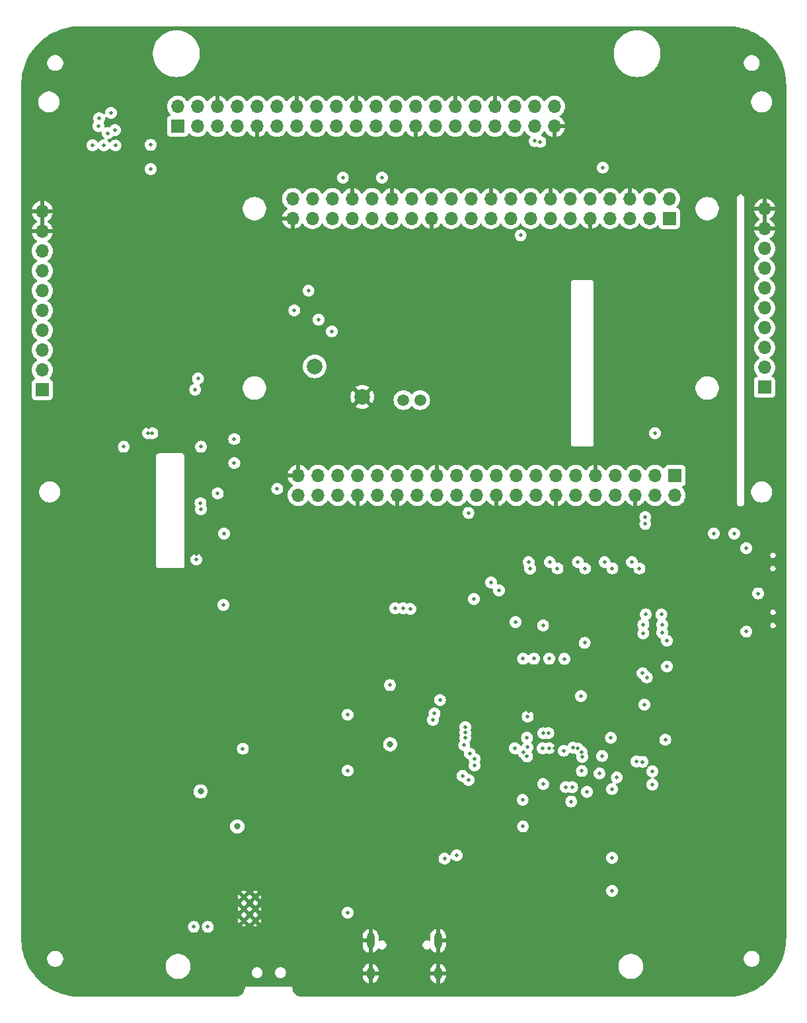
<source format=gbr>
%TF.GenerationSoftware,KiCad,Pcbnew,8.0.4*%
%TF.CreationDate,2024-10-18T18:06:38+03:00*%
%TF.ProjectId,beepy,62656570-792e-46b6-9963-61645f706362,rev?*%
%TF.SameCoordinates,Original*%
%TF.FileFunction,Copper,L2,Inr*%
%TF.FilePolarity,Positive*%
%FSLAX46Y46*%
G04 Gerber Fmt 4.6, Leading zero omitted, Abs format (unit mm)*
G04 Created by KiCad (PCBNEW 8.0.4) date 2024-10-18 18:06:38*
%MOMM*%
%LPD*%
G01*
G04 APERTURE LIST*
%TA.AperFunction,ComponentPad*%
%ADD10R,1.700000X1.700000*%
%TD*%
%TA.AperFunction,ComponentPad*%
%ADD11O,1.700000X1.700000*%
%TD*%
%TA.AperFunction,ComponentPad*%
%ADD12C,0.500000*%
%TD*%
%TA.AperFunction,ComponentPad*%
%ADD13C,2.000000*%
%TD*%
%TA.AperFunction,ComponentPad*%
%ADD14C,1.500000*%
%TD*%
%TA.AperFunction,ComponentPad*%
%ADD15O,1.000000X1.600000*%
%TD*%
%TA.AperFunction,ComponentPad*%
%ADD16O,1.000000X2.100000*%
%TD*%
%TA.AperFunction,ViaPad*%
%ADD17C,0.500000*%
%TD*%
%TA.AperFunction,ViaPad*%
%ADD18C,0.800000*%
%TD*%
G04 APERTURE END LIST*
D10*
%TO.N,unconnected-(J4-3.3V-Pad1)*%
%TO.C,J4*%
X76252160Y-57578894D03*
D11*
%TO.N,Net-(JP1-B)*%
X76252160Y-60118894D03*
%TO.N,/Pi_SDA*%
X73712160Y-57578894D03*
%TO.N,Net-(JP1-B)*%
X73712160Y-60118894D03*
%TO.N,/Pi_SCL*%
X71172160Y-57578894D03*
%TO.N,GND*%
X71172160Y-60118894D03*
%TO.N,/Pi_INT*%
X68632160Y-57578894D03*
%TO.N,/Pi_GPIO14*%
X68632160Y-60118894D03*
%TO.N,GND*%
X66092160Y-57578894D03*
%TO.N,/Pi_GPIO15*%
X66092160Y-60118894D03*
%TO.N,unconnected-(J4-GPIO17-Pad11)*%
X63552160Y-57578894D03*
%TO.N,/Pi_GPIO18*%
X63552160Y-60118894D03*
%TO.N,/Pi_GPIO27*%
X61012160Y-57578894D03*
%TO.N,GND*%
X61012160Y-60118894D03*
%TO.N,/Pi_GPIO22*%
X58472160Y-57578894D03*
%TO.N,/DISP_EXTIN*%
X58472160Y-60118894D03*
%TO.N,unconnected-(J4-3.3V-Pad17)*%
X55932160Y-57578894D03*
%TO.N,/PI_HEADER_SWDIO*%
X55932160Y-60118894D03*
%TO.N,/DISP_SI*%
X53392160Y-57578894D03*
%TO.N,GND*%
X53392160Y-60118894D03*
%TO.N,/Pi_GPIO09*%
X50852160Y-57578894D03*
%TO.N,/PI_HEADER_SWCLK*%
X50852160Y-60118894D03*
%TO.N,/DISP_SCLK*%
X48312160Y-57578894D03*
%TO.N,/DISP_CS*%
X48312160Y-60118894D03*
%TO.N,GND*%
X45772160Y-57578894D03*
%TO.N,/LBO*%
X45772160Y-60118894D03*
%TO.N,/Pi_GPIO0*%
X43232160Y-57578894D03*
%TO.N,/Pi_GPIO1*%
X43232160Y-60118894D03*
%TO.N,/Pi_GPIO5*%
X40692160Y-57578894D03*
%TO.N,GND*%
X40692160Y-60118894D03*
%TO.N,/Pi_GPIO6*%
X38152160Y-57578894D03*
%TO.N,/Pi_GPIO12*%
X38152160Y-60118894D03*
%TO.N,/Pi_GPIO13*%
X35612160Y-57578894D03*
%TO.N,GND*%
X35612160Y-60118894D03*
%TO.N,/Pi_GPIO19*%
X33072160Y-57578894D03*
%TO.N,/Pi_GPIO16*%
X33072160Y-60118894D03*
%TO.N,/Pi_GPIO26*%
X30532160Y-57578894D03*
%TO.N,/Pi_GPIO20*%
X30532160Y-60118894D03*
%TO.N,GND*%
X27992160Y-57578894D03*
%TO.N,/Pi_GPIO21*%
X27992160Y-60118894D03*
%TD*%
D10*
%TO.N,unconnected-(J2-3.3V-Pad1)*%
%TO.C,J2*%
X12540000Y-12800000D03*
D11*
%TO.N,Net-(JP1-B)*%
X12540000Y-10260000D03*
%TO.N,/Pi_SDA*%
X15080000Y-12800000D03*
%TO.N,Net-(JP1-B)*%
X15080000Y-10260000D03*
%TO.N,/Pi_SCL*%
X17619999Y-12800000D03*
%TO.N,GND*%
X17620000Y-10260000D03*
%TO.N,/Pi_INT*%
X20160000Y-12800000D03*
%TO.N,/Pi_GPIO14*%
X20160000Y-10260000D03*
%TO.N,GND*%
X22700000Y-12800000D03*
%TO.N,/Pi_GPIO15*%
X22700000Y-10260000D03*
%TO.N,unconnected-(J2-GPIO17-Pad11)*%
X25240000Y-12800000D03*
%TO.N,/Pi_GPIO18*%
X25240000Y-10260000D03*
%TO.N,/Pi_GPIO27*%
X27780000Y-12800000D03*
%TO.N,GND*%
X27780000Y-10260000D03*
%TO.N,/Pi_GPIO22*%
X30320001Y-12800000D03*
%TO.N,/DISP_EXTIN*%
X30320000Y-10260000D03*
%TO.N,unconnected-(J2-3.3V-Pad17)*%
X32860000Y-12800000D03*
%TO.N,/PI_HEADER_SWDIO*%
X32860000Y-10260000D03*
%TO.N,/DISP_SI*%
X35400000Y-12800000D03*
%TO.N,GND*%
X35400000Y-10260000D03*
%TO.N,/Pi_GPIO09*%
X37940000Y-12800000D03*
%TO.N,/PI_HEADER_SWCLK*%
X37940000Y-10260000D03*
%TO.N,/DISP_SCLK*%
X40479999Y-12800000D03*
%TO.N,/DISP_CS*%
X40480000Y-10260000D03*
%TO.N,GND*%
X43020000Y-12800000D03*
%TO.N,/LBO*%
X43020000Y-10260000D03*
%TO.N,/Pi_GPIO0*%
X45560000Y-12800000D03*
%TO.N,/Pi_GPIO1*%
X45560000Y-10260000D03*
%TO.N,/Pi_GPIO5*%
X48100000Y-12800000D03*
%TO.N,GND*%
X48100000Y-10260000D03*
%TO.N,/Pi_GPIO6*%
X50639999Y-12800000D03*
%TO.N,/Pi_GPIO12*%
X50640000Y-10260000D03*
%TO.N,/Pi_GPIO13*%
X53180001Y-12800000D03*
%TO.N,GND*%
X53180000Y-10260000D03*
%TO.N,/Pi_GPIO19*%
X55720000Y-12800000D03*
%TO.N,/Pi_GPIO16*%
X55720000Y-10260000D03*
%TO.N,/Pi_GPIO26*%
X58260000Y-12800000D03*
%TO.N,/Pi_GPIO20*%
X58260000Y-10260000D03*
%TO.N,GND*%
X60800000Y-12800000D03*
%TO.N,/Pi_GPIO21*%
X60800000Y-10260000D03*
%TD*%
D12*
%TO.N,GND*%
%TO.C,U1*%
X22507500Y-114625000D03*
X22507500Y-113125000D03*
X22507500Y-111625000D03*
X21007500Y-114625000D03*
X21007500Y-113125000D03*
X21007500Y-111625000D03*
%TD*%
D13*
%TO.N,GND*%
%TO.C,TP8*%
X36200000Y-47500000D03*
%TD*%
%TO.N,+5V*%
%TO.C,TP5*%
X30100000Y-43600000D03*
%TD*%
D14*
%TO.N,USB_D-*%
%TO.C,TP6*%
X43600000Y-47900000D03*
%TD*%
D10*
%TO.N,/Pi_GPIO6*%
%TO.C,J1*%
X-4792463Y-46583919D03*
D11*
%TO.N,/Pi_GPIO13*%
X-4792463Y-44043919D03*
%TO.N,/Pi_GPIO19*%
X-4792463Y-41503919D03*
%TO.N,/Pi_GPIO26*%
X-4792463Y-38963919D03*
%TO.N,/Pi_GPIO21*%
X-4792463Y-36423919D03*
%TO.N,/Pi_GPIO20*%
X-4792463Y-33883919D03*
%TO.N,+3V3*%
X-4792463Y-31343919D03*
%TO.N,+5V*%
X-4792463Y-28803919D03*
%TO.N,GND*%
X-4792463Y-26263919D03*
X-4792463Y-23723919D03*
%TD*%
D10*
%TO.N,unconnected-(J5-3.3V-Pad1)*%
%TO.C,J5*%
X75530000Y-24620000D03*
D11*
%TO.N,Net-(JP1-B)*%
X75530000Y-22080000D03*
%TO.N,/Pi_SDA*%
X72990000Y-24620000D03*
%TO.N,Net-(JP1-B)*%
X72990000Y-22080000D03*
%TO.N,/Pi_SCL*%
X70450000Y-24620000D03*
%TO.N,GND*%
X70450000Y-22080000D03*
%TO.N,/Pi_INT*%
X67910000Y-24620000D03*
%TO.N,/Pi_GPIO14*%
X67910000Y-22080000D03*
%TO.N,GND*%
X65370000Y-24620000D03*
%TO.N,/Pi_GPIO15*%
X65370000Y-22080000D03*
%TO.N,unconnected-(J5-GPIO17-Pad11)*%
X62830000Y-24620000D03*
%TO.N,/Pi_GPIO18*%
X62830000Y-22080000D03*
%TO.N,/Pi_GPIO27*%
X60290000Y-24620000D03*
%TO.N,GND*%
X60290000Y-22080000D03*
%TO.N,/Pi_GPIO22*%
X57750000Y-24620000D03*
%TO.N,/DISP_EXTIN*%
X57750000Y-22080000D03*
%TO.N,unconnected-(J5-3.3V-Pad17)*%
X55210000Y-24620000D03*
%TO.N,/PI_HEADER_SWDIO*%
X55210000Y-22080000D03*
%TO.N,/DISP_SI*%
X52670000Y-24620000D03*
%TO.N,GND*%
X52670000Y-22080000D03*
%TO.N,/Pi_GPIO09*%
X50130000Y-24620000D03*
%TO.N,/PI_HEADER_SWCLK*%
X50130000Y-22080000D03*
%TO.N,/DISP_SCLK*%
X47590000Y-24620000D03*
%TO.N,/DISP_CS*%
X47590000Y-22080000D03*
%TO.N,GND*%
X45050000Y-24620000D03*
%TO.N,/LBO*%
X45050000Y-22080000D03*
%TO.N,/Pi_GPIO0*%
X42510000Y-24620000D03*
%TO.N,/Pi_GPIO1*%
X42510000Y-22080000D03*
%TO.N,/Pi_GPIO5*%
X39970000Y-24620000D03*
%TO.N,GND*%
X39970000Y-22080000D03*
%TO.N,/Pi_GPIO6*%
X37430000Y-24620000D03*
%TO.N,/Pi_GPIO12*%
X37430000Y-22080000D03*
%TO.N,/Pi_GPIO13*%
X34890000Y-24620000D03*
%TO.N,GND*%
X34890000Y-22080000D03*
%TO.N,/Pi_GPIO19*%
X32350000Y-24620000D03*
%TO.N,/Pi_GPIO16*%
X32350000Y-22080000D03*
%TO.N,/Pi_GPIO26*%
X29810000Y-24620000D03*
%TO.N,/Pi_GPIO20*%
X29810000Y-22080000D03*
%TO.N,GND*%
X27270000Y-24620000D03*
%TO.N,/Pi_GPIO21*%
X27270000Y-22080000D03*
%TD*%
D14*
%TO.N,USB_D+*%
%TO.C,TP7*%
X41465683Y-47900000D03*
%TD*%
D15*
%TO.N,GND*%
%TO.C,J7*%
X45910000Y-121410000D03*
D16*
X45910000Y-117230000D03*
D15*
X37270000Y-121410000D03*
D16*
X37270000Y-117230000D03*
%TD*%
D10*
%TO.N,/Pi_GPIO16*%
%TO.C,J3*%
X87731557Y-46273399D03*
D11*
%TO.N,/Pi_SCL*%
X87731557Y-43733399D03*
%TO.N,/Pi_SDA*%
X87731557Y-41193399D03*
%TO.N,/Pi_GPIO14*%
X87731557Y-38653399D03*
%TO.N,/Pi_GPIO15*%
X87731557Y-36113399D03*
%TO.N,/Pi_GPIO18*%
X87731557Y-33573399D03*
%TO.N,+5V*%
X87731557Y-31033399D03*
%TO.N,+3V3*%
X87731557Y-28493399D03*
%TO.N,GND*%
X87731557Y-25953399D03*
X87731557Y-23413399D03*
%TD*%
D17*
%TO.N,GND*%
X61100000Y-83350000D03*
X14200000Y-62300000D03*
D18*
X28970000Y-116800000D03*
D17*
X14900000Y-57650000D03*
X60800000Y-92580000D03*
X17750000Y-57050000D03*
X39050000Y-98800000D03*
X36000000Y-84360000D03*
X65400000Y-85060000D03*
X37860000Y-88550000D03*
X17650000Y-65700000D03*
X14900000Y-67650000D03*
X17800000Y-64400000D03*
X61100000Y-87550000D03*
X60860000Y-95640000D03*
X56370000Y-88470000D03*
X16750000Y-67600000D03*
D18*
X47260000Y-113360000D03*
D17*
X60860000Y-94640000D03*
X14700000Y-66500000D03*
D18*
X49700000Y-113400000D03*
X22200000Y-97075000D03*
D17*
X62900000Y-84850000D03*
D18*
X55200000Y-116900000D03*
D17*
X61860000Y-95640000D03*
D18*
X8300000Y-22485000D03*
X45720000Y-115440000D03*
D17*
X61860000Y-94640000D03*
X66400000Y-101770000D03*
X65680000Y-87750000D03*
X62860000Y-95640000D03*
X70290000Y-93040000D03*
X66940000Y-100720000D03*
X57550000Y-87840000D03*
X70860000Y-105480000D03*
D18*
X37300000Y-115280000D03*
X15250000Y-110650000D03*
D17*
X59050000Y-77950000D03*
X14200000Y-60750000D03*
X38530000Y-84440000D03*
X14200000Y-61500000D03*
X61310000Y-101760000D03*
D18*
X14550000Y-113990000D03*
D17*
X17750000Y-58300000D03*
X8795000Y-51425000D03*
X62700000Y-76950000D03*
D18*
X55250000Y-118500000D03*
D17*
X54120000Y-92560000D03*
X37260000Y-84420000D03*
X20590000Y-101170000D03*
D18*
X17510000Y-116610000D03*
X36120000Y-113360000D03*
X52800000Y-101050000D03*
X63150000Y-119580000D03*
D17*
X14700000Y-49250000D03*
X24950000Y-96990000D03*
X58500000Y-86550000D03*
X62860000Y-94640000D03*
X57300000Y-83660000D03*
X55200000Y-98900000D03*
%TO.N,+3V3*%
X61980000Y-92860000D03*
X62970000Y-99370000D03*
X56730000Y-99170000D03*
X73360000Y-95510000D03*
X67225000Y-68690000D03*
X73360000Y-97210000D03*
X14620000Y-115450000D03*
X62070000Y-81080000D03*
X19800000Y-52900000D03*
X55730000Y-92530000D03*
D18*
X20180000Y-102580000D03*
D17*
X63825000Y-68690000D03*
X66900000Y-93530000D03*
X60200000Y-68690000D03*
X56790000Y-102580000D03*
X58190000Y-81070000D03*
X48300000Y-106290000D03*
D18*
X39770000Y-92050000D03*
D17*
X18470000Y-65020000D03*
X56800000Y-81070000D03*
X64990000Y-98130000D03*
X17680000Y-59870000D03*
X60140000Y-81070000D03*
X46730000Y-106710000D03*
X19800000Y-56000000D03*
X4000000Y-11100000D03*
X39740000Y-84460000D03*
X57500000Y-68700000D03*
X70750000Y-68690000D03*
%TO.N,/Pi_SDA*%
X71330000Y-94240000D03*
%TO.N,/Pi_SCL*%
X72080000Y-94290000D03*
X72450000Y-62900000D03*
%TO.N,/Pi_GPIO20*%
X29300000Y-33900000D03*
%TO.N,/Pi_GPIO19*%
X33700000Y-19400000D03*
X32300000Y-39100000D03*
%TO.N,/Pi_GPIO21*%
X27500000Y-36400000D03*
%TO.N,+5V*%
X5650000Y-53900000D03*
X15150000Y-45160000D03*
X14790000Y-46580000D03*
X15550000Y-53900000D03*
D18*
X15495000Y-98075000D03*
D17*
%TO.N,/Pi_GPIO14*%
X67000000Y-18100000D03*
%TO.N,/Pi_INT*%
X72450000Y-63800000D03*
X68810000Y-96290000D03*
X75010000Y-91460000D03*
%TO.N,SWCLK*%
X64191860Y-85863010D03*
X46140000Y-86360000D03*
%TO.N,SWDIO*%
X63168645Y-92478087D03*
X45235000Y-88905000D03*
%TO.N,RUN*%
X45450000Y-88080000D03*
X63809122Y-92585987D03*
%TO.N,/ROW8*%
X49800000Y-96613500D03*
X64360000Y-93670000D03*
%TO.N,/COL8*%
X64288274Y-93024470D03*
X49020000Y-96070000D03*
%TO.N,/DISP_EXTIN*%
X56475000Y-26800000D03*
%TO.N,/KB_BL*%
X57390000Y-88480000D03*
X64330000Y-95470000D03*
%TO.N,+2V8*%
X15480000Y-61130000D03*
X55830000Y-76361250D03*
%TO.N,+1V8*%
X57700000Y-69500000D03*
X71700000Y-69490000D03*
X64750000Y-69490000D03*
X68226539Y-69485716D03*
X61200000Y-69490000D03*
X59350000Y-76800000D03*
X15530000Y-61900000D03*
%TO.N,/LED_R*%
X64680000Y-79040000D03*
X4569110Y-15277154D03*
%TO.N,BOOTSEL*%
X20900000Y-92600000D03*
X18400000Y-74170000D03*
X14950000Y-68350000D03*
%TO.N,/LED_G*%
X3100000Y-15250000D03*
X59270000Y-92570000D03*
%TO.N,/LED_B*%
X1640000Y-15250000D03*
X59370000Y-97140000D03*
%TO.N,/Pi_PWR*%
X50570000Y-94730000D03*
X60120000Y-92520000D03*
%TO.N,/D-*%
X63080000Y-97540000D03*
X72634416Y-83455916D03*
%TO.N,/D+*%
X62270000Y-97520000D03*
X72104084Y-82925584D03*
%TO.N,/LBO*%
X16410000Y-115450000D03*
X34300000Y-88260000D03*
X34300000Y-95400000D03*
X40400000Y-74600000D03*
X34300000Y-113620000D03*
%TO.N,+BATT*%
X68200000Y-106600000D03*
X68200000Y-110820000D03*
%TO.N,Net-(U8-GPIO26)*%
X66590000Y-95790000D03*
X68180000Y-97770000D03*
%TO.N,/COL1*%
X57300000Y-93600000D03*
X74600000Y-77700000D03*
X85400000Y-77600000D03*
X50500000Y-73400000D03*
X72200000Y-77800000D03*
X50560000Y-93890000D03*
%TO.N,/ROW6*%
X86900000Y-72700000D03*
X53700000Y-72300000D03*
X74600000Y-76700000D03*
X72200000Y-76700000D03*
%TO.N,/ROW4*%
X74500000Y-75400000D03*
X52700000Y-71300000D03*
X85400000Y-66900000D03*
X72500000Y-75400000D03*
%TO.N,/PI_HEADER_SWDIO*%
X41400000Y-74600000D03*
X49790000Y-62370000D03*
%TO.N,/PI_HEADER_SWCLK*%
X42350000Y-74700000D03*
%TO.N,/Pi_GPIO6*%
X25300000Y-59300000D03*
X38700000Y-19400000D03*
%TO.N,/Pi_GPIO26*%
X75230000Y-78770000D03*
X30600000Y-37600000D03*
X68050000Y-91220000D03*
X72330000Y-86950000D03*
X75240000Y-82080000D03*
X58300000Y-14700000D03*
%TO.N,/Pi_GPIO16*%
X81210000Y-65000000D03*
X59000000Y-14800000D03*
X83830000Y-65030000D03*
%TO.N,Net-(JP1-B)*%
X9100000Y-15200000D03*
X9300000Y-52142852D03*
X73700000Y-52150000D03*
X9100000Y-18300000D03*
X8750000Y-52150000D03*
%TO.N,/COL2*%
X56850000Y-93100000D03*
X49950000Y-93200000D03*
%TO.N,/COL6*%
X49250000Y-92150000D03*
X57370000Y-92420000D03*
%TO.N,Net-(D1-RK)*%
X2400000Y-12785000D03*
X4500000Y-13285000D03*
%TO.N,Net-(D1-GK)*%
X2500000Y-11785000D03*
X3600000Y-13685000D03*
%TO.N,/COL5*%
X57300000Y-91200000D03*
X49400000Y-91200000D03*
%TO.N,/COL4*%
X59375726Y-90629262D03*
X49400000Y-90550000D03*
%TO.N,/COL3*%
X49400000Y-89850000D03*
X60023996Y-90589265D03*
%TD*%
%TA.AperFunction,Conductor*%
%TO.N,GND*%
G36*
X-4538463Y-25833216D02*
G01*
X-4599470Y-25797994D01*
X-4726637Y-25763919D01*
X-4858289Y-25763919D01*
X-4985456Y-25797994D01*
X-5046463Y-25833216D01*
X-5046463Y-24154621D01*
X-4985456Y-24189844D01*
X-4858289Y-24223919D01*
X-4726637Y-24223919D01*
X-4599470Y-24189844D01*
X-4538463Y-24154621D01*
X-4538463Y-25833216D01*
G37*
%TD.AperFunction*%
%TA.AperFunction,Conductor*%
G36*
X87985557Y-25522696D02*
G01*
X87924550Y-25487474D01*
X87797383Y-25453399D01*
X87665731Y-25453399D01*
X87538564Y-25487474D01*
X87477557Y-25522696D01*
X87477557Y-23844101D01*
X87538564Y-23879324D01*
X87665731Y-23913399D01*
X87797383Y-23913399D01*
X87924550Y-23879324D01*
X87985557Y-23844101D01*
X87985557Y-25522696D01*
G37*
%TD.AperFunction*%
%TA.AperFunction,Conductor*%
G36*
X83000560Y-5D02*
G01*
X83263867Y-2354D01*
X83271677Y-2667D01*
X83797499Y-40275D01*
X83806391Y-41230D01*
X84327668Y-116179D01*
X84336452Y-117765D01*
X84850991Y-229697D01*
X84859699Y-231919D01*
X85364928Y-380267D01*
X85373458Y-383106D01*
X85612111Y-472119D01*
X85866833Y-567125D01*
X85875123Y-570559D01*
X86354112Y-789305D01*
X86362148Y-793329D01*
X86824295Y-1045681D01*
X86832028Y-1050268D01*
X87275009Y-1334955D01*
X87282381Y-1340073D01*
X87703921Y-1655634D01*
X87710924Y-1661278D01*
X88108863Y-2006094D01*
X88115446Y-2012223D01*
X88487776Y-2384553D01*
X88493905Y-2391136D01*
X88838721Y-2789075D01*
X88844365Y-2796078D01*
X89159920Y-3217610D01*
X89165050Y-3224998D01*
X89449729Y-3667968D01*
X89454318Y-3675704D01*
X89706670Y-4137851D01*
X89710697Y-4145894D01*
X89929434Y-4624862D01*
X89932876Y-4633172D01*
X90116893Y-5126541D01*
X90119733Y-5135075D01*
X90268079Y-5640297D01*
X90270303Y-5649012D01*
X90382230Y-6163527D01*
X90383823Y-6172353D01*
X90458765Y-6693583D01*
X90459725Y-6702512D01*
X90497330Y-7228294D01*
X90497646Y-7236159D01*
X90499995Y-7499439D01*
X90500000Y-7500563D01*
X90500000Y-116899436D01*
X90499995Y-116900560D01*
X90497646Y-117163840D01*
X90497330Y-117171705D01*
X90459725Y-117697487D01*
X90458765Y-117706419D01*
X90383824Y-118227641D01*
X90382230Y-118236472D01*
X90270303Y-118750987D01*
X90268079Y-118759702D01*
X90119733Y-119264924D01*
X90116893Y-119273458D01*
X89932876Y-119766827D01*
X89929434Y-119775137D01*
X89710697Y-120254105D01*
X89706670Y-120262148D01*
X89454318Y-120724295D01*
X89449729Y-120732031D01*
X89165050Y-121175001D01*
X89159920Y-121182389D01*
X88844365Y-121603921D01*
X88838721Y-121610924D01*
X88493905Y-122008863D01*
X88487776Y-122015446D01*
X88115446Y-122387776D01*
X88108863Y-122393905D01*
X87710924Y-122738721D01*
X87703921Y-122744365D01*
X87282389Y-123059920D01*
X87275001Y-123065050D01*
X86832031Y-123349729D01*
X86824295Y-123354318D01*
X86362148Y-123606670D01*
X86354105Y-123610697D01*
X85875137Y-123829434D01*
X85866827Y-123832876D01*
X85373458Y-124016893D01*
X85364924Y-124019733D01*
X84859702Y-124168079D01*
X84850987Y-124170303D01*
X84336472Y-124282230D01*
X84327641Y-124283824D01*
X83806419Y-124358765D01*
X83797486Y-124359725D01*
X83473054Y-124382928D01*
X83464116Y-124383249D01*
X47847099Y-124397496D01*
X47847040Y-124397496D01*
X28465249Y-124396117D01*
X28462511Y-124396087D01*
X28364373Y-124393947D01*
X28345239Y-124392063D01*
X28150595Y-124357740D01*
X28129381Y-124352055D01*
X27944962Y-124284931D01*
X27925061Y-124275651D01*
X27755087Y-124177516D01*
X27737104Y-124164923D01*
X27586756Y-124038766D01*
X27571233Y-124023243D01*
X27445074Y-123872893D01*
X27432485Y-123854914D01*
X27334345Y-123684933D01*
X27325070Y-123665042D01*
X27257943Y-123480616D01*
X27252259Y-123459404D01*
X27217935Y-123264752D01*
X27216052Y-123245634D01*
X27213883Y-123146117D01*
X27213882Y-123146117D01*
X21176116Y-123146117D01*
X21173947Y-123245626D01*
X21172063Y-123264760D01*
X21137740Y-123459404D01*
X21132055Y-123480618D01*
X21064931Y-123665037D01*
X21055649Y-123684943D01*
X20957518Y-123854909D01*
X20944920Y-123872900D01*
X20818769Y-124023240D01*
X20803240Y-124038769D01*
X20652900Y-124164920D01*
X20634909Y-124177518D01*
X20464943Y-124275649D01*
X20445037Y-124284931D01*
X20260618Y-124352055D01*
X20239404Y-124357740D01*
X20044760Y-124392063D01*
X20025626Y-124393947D01*
X19927480Y-124396087D01*
X19924758Y-124396117D01*
X575Y-124399999D01*
X-574Y-124399994D01*
X-263841Y-124397646D01*
X-271706Y-124397330D01*
X-797488Y-124359725D01*
X-806417Y-124358765D01*
X-1327647Y-124283823D01*
X-1336473Y-124282230D01*
X-1850988Y-124170303D01*
X-1859703Y-124168079D01*
X-2364925Y-124019733D01*
X-2373459Y-124016893D01*
X-2866828Y-123832876D01*
X-2875138Y-123829434D01*
X-3354106Y-123610697D01*
X-3362149Y-123606670D01*
X-3824296Y-123354318D01*
X-3832032Y-123349729D01*
X-4275002Y-123065050D01*
X-4282390Y-123059920D01*
X-4703922Y-122744365D01*
X-4710925Y-122738721D01*
X-5108864Y-122393905D01*
X-5115447Y-122387776D01*
X-5487777Y-122015446D01*
X-5493906Y-122008863D01*
X-5712544Y-121756541D01*
X-5838727Y-121610918D01*
X-5844366Y-121603921D01*
X-6159927Y-121182381D01*
X-6165051Y-121175001D01*
X-6204010Y-121114380D01*
X-6449732Y-120732028D01*
X-6454319Y-120724295D01*
X-6706671Y-120262148D01*
X-6710698Y-120254105D01*
X-6734575Y-120201821D01*
X-6929441Y-119775123D01*
X-6932877Y-119766827D01*
X-7051314Y-119449286D01*
X-4172532Y-119449286D01*
X-4172532Y-119650713D01*
X-4149435Y-119766827D01*
X-4133237Y-119848262D01*
X-4056156Y-120034351D01*
X-3944253Y-120201826D01*
X-3801826Y-120344253D01*
X-3634351Y-120456156D01*
X-3448262Y-120533237D01*
X-3250711Y-120572532D01*
X-3049290Y-120572532D01*
X-3049289Y-120572532D01*
X-2851738Y-120533237D01*
X-2665649Y-120456156D01*
X-2542750Y-120374038D01*
X10999500Y-120374038D01*
X10999500Y-120625962D01*
X11031887Y-120830444D01*
X11038911Y-120874790D01*
X11113930Y-121105672D01*
X11116759Y-121114379D01*
X11231130Y-121338845D01*
X11379207Y-121542656D01*
X11379209Y-121542658D01*
X11379211Y-121542661D01*
X11557338Y-121720788D01*
X11557341Y-121720790D01*
X11557344Y-121720793D01*
X11761155Y-121868870D01*
X11985621Y-121983241D01*
X12225215Y-122061090D01*
X12474038Y-122100500D01*
X12474041Y-122100500D01*
X12725959Y-122100500D01*
X12725962Y-122100500D01*
X12974785Y-122061090D01*
X13214379Y-121983241D01*
X13438845Y-121868870D01*
X13642656Y-121720793D01*
X13820793Y-121542656D01*
X13968870Y-121338845D01*
X14018722Y-121241004D01*
X22019500Y-121241004D01*
X22019500Y-121241007D01*
X22019500Y-121378993D01*
X22046420Y-121514328D01*
X22099225Y-121641811D01*
X22150447Y-121718471D01*
X22175885Y-121756541D01*
X22175890Y-121756547D01*
X22273452Y-121854109D01*
X22273458Y-121854114D01*
X22388189Y-121930775D01*
X22515672Y-121983580D01*
X22651007Y-122010500D01*
X22651008Y-122010500D01*
X22788992Y-122010500D01*
X22788993Y-122010500D01*
X22924328Y-121983580D01*
X23051811Y-121930775D01*
X23166542Y-121854114D01*
X23264114Y-121756542D01*
X23340775Y-121641811D01*
X23393580Y-121514328D01*
X23420500Y-121378993D01*
X23420500Y-121241007D01*
X23420499Y-121241004D01*
X25019500Y-121241004D01*
X25019500Y-121241007D01*
X25019500Y-121378993D01*
X25046420Y-121514328D01*
X25099225Y-121641811D01*
X25150447Y-121718471D01*
X25175885Y-121756541D01*
X25175890Y-121756547D01*
X25273452Y-121854109D01*
X25273458Y-121854114D01*
X25388189Y-121930775D01*
X25515672Y-121983580D01*
X25651007Y-122010500D01*
X25651008Y-122010500D01*
X25788992Y-122010500D01*
X25788993Y-122010500D01*
X25924328Y-121983580D01*
X26051811Y-121930775D01*
X26166542Y-121854114D01*
X26264114Y-121756542D01*
X26340775Y-121641811D01*
X26393580Y-121514328D01*
X26420500Y-121378993D01*
X26420500Y-121241007D01*
X26393580Y-121105672D01*
X26354249Y-121010718D01*
X36262000Y-121010718D01*
X36262000Y-121156000D01*
X36970000Y-121156000D01*
X36970000Y-121664000D01*
X36262000Y-121664000D01*
X36262000Y-121809281D01*
X36300737Y-122004023D01*
X36300739Y-122004028D01*
X36376722Y-122187466D01*
X36487032Y-122352557D01*
X36487037Y-122352564D01*
X36627435Y-122492962D01*
X36627442Y-122492967D01*
X36792533Y-122603277D01*
X36975971Y-122679260D01*
X36975976Y-122679262D01*
X37015999Y-122687223D01*
X37016000Y-122687223D01*
X37016000Y-121870060D01*
X37029940Y-121894205D01*
X37085795Y-121950060D01*
X37154204Y-121989556D01*
X37230504Y-122010000D01*
X37309496Y-122010000D01*
X37385796Y-121989556D01*
X37454205Y-121950060D01*
X37510060Y-121894205D01*
X37524000Y-121870060D01*
X37524000Y-122687223D01*
X37564023Y-122679262D01*
X37564028Y-122679260D01*
X37747466Y-122603277D01*
X37912557Y-122492967D01*
X37912564Y-122492962D01*
X38052962Y-122352564D01*
X38052967Y-122352557D01*
X38163277Y-122187466D01*
X38239260Y-122004028D01*
X38239262Y-122004023D01*
X38277999Y-121809281D01*
X38278000Y-121809277D01*
X38278000Y-121664000D01*
X37570000Y-121664000D01*
X37570000Y-121156000D01*
X38278000Y-121156000D01*
X38278000Y-121010722D01*
X38277999Y-121010718D01*
X44902000Y-121010718D01*
X44902000Y-121156000D01*
X45610000Y-121156000D01*
X45610000Y-121664000D01*
X44902000Y-121664000D01*
X44902000Y-121809281D01*
X44940737Y-122004023D01*
X44940739Y-122004028D01*
X45016722Y-122187466D01*
X45127032Y-122352557D01*
X45127037Y-122352564D01*
X45267435Y-122492962D01*
X45267442Y-122492967D01*
X45432533Y-122603277D01*
X45615971Y-122679260D01*
X45615976Y-122679262D01*
X45655999Y-122687223D01*
X45656000Y-122687223D01*
X45656000Y-121870060D01*
X45669940Y-121894205D01*
X45725795Y-121950060D01*
X45794204Y-121989556D01*
X45870504Y-122010000D01*
X45949496Y-122010000D01*
X46025796Y-121989556D01*
X46094205Y-121950060D01*
X46150060Y-121894205D01*
X46164000Y-121870060D01*
X46164000Y-122687223D01*
X46204023Y-122679262D01*
X46204028Y-122679260D01*
X46387466Y-122603277D01*
X46552557Y-122492967D01*
X46552564Y-122492962D01*
X46692962Y-122352564D01*
X46692967Y-122352557D01*
X46803277Y-122187466D01*
X46879260Y-122004028D01*
X46879262Y-122004023D01*
X46917999Y-121809281D01*
X46918000Y-121809277D01*
X46918000Y-121664000D01*
X46210000Y-121664000D01*
X46210000Y-121156000D01*
X46918000Y-121156000D01*
X46918000Y-121010722D01*
X46917999Y-121010718D01*
X46879262Y-120815976D01*
X46879260Y-120815971D01*
X46803277Y-120632533D01*
X46692967Y-120467442D01*
X46692962Y-120467435D01*
X46599565Y-120374038D01*
X68999500Y-120374038D01*
X68999500Y-120625962D01*
X69031887Y-120830444D01*
X69038911Y-120874790D01*
X69113930Y-121105672D01*
X69116759Y-121114379D01*
X69231130Y-121338845D01*
X69379207Y-121542656D01*
X69379209Y-121542658D01*
X69379211Y-121542661D01*
X69557338Y-121720788D01*
X69557341Y-121720790D01*
X69557344Y-121720793D01*
X69761155Y-121868870D01*
X69985621Y-121983241D01*
X70225215Y-122061090D01*
X70474038Y-122100500D01*
X70474041Y-122100500D01*
X70725959Y-122100500D01*
X70725962Y-122100500D01*
X70974785Y-122061090D01*
X71214379Y-121983241D01*
X71438845Y-121868870D01*
X71642656Y-121720793D01*
X71820793Y-121542656D01*
X71968870Y-121338845D01*
X72083241Y-121114379D01*
X72161090Y-120874785D01*
X72200500Y-120625962D01*
X72200500Y-120374038D01*
X72161090Y-120125215D01*
X72083241Y-119885621D01*
X71968870Y-119661155D01*
X71820793Y-119457344D01*
X71820790Y-119457341D01*
X71820788Y-119457338D01*
X71812736Y-119449286D01*
X85052468Y-119449286D01*
X85052468Y-119650713D01*
X85075565Y-119766827D01*
X85091763Y-119848262D01*
X85168844Y-120034351D01*
X85280747Y-120201826D01*
X85423174Y-120344253D01*
X85590649Y-120456156D01*
X85776738Y-120533237D01*
X85974289Y-120572532D01*
X86175710Y-120572532D01*
X86175711Y-120572532D01*
X86373262Y-120533237D01*
X86559351Y-120456156D01*
X86726826Y-120344253D01*
X86869253Y-120201826D01*
X86981156Y-120034351D01*
X87058237Y-119848262D01*
X87097532Y-119650711D01*
X87100000Y-119550000D01*
X87097532Y-119449289D01*
X87058237Y-119251738D01*
X86981156Y-119065649D01*
X86869253Y-118898174D01*
X86726826Y-118755747D01*
X86559351Y-118643844D01*
X86373262Y-118566763D01*
X86354153Y-118562962D01*
X86175713Y-118527468D01*
X86175711Y-118527468D01*
X85974289Y-118527468D01*
X85974286Y-118527468D01*
X85776737Y-118566763D01*
X85776732Y-118566765D01*
X85590649Y-118643844D01*
X85423178Y-118755744D01*
X85423171Y-118755749D01*
X85280749Y-118898171D01*
X85280744Y-118898178D01*
X85168844Y-119065649D01*
X85091765Y-119251732D01*
X85091763Y-119251737D01*
X85052468Y-119449286D01*
X71812736Y-119449286D01*
X71642661Y-119279211D01*
X71642658Y-119279209D01*
X71642656Y-119279207D01*
X71438845Y-119131130D01*
X71214379Y-119016759D01*
X71214376Y-119016758D01*
X71214374Y-119016757D01*
X70974790Y-118938911D01*
X70974786Y-118938910D01*
X70974785Y-118938910D01*
X70725962Y-118899500D01*
X70474038Y-118899500D01*
X70225215Y-118938910D01*
X70225209Y-118938911D01*
X69985625Y-119016757D01*
X69985619Y-119016760D01*
X69761151Y-119131132D01*
X69557341Y-119279209D01*
X69557338Y-119279211D01*
X69379211Y-119457338D01*
X69379209Y-119457341D01*
X69231132Y-119661151D01*
X69116760Y-119885619D01*
X69116757Y-119885625D01*
X69038911Y-120125209D01*
X69038910Y-120125214D01*
X69038910Y-120125215D01*
X68999500Y-120374038D01*
X46599565Y-120374038D01*
X46552564Y-120327037D01*
X46552557Y-120327032D01*
X46387467Y-120216722D01*
X46204020Y-120140736D01*
X46204015Y-120140735D01*
X46164000Y-120132774D01*
X46164000Y-120949939D01*
X46150060Y-120925795D01*
X46094205Y-120869940D01*
X46025796Y-120830444D01*
X45949496Y-120810000D01*
X45870504Y-120810000D01*
X45794204Y-120830444D01*
X45725795Y-120869940D01*
X45669940Y-120925795D01*
X45656000Y-120949939D01*
X45656000Y-120132775D01*
X45655999Y-120132774D01*
X45615984Y-120140735D01*
X45615979Y-120140736D01*
X45432532Y-120216722D01*
X45267442Y-120327032D01*
X45267435Y-120327037D01*
X45127037Y-120467435D01*
X45127032Y-120467442D01*
X45016722Y-120632533D01*
X44940739Y-120815971D01*
X44940737Y-120815976D01*
X44902000Y-121010718D01*
X38277999Y-121010718D01*
X38239262Y-120815976D01*
X38239260Y-120815971D01*
X38163277Y-120632533D01*
X38052967Y-120467442D01*
X38052962Y-120467435D01*
X37912564Y-120327037D01*
X37912557Y-120327032D01*
X37747467Y-120216722D01*
X37564020Y-120140736D01*
X37564015Y-120140735D01*
X37524000Y-120132774D01*
X37524000Y-120949939D01*
X37510060Y-120925795D01*
X37454205Y-120869940D01*
X37385796Y-120830444D01*
X37309496Y-120810000D01*
X37230504Y-120810000D01*
X37154204Y-120830444D01*
X37085795Y-120869940D01*
X37029940Y-120925795D01*
X37016000Y-120949939D01*
X37016000Y-120132775D01*
X37015999Y-120132774D01*
X36975984Y-120140735D01*
X36975979Y-120140736D01*
X36792532Y-120216722D01*
X36627442Y-120327032D01*
X36627435Y-120327037D01*
X36487037Y-120467435D01*
X36487032Y-120467442D01*
X36376722Y-120632533D01*
X36300739Y-120815971D01*
X36300737Y-120815976D01*
X36262000Y-121010718D01*
X26354249Y-121010718D01*
X26340775Y-120978189D01*
X26264114Y-120863458D01*
X26264109Y-120863452D01*
X26166547Y-120765890D01*
X26166541Y-120765885D01*
X26128471Y-120740447D01*
X26051811Y-120689225D01*
X25971421Y-120655926D01*
X25924331Y-120636421D01*
X25924328Y-120636420D01*
X25788995Y-120609500D01*
X25788993Y-120609500D01*
X25651007Y-120609500D01*
X25651004Y-120609500D01*
X25515671Y-120636420D01*
X25515668Y-120636421D01*
X25388189Y-120689225D01*
X25273458Y-120765885D01*
X25273452Y-120765890D01*
X25175890Y-120863452D01*
X25175885Y-120863458D01*
X25099225Y-120978189D01*
X25046421Y-121105668D01*
X25046420Y-121105671D01*
X25019500Y-121241004D01*
X23420499Y-121241004D01*
X23393580Y-121105672D01*
X23340775Y-120978189D01*
X23264114Y-120863458D01*
X23264109Y-120863452D01*
X23166547Y-120765890D01*
X23166541Y-120765885D01*
X23128471Y-120740447D01*
X23051811Y-120689225D01*
X22971421Y-120655926D01*
X22924331Y-120636421D01*
X22924328Y-120636420D01*
X22788995Y-120609500D01*
X22788993Y-120609500D01*
X22651007Y-120609500D01*
X22651004Y-120609500D01*
X22515671Y-120636420D01*
X22515668Y-120636421D01*
X22388189Y-120689225D01*
X22273458Y-120765885D01*
X22273452Y-120765890D01*
X22175890Y-120863452D01*
X22175885Y-120863458D01*
X22099225Y-120978189D01*
X22046421Y-121105668D01*
X22046420Y-121105671D01*
X22019500Y-121241004D01*
X14018722Y-121241004D01*
X14083241Y-121114379D01*
X14161090Y-120874785D01*
X14200500Y-120625962D01*
X14200500Y-120374038D01*
X14161090Y-120125215D01*
X14083241Y-119885621D01*
X13968870Y-119661155D01*
X13820793Y-119457344D01*
X13820790Y-119457341D01*
X13820788Y-119457338D01*
X13642661Y-119279211D01*
X13642658Y-119279209D01*
X13642656Y-119279207D01*
X13438845Y-119131130D01*
X13214379Y-119016759D01*
X13214376Y-119016758D01*
X13214374Y-119016757D01*
X12974790Y-118938911D01*
X12974786Y-118938910D01*
X12974785Y-118938910D01*
X12725962Y-118899500D01*
X12474038Y-118899500D01*
X12225215Y-118938910D01*
X12225209Y-118938911D01*
X11985625Y-119016757D01*
X11985619Y-119016760D01*
X11761151Y-119131132D01*
X11557341Y-119279209D01*
X11557338Y-119279211D01*
X11379211Y-119457338D01*
X11379209Y-119457341D01*
X11231132Y-119661151D01*
X11116760Y-119885619D01*
X11116757Y-119885625D01*
X11038911Y-120125209D01*
X11038910Y-120125214D01*
X11038910Y-120125215D01*
X10999500Y-120374038D01*
X-2542750Y-120374038D01*
X-2498174Y-120344253D01*
X-2355747Y-120201826D01*
X-2243844Y-120034351D01*
X-2166763Y-119848262D01*
X-2127468Y-119650711D01*
X-2125000Y-119550000D01*
X-2127468Y-119449289D01*
X-2166763Y-119251738D01*
X-2243844Y-119065649D01*
X-2355747Y-118898174D01*
X-2498174Y-118755747D01*
X-2665649Y-118643844D01*
X-2851738Y-118566763D01*
X-2870847Y-118562962D01*
X-3049287Y-118527468D01*
X-3049289Y-118527468D01*
X-3250711Y-118527468D01*
X-3250714Y-118527468D01*
X-3448263Y-118566763D01*
X-3448268Y-118566765D01*
X-3634351Y-118643844D01*
X-3801822Y-118755744D01*
X-3801829Y-118755749D01*
X-3944251Y-118898171D01*
X-3944256Y-118898178D01*
X-4056156Y-119065649D01*
X-4133235Y-119251732D01*
X-4133237Y-119251737D01*
X-4172532Y-119449286D01*
X-7051314Y-119449286D01*
X-7116894Y-119273458D01*
X-7119734Y-119264924D01*
X-7123608Y-119251732D01*
X-7268081Y-118759699D01*
X-7270304Y-118750987D01*
X-7287209Y-118673277D01*
X-7382235Y-118236452D01*
X-7383821Y-118227668D01*
X-7458770Y-117706391D01*
X-7459726Y-117697487D01*
X-7497333Y-117171677D01*
X-7497646Y-117163867D01*
X-7499995Y-116900560D01*
X-7500000Y-116899436D01*
X-7500000Y-116580718D01*
X36262000Y-116580718D01*
X36262000Y-116976000D01*
X36970000Y-116976000D01*
X36970000Y-117484000D01*
X36262000Y-117484000D01*
X36262000Y-117879281D01*
X36300737Y-118074023D01*
X36300739Y-118074028D01*
X36376722Y-118257466D01*
X36487032Y-118422557D01*
X36487037Y-118422564D01*
X36627435Y-118562962D01*
X36627442Y-118562967D01*
X36792533Y-118673277D01*
X36975971Y-118749260D01*
X36975976Y-118749262D01*
X37015999Y-118757223D01*
X37016000Y-118757223D01*
X37016000Y-117940060D01*
X37029940Y-117964205D01*
X37085795Y-118020060D01*
X37154204Y-118059556D01*
X37230504Y-118080000D01*
X37309496Y-118080000D01*
X37385796Y-118059556D01*
X37454205Y-118020060D01*
X37510060Y-117964205D01*
X37524000Y-117940060D01*
X37524000Y-118757223D01*
X37564023Y-118749262D01*
X37564028Y-118749260D01*
X37747466Y-118673277D01*
X37912557Y-118562967D01*
X37912564Y-118562962D01*
X38052962Y-118422564D01*
X38052967Y-118422557D01*
X38166717Y-118252320D01*
X38169061Y-118253886D01*
X38210259Y-118211869D01*
X38279481Y-118196096D01*
X38338805Y-118217559D01*
X38339483Y-118216386D01*
X38346067Y-118220187D01*
X38346243Y-118220251D01*
X38346461Y-118220415D01*
X38451875Y-118281275D01*
X38477865Y-118296281D01*
X38624234Y-118335500D01*
X38624236Y-118335500D01*
X38775764Y-118335500D01*
X38775766Y-118335500D01*
X38922135Y-118296281D01*
X39053365Y-118220515D01*
X39160515Y-118113365D01*
X39236281Y-117982135D01*
X39275500Y-117835766D01*
X39275500Y-117684234D01*
X43904500Y-117684234D01*
X43904500Y-117835766D01*
X43916159Y-117879277D01*
X43943718Y-117982132D01*
X43943721Y-117982139D01*
X44019482Y-118113361D01*
X44019490Y-118113371D01*
X44126628Y-118220509D01*
X44126633Y-118220513D01*
X44126635Y-118220515D01*
X44126636Y-118220516D01*
X44126638Y-118220517D01*
X44184435Y-118253886D01*
X44257865Y-118296281D01*
X44404234Y-118335500D01*
X44404236Y-118335500D01*
X44555764Y-118335500D01*
X44555766Y-118335500D01*
X44702135Y-118296281D01*
X44820976Y-118227668D01*
X44840517Y-118216386D01*
X44841486Y-118218064D01*
X44897758Y-118196296D01*
X44967310Y-118210546D01*
X45011398Y-118253578D01*
X45013283Y-118252320D01*
X45127032Y-118422557D01*
X45127037Y-118422564D01*
X45267435Y-118562962D01*
X45267442Y-118562967D01*
X45432533Y-118673277D01*
X45615971Y-118749260D01*
X45615976Y-118749262D01*
X45655999Y-118757223D01*
X45656000Y-118757223D01*
X45656000Y-117940060D01*
X45669940Y-117964205D01*
X45725795Y-118020060D01*
X45794204Y-118059556D01*
X45870504Y-118080000D01*
X45949496Y-118080000D01*
X46025796Y-118059556D01*
X46094205Y-118020060D01*
X46150060Y-117964205D01*
X46164000Y-117940060D01*
X46164000Y-118757223D01*
X46204023Y-118749262D01*
X46204028Y-118749260D01*
X46387466Y-118673277D01*
X46552557Y-118562967D01*
X46552564Y-118562962D01*
X46692962Y-118422564D01*
X46692967Y-118422557D01*
X46803277Y-118257466D01*
X46879260Y-118074028D01*
X46879262Y-118074023D01*
X46917999Y-117879281D01*
X46918000Y-117879277D01*
X46918000Y-117484000D01*
X46210000Y-117484000D01*
X46210000Y-116976000D01*
X46918000Y-116976000D01*
X46918000Y-116580722D01*
X46917999Y-116580718D01*
X46879262Y-116385976D01*
X46879260Y-116385971D01*
X46803277Y-116202533D01*
X46692967Y-116037442D01*
X46692962Y-116037435D01*
X46552564Y-115897037D01*
X46552557Y-115897032D01*
X46387467Y-115786722D01*
X46204020Y-115710736D01*
X46204015Y-115710735D01*
X46164000Y-115702774D01*
X46164000Y-116519939D01*
X46150060Y-116495795D01*
X46094205Y-116439940D01*
X46025796Y-116400444D01*
X45949496Y-116380000D01*
X45870504Y-116380000D01*
X45794204Y-116400444D01*
X45725795Y-116439940D01*
X45669940Y-116495795D01*
X45656000Y-116519939D01*
X45656000Y-115702775D01*
X45655999Y-115702774D01*
X45615984Y-115710735D01*
X45615979Y-115710736D01*
X45432532Y-115786722D01*
X45267442Y-115897032D01*
X45267435Y-115897037D01*
X45127037Y-116037435D01*
X45127032Y-116037442D01*
X45016722Y-116202533D01*
X44940739Y-116385971D01*
X44940737Y-116385976D01*
X44902000Y-116580718D01*
X44902000Y-117120873D01*
X44881998Y-117188994D01*
X44828342Y-117235487D01*
X44758068Y-117245591D01*
X44713003Y-117229993D01*
X44704763Y-117225236D01*
X44702137Y-117223720D01*
X44702132Y-117223718D01*
X44662911Y-117213209D01*
X44555766Y-117184500D01*
X44404234Y-117184500D01*
X44325798Y-117205516D01*
X44257867Y-117223718D01*
X44257860Y-117223721D01*
X44126638Y-117299482D01*
X44126628Y-117299490D01*
X44019490Y-117406628D01*
X44019482Y-117406638D01*
X43943721Y-117537860D01*
X43943719Y-117537865D01*
X43904500Y-117684234D01*
X39275500Y-117684234D01*
X39236281Y-117537865D01*
X39160515Y-117406635D01*
X39160513Y-117406633D01*
X39160509Y-117406628D01*
X39053371Y-117299490D01*
X39053361Y-117299482D01*
X38922139Y-117223721D01*
X38922136Y-117223720D01*
X38922135Y-117223719D01*
X38922133Y-117223718D01*
X38922132Y-117223718D01*
X38882911Y-117213209D01*
X38775766Y-117184500D01*
X38624234Y-117184500D01*
X38545798Y-117205516D01*
X38477867Y-117223718D01*
X38477862Y-117223720D01*
X38471328Y-117227492D01*
X38466997Y-117229993D01*
X38398004Y-117246730D01*
X38330912Y-117223509D01*
X38287025Y-117167702D01*
X38278000Y-117120873D01*
X38278000Y-116580722D01*
X38277999Y-116580718D01*
X38239262Y-116385976D01*
X38239260Y-116385971D01*
X38163277Y-116202533D01*
X38052967Y-116037442D01*
X38052962Y-116037435D01*
X37912564Y-115897037D01*
X37912557Y-115897032D01*
X37747467Y-115786722D01*
X37564020Y-115710736D01*
X37564015Y-115710735D01*
X37524000Y-115702774D01*
X37524000Y-116519939D01*
X37510060Y-116495795D01*
X37454205Y-116439940D01*
X37385796Y-116400444D01*
X37309496Y-116380000D01*
X37230504Y-116380000D01*
X37154204Y-116400444D01*
X37085795Y-116439940D01*
X37029940Y-116495795D01*
X37016000Y-116519939D01*
X37016000Y-115702775D01*
X37015999Y-115702774D01*
X36975984Y-115710735D01*
X36975979Y-115710736D01*
X36792532Y-115786722D01*
X36627442Y-115897032D01*
X36627435Y-115897037D01*
X36487037Y-116037435D01*
X36487032Y-116037442D01*
X36376722Y-116202533D01*
X36300739Y-116385971D01*
X36300737Y-116385976D01*
X36262000Y-116580718D01*
X-7500000Y-116580718D01*
X-7500000Y-115450000D01*
X13856701Y-115450000D01*
X13875837Y-115619848D01*
X13932290Y-115781182D01*
X14023231Y-115925912D01*
X14144087Y-116046768D01*
X14144089Y-116046769D01*
X14144091Y-116046771D01*
X14288817Y-116137709D01*
X14450150Y-116194162D01*
X14450149Y-116194162D01*
X14467348Y-116196099D01*
X14620000Y-116213299D01*
X14789850Y-116194162D01*
X14951183Y-116137709D01*
X15095909Y-116046771D01*
X15216771Y-115925909D01*
X15307709Y-115781183D01*
X15364162Y-115619850D01*
X15383299Y-115450000D01*
X15646701Y-115450000D01*
X15665837Y-115619848D01*
X15722290Y-115781182D01*
X15813231Y-115925912D01*
X15934087Y-116046768D01*
X15934089Y-116046769D01*
X15934091Y-116046771D01*
X16078817Y-116137709D01*
X16240150Y-116194162D01*
X16240149Y-116194162D01*
X16257348Y-116196099D01*
X16410000Y-116213299D01*
X16579850Y-116194162D01*
X16741183Y-116137709D01*
X16885909Y-116046771D01*
X17006771Y-115925909D01*
X17097709Y-115781183D01*
X17154162Y-115619850D01*
X17173299Y-115450000D01*
X17157660Y-115311198D01*
X20674853Y-115311198D01*
X20676532Y-115312254D01*
X20676535Y-115312255D01*
X20837759Y-115368669D01*
X21007500Y-115387795D01*
X21177240Y-115368669D01*
X21338463Y-115312256D01*
X21340144Y-115311198D01*
X22174854Y-115311198D01*
X22176532Y-115312254D01*
X22176535Y-115312255D01*
X22337759Y-115368669D01*
X22507500Y-115387795D01*
X22677240Y-115368669D01*
X22838463Y-115312256D01*
X22840144Y-115311198D01*
X22840144Y-115311196D01*
X22507501Y-114978553D01*
X22507500Y-114978553D01*
X22174854Y-115311198D01*
X21340144Y-115311198D01*
X21340144Y-115311196D01*
X21007501Y-114978553D01*
X21007500Y-114978553D01*
X20674853Y-115311198D01*
X17157660Y-115311198D01*
X17154162Y-115280150D01*
X17097709Y-115118817D01*
X17006771Y-114974091D01*
X17006769Y-114974089D01*
X17006768Y-114974087D01*
X16885912Y-114853231D01*
X16741182Y-114762290D01*
X16641270Y-114727330D01*
X16579850Y-114705838D01*
X16579848Y-114705837D01*
X16579850Y-114705837D01*
X16410000Y-114686701D01*
X16240151Y-114705837D01*
X16078817Y-114762290D01*
X15934087Y-114853231D01*
X15813231Y-114974087D01*
X15722290Y-115118817D01*
X15665837Y-115280151D01*
X15646701Y-115450000D01*
X15383299Y-115450000D01*
X15364162Y-115280150D01*
X15307709Y-115118817D01*
X15216771Y-114974091D01*
X15216769Y-114974089D01*
X15216768Y-114974087D01*
X15095912Y-114853231D01*
X14951182Y-114762290D01*
X14851270Y-114727330D01*
X14789850Y-114705838D01*
X14789848Y-114705837D01*
X14789850Y-114705837D01*
X14620000Y-114686701D01*
X14450151Y-114705837D01*
X14288817Y-114762290D01*
X14144087Y-114853231D01*
X14023231Y-114974087D01*
X13932290Y-115118817D01*
X13875837Y-115280151D01*
X13856701Y-115450000D01*
X-7500000Y-115450000D01*
X-7500000Y-114625000D01*
X20244704Y-114625000D01*
X20263830Y-114794740D01*
X20320244Y-114955963D01*
X20320246Y-114955967D01*
X20321300Y-114957644D01*
X20321301Y-114957645D01*
X20653947Y-114624999D01*
X20624111Y-114595163D01*
X20857500Y-114595163D01*
X20857500Y-114654837D01*
X20880336Y-114709968D01*
X20922532Y-114752164D01*
X20977663Y-114775000D01*
X21037337Y-114775000D01*
X21092468Y-114752164D01*
X21134664Y-114709968D01*
X21157500Y-114654837D01*
X21157500Y-114624999D01*
X21361053Y-114624999D01*
X21361053Y-114625001D01*
X21693695Y-114957643D01*
X21743472Y-114952050D01*
X21771642Y-114952053D01*
X21821301Y-114957644D01*
X22153947Y-114624999D01*
X22124111Y-114595163D01*
X22357500Y-114595163D01*
X22357500Y-114654837D01*
X22380336Y-114709968D01*
X22422532Y-114752164D01*
X22477663Y-114775000D01*
X22537337Y-114775000D01*
X22592468Y-114752164D01*
X22634664Y-114709968D01*
X22657500Y-114654837D01*
X22657500Y-114624999D01*
X22861053Y-114624999D01*
X22861053Y-114625001D01*
X23193696Y-114957644D01*
X23193698Y-114957644D01*
X23194756Y-114955963D01*
X23251169Y-114794740D01*
X23270295Y-114625000D01*
X23251169Y-114455259D01*
X23194755Y-114294035D01*
X23194754Y-114294032D01*
X23193698Y-114292354D01*
X22861053Y-114624999D01*
X22657500Y-114624999D01*
X22657500Y-114595163D01*
X22634664Y-114540032D01*
X22592468Y-114497836D01*
X22537337Y-114475000D01*
X22477663Y-114475000D01*
X22422532Y-114497836D01*
X22380336Y-114540032D01*
X22357500Y-114595163D01*
X22124111Y-114595163D01*
X21821301Y-114292353D01*
X21771656Y-114297949D01*
X21743457Y-114297952D01*
X21693698Y-114292353D01*
X21361053Y-114624999D01*
X21157500Y-114624999D01*
X21157500Y-114595163D01*
X21134664Y-114540032D01*
X21092468Y-114497836D01*
X21037337Y-114475000D01*
X20977663Y-114475000D01*
X20922532Y-114497836D01*
X20880336Y-114540032D01*
X20857500Y-114595163D01*
X20624111Y-114595163D01*
X20321301Y-114292353D01*
X20320245Y-114294035D01*
X20320244Y-114294036D01*
X20263830Y-114455259D01*
X20244704Y-114625000D01*
X-7500000Y-114625000D01*
X-7500000Y-113811198D01*
X20674853Y-113811198D01*
X20680452Y-113860957D01*
X20680449Y-113889156D01*
X20674853Y-113938801D01*
X21007499Y-114271447D01*
X21007500Y-114271447D01*
X21340144Y-113938801D01*
X21334553Y-113889142D01*
X21334550Y-113860972D01*
X21340143Y-113811198D01*
X22174853Y-113811198D01*
X22180452Y-113860957D01*
X22180449Y-113889156D01*
X22174853Y-113938801D01*
X22507499Y-114271447D01*
X22507500Y-114271447D01*
X22840144Y-113938801D01*
X22834553Y-113889142D01*
X22834550Y-113860972D01*
X22840143Y-113811195D01*
X22648948Y-113620000D01*
X33536701Y-113620000D01*
X33555837Y-113789848D01*
X33612290Y-113951182D01*
X33703231Y-114095912D01*
X33824087Y-114216768D01*
X33824089Y-114216769D01*
X33824091Y-114216771D01*
X33968817Y-114307709D01*
X34130150Y-114364162D01*
X34130149Y-114364162D01*
X34147348Y-114366099D01*
X34300000Y-114383299D01*
X34469850Y-114364162D01*
X34631183Y-114307709D01*
X34775909Y-114216771D01*
X34896771Y-114095909D01*
X34987709Y-113951183D01*
X35044162Y-113789850D01*
X35063299Y-113620000D01*
X35044162Y-113450150D01*
X34987709Y-113288817D01*
X34896771Y-113144091D01*
X34896769Y-113144089D01*
X34896768Y-113144087D01*
X34775912Y-113023231D01*
X34631182Y-112932290D01*
X34531270Y-112897330D01*
X34469850Y-112875838D01*
X34469848Y-112875837D01*
X34469850Y-112875837D01*
X34300000Y-112856701D01*
X34130151Y-112875837D01*
X33968817Y-112932290D01*
X33824087Y-113023231D01*
X33703231Y-113144087D01*
X33612290Y-113288817D01*
X33555837Y-113450151D01*
X33536701Y-113620000D01*
X22648948Y-113620000D01*
X22507501Y-113478553D01*
X22507500Y-113478553D01*
X22174853Y-113811198D01*
X21340143Y-113811198D01*
X21340143Y-113811195D01*
X21007501Y-113478553D01*
X21007500Y-113478553D01*
X20674853Y-113811198D01*
X-7500000Y-113811198D01*
X-7500000Y-113125000D01*
X20244704Y-113125000D01*
X20263830Y-113294740D01*
X20320244Y-113455963D01*
X20320246Y-113455967D01*
X20321300Y-113457644D01*
X20321301Y-113457645D01*
X20653947Y-113124999D01*
X20624111Y-113095163D01*
X20857500Y-113095163D01*
X20857500Y-113154837D01*
X20880336Y-113209968D01*
X20922532Y-113252164D01*
X20977663Y-113275000D01*
X21037337Y-113275000D01*
X21092468Y-113252164D01*
X21134664Y-113209968D01*
X21157500Y-113154837D01*
X21157500Y-113124999D01*
X21361053Y-113124999D01*
X21361053Y-113125001D01*
X21693695Y-113457643D01*
X21743472Y-113452050D01*
X21771642Y-113452053D01*
X21821301Y-113457644D01*
X22153947Y-113124999D01*
X22124111Y-113095163D01*
X22357500Y-113095163D01*
X22357500Y-113154837D01*
X22380336Y-113209968D01*
X22422532Y-113252164D01*
X22477663Y-113275000D01*
X22537337Y-113275000D01*
X22592468Y-113252164D01*
X22634664Y-113209968D01*
X22657500Y-113154837D01*
X22657500Y-113124999D01*
X22861053Y-113124999D01*
X22861053Y-113125001D01*
X23193696Y-113457644D01*
X23193698Y-113457644D01*
X23194756Y-113455963D01*
X23251169Y-113294740D01*
X23270295Y-113125000D01*
X23251169Y-112955259D01*
X23194755Y-112794035D01*
X23194754Y-112794032D01*
X23193698Y-112792354D01*
X22861053Y-113124999D01*
X22657500Y-113124999D01*
X22657500Y-113095163D01*
X22634664Y-113040032D01*
X22592468Y-112997836D01*
X22537337Y-112975000D01*
X22477663Y-112975000D01*
X22422532Y-112997836D01*
X22380336Y-113040032D01*
X22357500Y-113095163D01*
X22124111Y-113095163D01*
X21821301Y-112792353D01*
X21771656Y-112797949D01*
X21743457Y-112797952D01*
X21693698Y-112792353D01*
X21361053Y-113124999D01*
X21157500Y-113124999D01*
X21157500Y-113095163D01*
X21134664Y-113040032D01*
X21092468Y-112997836D01*
X21037337Y-112975000D01*
X20977663Y-112975000D01*
X20922532Y-112997836D01*
X20880336Y-113040032D01*
X20857500Y-113095163D01*
X20624111Y-113095163D01*
X20321301Y-112792353D01*
X20320245Y-112794035D01*
X20320244Y-112794036D01*
X20263830Y-112955259D01*
X20244704Y-113125000D01*
X-7500000Y-113125000D01*
X-7500000Y-112311198D01*
X20674853Y-112311198D01*
X20680452Y-112360957D01*
X20680449Y-112389156D01*
X20674853Y-112438801D01*
X21007499Y-112771447D01*
X21007500Y-112771447D01*
X21340144Y-112438801D01*
X21334553Y-112389142D01*
X21334550Y-112360972D01*
X21340143Y-112311198D01*
X22174853Y-112311198D01*
X22180452Y-112360957D01*
X22180449Y-112389156D01*
X22174853Y-112438801D01*
X22507499Y-112771447D01*
X22507500Y-112771447D01*
X22840144Y-112438801D01*
X22834553Y-112389142D01*
X22834550Y-112360972D01*
X22840143Y-112311195D01*
X22507501Y-111978553D01*
X22507500Y-111978553D01*
X22174853Y-112311198D01*
X21340143Y-112311198D01*
X21340143Y-112311195D01*
X21007501Y-111978553D01*
X21007500Y-111978553D01*
X20674853Y-112311198D01*
X-7500000Y-112311198D01*
X-7500000Y-111625000D01*
X20244704Y-111625000D01*
X20263830Y-111794740D01*
X20320244Y-111955963D01*
X20320246Y-111955967D01*
X20321300Y-111957644D01*
X20321301Y-111957645D01*
X20653947Y-111624999D01*
X20624111Y-111595163D01*
X20857500Y-111595163D01*
X20857500Y-111654837D01*
X20880336Y-111709968D01*
X20922532Y-111752164D01*
X20977663Y-111775000D01*
X21037337Y-111775000D01*
X21092468Y-111752164D01*
X21134664Y-111709968D01*
X21157500Y-111654837D01*
X21157500Y-111624999D01*
X21361053Y-111624999D01*
X21361053Y-111625001D01*
X21693695Y-111957643D01*
X21743472Y-111952050D01*
X21771642Y-111952053D01*
X21821301Y-111957644D01*
X22153947Y-111624999D01*
X22124111Y-111595163D01*
X22357500Y-111595163D01*
X22357500Y-111654837D01*
X22380336Y-111709968D01*
X22422532Y-111752164D01*
X22477663Y-111775000D01*
X22537337Y-111775000D01*
X22592468Y-111752164D01*
X22634664Y-111709968D01*
X22657500Y-111654837D01*
X22657500Y-111624999D01*
X22861053Y-111624999D01*
X22861053Y-111625001D01*
X23193696Y-111957644D01*
X23193698Y-111957644D01*
X23194756Y-111955963D01*
X23251169Y-111794740D01*
X23270295Y-111625000D01*
X23251169Y-111455259D01*
X23194755Y-111294035D01*
X23194754Y-111294032D01*
X23193698Y-111292354D01*
X22861053Y-111624999D01*
X22657500Y-111624999D01*
X22657500Y-111595163D01*
X22634664Y-111540032D01*
X22592468Y-111497836D01*
X22537337Y-111475000D01*
X22477663Y-111475000D01*
X22422532Y-111497836D01*
X22380336Y-111540032D01*
X22357500Y-111595163D01*
X22124111Y-111595163D01*
X21821301Y-111292353D01*
X21771656Y-111297949D01*
X21743457Y-111297952D01*
X21693698Y-111292353D01*
X21361053Y-111624999D01*
X21157500Y-111624999D01*
X21157500Y-111595163D01*
X21134664Y-111540032D01*
X21092468Y-111497836D01*
X21037337Y-111475000D01*
X20977663Y-111475000D01*
X20922532Y-111497836D01*
X20880336Y-111540032D01*
X20857500Y-111595163D01*
X20624111Y-111595163D01*
X20321301Y-111292353D01*
X20320245Y-111294035D01*
X20320244Y-111294036D01*
X20263830Y-111455259D01*
X20244704Y-111625000D01*
X-7500000Y-111625000D01*
X-7500000Y-110938801D01*
X20674853Y-110938801D01*
X21007499Y-111271447D01*
X21007500Y-111271447D01*
X21340145Y-110938801D01*
X22174853Y-110938801D01*
X22507499Y-111271447D01*
X22507500Y-111271447D01*
X22840145Y-110938801D01*
X22840144Y-110938800D01*
X22838467Y-110937746D01*
X22838463Y-110937744D01*
X22677240Y-110881330D01*
X22507500Y-110862204D01*
X22337759Y-110881330D01*
X22176536Y-110937744D01*
X22176535Y-110937745D01*
X22174853Y-110938801D01*
X21340145Y-110938801D01*
X21340144Y-110938800D01*
X21338467Y-110937746D01*
X21338463Y-110937744D01*
X21177240Y-110881330D01*
X21007500Y-110862204D01*
X20837759Y-110881330D01*
X20676536Y-110937744D01*
X20676535Y-110937745D01*
X20674853Y-110938801D01*
X-7500000Y-110938801D01*
X-7500000Y-110820000D01*
X67436701Y-110820000D01*
X67455837Y-110989848D01*
X67512290Y-111151182D01*
X67512291Y-111151183D01*
X67602051Y-111294035D01*
X67603231Y-111295912D01*
X67724087Y-111416768D01*
X67724089Y-111416769D01*
X67724091Y-111416771D01*
X67868817Y-111507709D01*
X68030150Y-111564162D01*
X68030149Y-111564162D01*
X68047348Y-111566099D01*
X68200000Y-111583299D01*
X68369850Y-111564162D01*
X68531183Y-111507709D01*
X68675909Y-111416771D01*
X68796771Y-111295909D01*
X68887709Y-111151183D01*
X68944162Y-110989850D01*
X68963299Y-110820000D01*
X68944162Y-110650150D01*
X68887709Y-110488817D01*
X68796771Y-110344091D01*
X68796769Y-110344089D01*
X68796768Y-110344087D01*
X68675912Y-110223231D01*
X68531182Y-110132290D01*
X68431270Y-110097330D01*
X68369850Y-110075838D01*
X68369848Y-110075837D01*
X68369850Y-110075837D01*
X68200000Y-110056701D01*
X68030151Y-110075837D01*
X67868817Y-110132290D01*
X67724087Y-110223231D01*
X67603231Y-110344087D01*
X67512290Y-110488817D01*
X67455837Y-110650151D01*
X67436701Y-110820000D01*
X-7500000Y-110820000D01*
X-7500000Y-106710000D01*
X45966701Y-106710000D01*
X45985837Y-106879848D01*
X46042290Y-107041182D01*
X46133231Y-107185912D01*
X46254087Y-107306768D01*
X46254089Y-107306769D01*
X46254091Y-107306771D01*
X46398817Y-107397709D01*
X46560150Y-107454162D01*
X46560149Y-107454162D01*
X46577348Y-107456099D01*
X46730000Y-107473299D01*
X46899850Y-107454162D01*
X47061183Y-107397709D01*
X47205909Y-107306771D01*
X47326771Y-107185909D01*
X47417709Y-107041183D01*
X47474162Y-106879850D01*
X47479709Y-106830611D01*
X47507211Y-106765160D01*
X47565734Y-106724965D01*
X47636697Y-106722792D01*
X47697571Y-106759329D01*
X47703127Y-106765808D01*
X47824087Y-106886768D01*
X47824089Y-106886769D01*
X47824091Y-106886771D01*
X47968817Y-106977709D01*
X48130150Y-107034162D01*
X48130149Y-107034162D01*
X48147348Y-107036099D01*
X48300000Y-107053299D01*
X48469850Y-107034162D01*
X48631183Y-106977709D01*
X48775909Y-106886771D01*
X48896771Y-106765909D01*
X48987709Y-106621183D01*
X48995121Y-106600000D01*
X67436701Y-106600000D01*
X67455837Y-106769848D01*
X67512290Y-106931182D01*
X67512291Y-106931183D01*
X67589021Y-107053298D01*
X67603231Y-107075912D01*
X67724087Y-107196768D01*
X67724089Y-107196769D01*
X67724091Y-107196771D01*
X67868817Y-107287709D01*
X68030150Y-107344162D01*
X68030149Y-107344162D01*
X68047348Y-107346099D01*
X68200000Y-107363299D01*
X68369850Y-107344162D01*
X68531183Y-107287709D01*
X68675909Y-107196771D01*
X68796771Y-107075909D01*
X68887709Y-106931183D01*
X68944162Y-106769850D01*
X68963299Y-106600000D01*
X68944162Y-106430150D01*
X68887709Y-106268817D01*
X68796771Y-106124091D01*
X68796769Y-106124089D01*
X68796768Y-106124087D01*
X68675912Y-106003231D01*
X68531182Y-105912290D01*
X68431270Y-105877330D01*
X68369850Y-105855838D01*
X68369848Y-105855837D01*
X68369850Y-105855837D01*
X68200000Y-105836701D01*
X68030151Y-105855837D01*
X67868817Y-105912290D01*
X67724087Y-106003231D01*
X67603231Y-106124087D01*
X67512290Y-106268817D01*
X67455837Y-106430151D01*
X67436701Y-106600000D01*
X48995121Y-106600000D01*
X49044162Y-106459850D01*
X49063299Y-106290000D01*
X49044162Y-106120150D01*
X48987709Y-105958817D01*
X48896771Y-105814091D01*
X48896769Y-105814089D01*
X48896768Y-105814087D01*
X48775912Y-105693231D01*
X48631182Y-105602290D01*
X48531270Y-105567330D01*
X48469850Y-105545838D01*
X48469848Y-105545837D01*
X48469850Y-105545837D01*
X48300000Y-105526701D01*
X48130151Y-105545837D01*
X47968817Y-105602290D01*
X47824087Y-105693231D01*
X47703231Y-105814087D01*
X47612290Y-105958817D01*
X47555837Y-106120151D01*
X47550290Y-106169388D01*
X47522786Y-106234841D01*
X47464263Y-106275034D01*
X47393299Y-106277207D01*
X47332427Y-106240668D01*
X47326870Y-106234189D01*
X47205912Y-106113231D01*
X47061182Y-106022290D01*
X46961270Y-105987330D01*
X46899850Y-105965838D01*
X46899848Y-105965837D01*
X46899850Y-105965837D01*
X46730000Y-105946701D01*
X46560151Y-105965837D01*
X46398817Y-106022290D01*
X46254087Y-106113231D01*
X46133231Y-106234087D01*
X46042290Y-106378817D01*
X45985837Y-106540151D01*
X45966701Y-106710000D01*
X-7500000Y-106710000D01*
X-7500000Y-102580000D01*
X19266496Y-102580000D01*
X19286457Y-102769927D01*
X19316526Y-102862470D01*
X19345473Y-102951556D01*
X19345476Y-102951561D01*
X19440958Y-103116941D01*
X19440965Y-103116951D01*
X19568744Y-103258864D01*
X19568747Y-103258866D01*
X19723248Y-103371118D01*
X19897712Y-103448794D01*
X20084513Y-103488500D01*
X20275487Y-103488500D01*
X20462288Y-103448794D01*
X20636752Y-103371118D01*
X20791253Y-103258866D01*
X20865172Y-103176771D01*
X20919034Y-103116951D01*
X20919035Y-103116949D01*
X20919040Y-103116944D01*
X21014527Y-102951556D01*
X21073542Y-102769928D01*
X21093504Y-102580000D01*
X56026701Y-102580000D01*
X56045837Y-102749848D01*
X56102290Y-102911182D01*
X56193231Y-103055912D01*
X56314087Y-103176768D01*
X56314089Y-103176769D01*
X56314091Y-103176771D01*
X56458817Y-103267709D01*
X56620150Y-103324162D01*
X56620149Y-103324162D01*
X56637348Y-103326099D01*
X56790000Y-103343299D01*
X56959850Y-103324162D01*
X57121183Y-103267709D01*
X57265909Y-103176771D01*
X57386771Y-103055909D01*
X57477709Y-102911183D01*
X57534162Y-102749850D01*
X57553299Y-102580000D01*
X57534162Y-102410150D01*
X57477709Y-102248817D01*
X57386771Y-102104091D01*
X57386769Y-102104089D01*
X57386768Y-102104087D01*
X57265912Y-101983231D01*
X57121182Y-101892290D01*
X57021270Y-101857330D01*
X56959850Y-101835838D01*
X56959848Y-101835837D01*
X56959850Y-101835837D01*
X56790000Y-101816701D01*
X56620151Y-101835837D01*
X56458817Y-101892290D01*
X56314087Y-101983231D01*
X56193231Y-102104087D01*
X56102290Y-102248817D01*
X56045837Y-102410151D01*
X56026701Y-102580000D01*
X21093504Y-102580000D01*
X21073542Y-102390072D01*
X21014527Y-102208444D01*
X20919040Y-102043056D01*
X20919038Y-102043054D01*
X20919034Y-102043048D01*
X20791255Y-101901135D01*
X20636752Y-101788882D01*
X20462288Y-101711206D01*
X20275487Y-101671500D01*
X20084513Y-101671500D01*
X19897711Y-101711206D01*
X19723247Y-101788882D01*
X19568744Y-101901135D01*
X19440965Y-102043048D01*
X19440958Y-102043058D01*
X19345476Y-102208438D01*
X19345473Y-102208445D01*
X19286457Y-102390072D01*
X19266496Y-102580000D01*
X-7500000Y-102580000D01*
X-7500000Y-99170000D01*
X55966701Y-99170000D01*
X55985837Y-99339848D01*
X56042290Y-99501182D01*
X56133231Y-99645912D01*
X56254087Y-99766768D01*
X56254089Y-99766769D01*
X56254091Y-99766771D01*
X56398817Y-99857709D01*
X56560150Y-99914162D01*
X56560149Y-99914162D01*
X56577348Y-99916099D01*
X56730000Y-99933299D01*
X56899850Y-99914162D01*
X57061183Y-99857709D01*
X57205909Y-99766771D01*
X57326771Y-99645909D01*
X57417709Y-99501183D01*
X57463612Y-99370000D01*
X62206701Y-99370000D01*
X62225837Y-99539848D01*
X62282290Y-99701182D01*
X62373231Y-99845912D01*
X62494087Y-99966768D01*
X62494089Y-99966769D01*
X62494091Y-99966771D01*
X62638817Y-100057709D01*
X62800150Y-100114162D01*
X62800149Y-100114162D01*
X62817348Y-100116099D01*
X62970000Y-100133299D01*
X63139850Y-100114162D01*
X63301183Y-100057709D01*
X63445909Y-99966771D01*
X63566771Y-99845909D01*
X63657709Y-99701183D01*
X63714162Y-99539850D01*
X63733299Y-99370000D01*
X63714162Y-99200150D01*
X63657709Y-99038817D01*
X63566771Y-98894091D01*
X63566769Y-98894089D01*
X63566768Y-98894087D01*
X63445912Y-98773231D01*
X63301182Y-98682290D01*
X63201270Y-98647330D01*
X63139850Y-98625838D01*
X63139848Y-98625837D01*
X63139850Y-98625837D01*
X62970000Y-98606701D01*
X62800151Y-98625837D01*
X62638817Y-98682290D01*
X62494087Y-98773231D01*
X62373231Y-98894087D01*
X62282290Y-99038817D01*
X62225837Y-99200151D01*
X62206701Y-99370000D01*
X57463612Y-99370000D01*
X57474162Y-99339850D01*
X57493299Y-99170000D01*
X57474162Y-99000150D01*
X57417709Y-98838817D01*
X57326771Y-98694091D01*
X57326769Y-98694089D01*
X57326768Y-98694087D01*
X57205912Y-98573231D01*
X57061182Y-98482290D01*
X56959053Y-98446554D01*
X56899850Y-98425838D01*
X56899848Y-98425837D01*
X56899850Y-98425837D01*
X56730000Y-98406701D01*
X56560151Y-98425837D01*
X56398817Y-98482290D01*
X56254087Y-98573231D01*
X56133231Y-98694087D01*
X56042290Y-98838817D01*
X55985837Y-99000151D01*
X55966701Y-99170000D01*
X-7500000Y-99170000D01*
X-7500000Y-98075000D01*
X14581496Y-98075000D01*
X14601457Y-98264927D01*
X14631526Y-98357470D01*
X14660473Y-98446556D01*
X14660476Y-98446561D01*
X14755958Y-98611941D01*
X14755965Y-98611951D01*
X14883744Y-98753864D01*
X14944999Y-98798368D01*
X15038248Y-98866118D01*
X15212712Y-98943794D01*
X15399513Y-98983500D01*
X15590487Y-98983500D01*
X15777288Y-98943794D01*
X15951752Y-98866118D01*
X16106253Y-98753866D01*
X16106255Y-98753864D01*
X16234034Y-98611951D01*
X16234035Y-98611949D01*
X16234040Y-98611944D01*
X16329527Y-98446556D01*
X16388542Y-98264928D01*
X16408504Y-98075000D01*
X16388542Y-97885072D01*
X16329527Y-97703444D01*
X16234040Y-97538056D01*
X16234038Y-97538054D01*
X16234034Y-97538048D01*
X16106255Y-97396135D01*
X15951752Y-97283882D01*
X15777288Y-97206206D01*
X15590487Y-97166500D01*
X15399513Y-97166500D01*
X15212711Y-97206206D01*
X15038247Y-97283882D01*
X14883744Y-97396135D01*
X14755965Y-97538048D01*
X14755958Y-97538058D01*
X14660476Y-97703438D01*
X14660473Y-97703445D01*
X14601457Y-97885072D01*
X14581496Y-98075000D01*
X-7500000Y-98075000D01*
X-7500000Y-95400000D01*
X33536701Y-95400000D01*
X33555837Y-95569848D01*
X33612290Y-95731182D01*
X33656275Y-95801183D01*
X33688715Y-95852811D01*
X33703231Y-95875912D01*
X33824087Y-95996768D01*
X33824089Y-95996769D01*
X33824091Y-95996771D01*
X33968817Y-96087709D01*
X34130150Y-96144162D01*
X34130149Y-96144162D01*
X34147348Y-96146099D01*
X34300000Y-96163299D01*
X34469850Y-96144162D01*
X34631183Y-96087709D01*
X34659367Y-96070000D01*
X48256701Y-96070000D01*
X48275837Y-96239848D01*
X48332290Y-96401182D01*
X48423231Y-96545912D01*
X48544087Y-96666768D01*
X48544089Y-96666769D01*
X48544091Y-96666771D01*
X48688817Y-96757709D01*
X48850150Y-96814162D01*
X48850149Y-96814162D01*
X48880268Y-96817555D01*
X48996831Y-96830688D01*
X49062283Y-96858191D01*
X49101652Y-96914280D01*
X49112290Y-96944682D01*
X49136937Y-96983907D01*
X49198756Y-97082291D01*
X49203231Y-97089412D01*
X49324087Y-97210268D01*
X49324089Y-97210269D01*
X49324091Y-97210271D01*
X49468817Y-97301209D01*
X49630150Y-97357662D01*
X49630149Y-97357662D01*
X49647348Y-97359599D01*
X49800000Y-97376799D01*
X49969850Y-97357662D01*
X50131183Y-97301209D01*
X50275909Y-97210271D01*
X50346180Y-97140000D01*
X58606701Y-97140000D01*
X58625837Y-97309848D01*
X58682290Y-97471182D01*
X58773231Y-97615912D01*
X58894087Y-97736768D01*
X58894089Y-97736769D01*
X58894091Y-97736771D01*
X59038817Y-97827709D01*
X59200150Y-97884162D01*
X59200149Y-97884162D01*
X59217348Y-97886099D01*
X59370000Y-97903299D01*
X59539850Y-97884162D01*
X59701183Y-97827709D01*
X59845909Y-97736771D01*
X59966771Y-97615909D01*
X60027035Y-97520000D01*
X61506701Y-97520000D01*
X61525837Y-97689848D01*
X61582290Y-97851182D01*
X61646997Y-97954162D01*
X61659021Y-97973298D01*
X61673231Y-97995912D01*
X61794087Y-98116768D01*
X61794089Y-98116769D01*
X61794091Y-98116771D01*
X61938817Y-98207709D01*
X62100150Y-98264162D01*
X62100149Y-98264162D01*
X62117348Y-98266099D01*
X62270000Y-98283299D01*
X62439850Y-98264162D01*
X62601183Y-98207709D01*
X62601195Y-98207701D01*
X62603990Y-98206356D01*
X62605992Y-98206026D01*
X62607862Y-98205372D01*
X62607976Y-98205699D01*
X62674043Y-98194816D01*
X62725703Y-98213186D01*
X62740453Y-98222453D01*
X62748817Y-98227709D01*
X62910150Y-98284162D01*
X62910149Y-98284162D01*
X62927348Y-98286099D01*
X63080000Y-98303299D01*
X63249850Y-98284162D01*
X63411183Y-98227709D01*
X63555909Y-98136771D01*
X63562680Y-98130000D01*
X64226701Y-98130000D01*
X64245837Y-98299848D01*
X64302290Y-98461182D01*
X64393231Y-98605912D01*
X64514087Y-98726768D01*
X64514089Y-98726769D01*
X64514091Y-98726771D01*
X64658817Y-98817709D01*
X64820150Y-98874162D01*
X64820149Y-98874162D01*
X64837348Y-98876099D01*
X64990000Y-98893299D01*
X65159850Y-98874162D01*
X65321183Y-98817709D01*
X65465909Y-98726771D01*
X65586771Y-98605909D01*
X65677709Y-98461183D01*
X65734162Y-98299850D01*
X65753299Y-98130000D01*
X65734162Y-97960150D01*
X65677709Y-97798817D01*
X65659602Y-97770000D01*
X67416701Y-97770000D01*
X67435837Y-97939848D01*
X67492290Y-98101182D01*
X67536365Y-98171326D01*
X67571792Y-98227708D01*
X67583231Y-98245912D01*
X67704087Y-98366768D01*
X67704089Y-98366769D01*
X67704091Y-98366771D01*
X67848817Y-98457709D01*
X68010150Y-98514162D01*
X68010149Y-98514162D01*
X68027348Y-98516099D01*
X68180000Y-98533299D01*
X68349850Y-98514162D01*
X68511183Y-98457709D01*
X68655909Y-98366771D01*
X68776771Y-98245909D01*
X68867709Y-98101183D01*
X68924162Y-97939850D01*
X68943299Y-97770000D01*
X68924162Y-97600150D01*
X68867709Y-97438817D01*
X68776771Y-97294091D01*
X68776769Y-97294089D01*
X68776768Y-97294087D01*
X68748736Y-97266055D01*
X68714710Y-97203743D01*
X68719775Y-97132928D01*
X68762322Y-97076092D01*
X68823722Y-97051752D01*
X68979850Y-97034162D01*
X69141183Y-96977709D01*
X69285909Y-96886771D01*
X69406771Y-96765909D01*
X69497709Y-96621183D01*
X69554162Y-96459850D01*
X69573299Y-96290000D01*
X69554162Y-96120150D01*
X69497709Y-95958817D01*
X69406771Y-95814091D01*
X69406769Y-95814089D01*
X69406768Y-95814087D01*
X69285912Y-95693231D01*
X69141182Y-95602290D01*
X69041270Y-95567330D01*
X68979850Y-95545838D01*
X68979848Y-95545837D01*
X68979850Y-95545837D01*
X68810000Y-95526701D01*
X68640151Y-95545837D01*
X68478817Y-95602290D01*
X68334087Y-95693231D01*
X68213231Y-95814087D01*
X68122290Y-95958817D01*
X68065837Y-96120151D01*
X68046701Y-96290000D01*
X68065837Y-96459848D01*
X68122290Y-96621182D01*
X68213231Y-96765912D01*
X68241263Y-96793944D01*
X68275289Y-96856256D01*
X68270224Y-96927071D01*
X68227677Y-96983907D01*
X68166275Y-97008247D01*
X68010151Y-97025837D01*
X67848817Y-97082290D01*
X67704087Y-97173231D01*
X67583231Y-97294087D01*
X67492290Y-97438817D01*
X67435837Y-97600151D01*
X67416701Y-97770000D01*
X65659602Y-97770000D01*
X65586771Y-97654091D01*
X65586769Y-97654089D01*
X65586768Y-97654087D01*
X65465912Y-97533231D01*
X65321182Y-97442290D01*
X65221270Y-97407330D01*
X65159850Y-97385838D01*
X65159848Y-97385837D01*
X65159850Y-97385837D01*
X64990000Y-97366701D01*
X64820151Y-97385837D01*
X64658817Y-97442290D01*
X64514087Y-97533231D01*
X64393231Y-97654087D01*
X64302290Y-97798817D01*
X64245837Y-97960151D01*
X64226701Y-98130000D01*
X63562680Y-98130000D01*
X63676771Y-98015909D01*
X63767709Y-97871183D01*
X63824162Y-97709850D01*
X63843299Y-97540000D01*
X63824162Y-97370150D01*
X63767709Y-97208817D01*
X63676771Y-97064091D01*
X63676769Y-97064089D01*
X63676768Y-97064087D01*
X63555912Y-96943231D01*
X63411182Y-96852290D01*
X63302217Y-96814162D01*
X63249850Y-96795838D01*
X63249848Y-96795837D01*
X63249850Y-96795837D01*
X63080000Y-96776701D01*
X62910151Y-96795837D01*
X62748809Y-96852293D01*
X62745988Y-96853652D01*
X62743985Y-96853981D01*
X62742138Y-96854628D01*
X62742024Y-96854304D01*
X62675934Y-96865181D01*
X62624294Y-96846812D01*
X62601185Y-96832292D01*
X62601183Y-96832291D01*
X62534098Y-96808817D01*
X62439850Y-96775838D01*
X62439848Y-96775837D01*
X62439850Y-96775837D01*
X62270000Y-96756701D01*
X62100151Y-96775837D01*
X61938817Y-96832290D01*
X61794087Y-96923231D01*
X61673231Y-97044087D01*
X61582290Y-97188817D01*
X61525837Y-97350151D01*
X61506701Y-97520000D01*
X60027035Y-97520000D01*
X60057709Y-97471183D01*
X60114162Y-97309850D01*
X60133299Y-97140000D01*
X60114162Y-96970150D01*
X60057709Y-96808817D01*
X59966771Y-96664091D01*
X59966769Y-96664089D01*
X59966768Y-96664087D01*
X59845912Y-96543231D01*
X59701182Y-96452290D01*
X59601270Y-96417330D01*
X59539850Y-96395838D01*
X59539848Y-96395837D01*
X59539850Y-96395837D01*
X59370000Y-96376701D01*
X59200151Y-96395837D01*
X59038817Y-96452290D01*
X58894087Y-96543231D01*
X58773231Y-96664087D01*
X58682290Y-96808817D01*
X58625837Y-96970151D01*
X58606701Y-97140000D01*
X50346180Y-97140000D01*
X50396771Y-97089409D01*
X50487709Y-96944683D01*
X50544162Y-96783350D01*
X50563299Y-96613500D01*
X50544162Y-96443650D01*
X50487709Y-96282317D01*
X50396771Y-96137591D01*
X50396769Y-96137589D01*
X50396768Y-96137587D01*
X50275912Y-96016731D01*
X50131182Y-95925790D01*
X49988637Y-95875912D01*
X49969850Y-95869338D01*
X49969848Y-95869337D01*
X49969849Y-95869337D01*
X49823168Y-95852811D01*
X49757715Y-95825308D01*
X49718347Y-95769218D01*
X49707709Y-95738817D01*
X49616771Y-95594091D01*
X49616769Y-95594089D01*
X49616768Y-95594087D01*
X49495912Y-95473231D01*
X49351182Y-95382290D01*
X49230751Y-95340150D01*
X49189850Y-95325838D01*
X49189848Y-95325837D01*
X49189850Y-95325837D01*
X49020000Y-95306701D01*
X48850151Y-95325837D01*
X48688817Y-95382290D01*
X48544087Y-95473231D01*
X48423231Y-95594087D01*
X48332290Y-95738817D01*
X48275837Y-95900151D01*
X48256701Y-96070000D01*
X34659367Y-96070000D01*
X34775909Y-95996771D01*
X34896771Y-95875909D01*
X34987709Y-95731183D01*
X35044162Y-95569850D01*
X35063299Y-95400000D01*
X35044162Y-95230150D01*
X34987709Y-95068817D01*
X34896771Y-94924091D01*
X34896769Y-94924089D01*
X34896768Y-94924087D01*
X34775912Y-94803231D01*
X34631182Y-94712290D01*
X34531270Y-94677330D01*
X34469850Y-94655838D01*
X34469848Y-94655837D01*
X34469850Y-94655837D01*
X34300000Y-94636701D01*
X34130151Y-94655837D01*
X33968817Y-94712290D01*
X33824087Y-94803231D01*
X33703231Y-94924087D01*
X33612290Y-95068817D01*
X33555837Y-95230151D01*
X33536701Y-95400000D01*
X-7500000Y-95400000D01*
X-7500000Y-92600000D01*
X20136701Y-92600000D01*
X20155837Y-92769848D01*
X20212290Y-92931182D01*
X20303231Y-93075912D01*
X20424087Y-93196768D01*
X20424089Y-93196769D01*
X20424091Y-93196771D01*
X20568817Y-93287709D01*
X20730150Y-93344162D01*
X20730149Y-93344162D01*
X20747348Y-93346099D01*
X20900000Y-93363299D01*
X21069850Y-93344162D01*
X21231183Y-93287709D01*
X21375909Y-93196771D01*
X21496771Y-93075909D01*
X21587709Y-92931183D01*
X21644162Y-92769850D01*
X21663299Y-92600000D01*
X21644162Y-92430150D01*
X21587709Y-92268817D01*
X21496771Y-92124091D01*
X21496769Y-92124089D01*
X21496768Y-92124087D01*
X21422681Y-92050000D01*
X38856496Y-92050000D01*
X38876457Y-92239927D01*
X38888706Y-92277624D01*
X38935473Y-92421556D01*
X38935476Y-92421561D01*
X39030958Y-92586941D01*
X39030965Y-92586951D01*
X39158744Y-92728864D01*
X39210822Y-92766701D01*
X39313248Y-92841118D01*
X39487712Y-92918794D01*
X39674513Y-92958500D01*
X39865487Y-92958500D01*
X40052288Y-92918794D01*
X40226752Y-92841118D01*
X40381253Y-92728866D01*
X40381255Y-92728864D01*
X40509034Y-92586951D01*
X40509035Y-92586949D01*
X40509040Y-92586944D01*
X40604527Y-92421556D01*
X40663542Y-92239928D01*
X40672994Y-92150000D01*
X48486701Y-92150000D01*
X48505837Y-92319848D01*
X48562290Y-92481182D01*
X48653231Y-92625912D01*
X48774087Y-92746768D01*
X48774089Y-92746769D01*
X48774091Y-92746771D01*
X48918817Y-92837709D01*
X49080150Y-92894162D01*
X49094181Y-92895743D01*
X49159634Y-92923245D01*
X49199829Y-92981768D01*
X49205284Y-93035057D01*
X49186701Y-93199999D01*
X49205837Y-93369848D01*
X49262290Y-93531182D01*
X49353231Y-93675912D01*
X49474087Y-93796768D01*
X49474089Y-93796769D01*
X49474091Y-93796771D01*
X49618817Y-93887709D01*
X49729004Y-93926265D01*
X49786696Y-93967643D01*
X49812596Y-94031083D01*
X49815837Y-94059846D01*
X49815838Y-94059852D01*
X49872291Y-94221183D01*
X49872292Y-94221186D01*
X49890976Y-94250921D01*
X49910282Y-94319242D01*
X49890979Y-94384988D01*
X49882292Y-94398813D01*
X49882290Y-94398817D01*
X49825837Y-94560151D01*
X49806701Y-94730000D01*
X49825837Y-94899848D01*
X49882290Y-95061182D01*
X49973231Y-95205912D01*
X50094087Y-95326768D01*
X50094089Y-95326769D01*
X50094091Y-95326771D01*
X50238817Y-95417709D01*
X50400150Y-95474162D01*
X50400149Y-95474162D01*
X50417348Y-95476099D01*
X50570000Y-95493299D01*
X50739850Y-95474162D01*
X50751744Y-95470000D01*
X63566701Y-95470000D01*
X63585837Y-95639848D01*
X63642290Y-95801182D01*
X63733231Y-95945912D01*
X63854087Y-96066768D01*
X63854089Y-96066769D01*
X63854091Y-96066771D01*
X63998817Y-96157709D01*
X64160150Y-96214162D01*
X64160149Y-96214162D01*
X64177348Y-96216099D01*
X64330000Y-96233299D01*
X64499850Y-96214162D01*
X64661183Y-96157709D01*
X64805909Y-96066771D01*
X64926771Y-95945909D01*
X65017709Y-95801183D01*
X65021622Y-95790000D01*
X65826701Y-95790000D01*
X65845837Y-95959848D01*
X65902290Y-96121182D01*
X65993231Y-96265912D01*
X66114087Y-96386768D01*
X66114089Y-96386769D01*
X66114091Y-96386771D01*
X66258817Y-96477709D01*
X66420150Y-96534162D01*
X66420149Y-96534162D01*
X66437348Y-96536099D01*
X66590000Y-96553299D01*
X66759850Y-96534162D01*
X66921183Y-96477709D01*
X67065909Y-96386771D01*
X67186771Y-96265909D01*
X67277709Y-96121183D01*
X67334162Y-95959850D01*
X67353299Y-95790000D01*
X67334162Y-95620150D01*
X67295618Y-95509999D01*
X72596701Y-95509999D01*
X72615837Y-95679848D01*
X72672290Y-95841182D01*
X72763231Y-95985912D01*
X72884087Y-96106768D01*
X72884089Y-96106769D01*
X72884091Y-96106771D01*
X72943598Y-96144162D01*
X73028817Y-96197709D01*
X73152738Y-96241071D01*
X73210430Y-96282449D01*
X73236592Y-96348450D01*
X73222919Y-96418117D01*
X73173752Y-96469333D01*
X73152738Y-96478929D01*
X73028817Y-96522290D01*
X72884087Y-96613231D01*
X72763231Y-96734087D01*
X72672290Y-96878817D01*
X72615837Y-97040151D01*
X72596701Y-97209999D01*
X72615837Y-97379848D01*
X72672290Y-97541182D01*
X72763231Y-97685912D01*
X72884087Y-97806768D01*
X72884089Y-97806769D01*
X72884091Y-97806771D01*
X73028817Y-97897709D01*
X73190150Y-97954162D01*
X73190149Y-97954162D01*
X73207348Y-97956099D01*
X73360000Y-97973299D01*
X73529850Y-97954162D01*
X73691183Y-97897709D01*
X73835909Y-97806771D01*
X73956771Y-97685909D01*
X74047709Y-97541183D01*
X74104162Y-97379850D01*
X74123299Y-97210000D01*
X74104162Y-97040150D01*
X74047709Y-96878817D01*
X73956771Y-96734091D01*
X73956769Y-96734089D01*
X73956768Y-96734087D01*
X73835912Y-96613231D01*
X73691182Y-96522290D01*
X73605676Y-96492370D01*
X73567260Y-96478928D01*
X73509569Y-96437551D01*
X73483407Y-96371551D01*
X73497080Y-96301883D01*
X73546247Y-96250667D01*
X73567258Y-96241072D01*
X73691183Y-96197709D01*
X73835909Y-96106771D01*
X73956771Y-95985909D01*
X74047709Y-95841183D01*
X74104162Y-95679850D01*
X74123299Y-95510000D01*
X74104162Y-95340150D01*
X74047709Y-95178817D01*
X73956771Y-95034091D01*
X73956769Y-95034089D01*
X73956768Y-95034087D01*
X73835912Y-94913231D01*
X73691182Y-94822290D01*
X73576867Y-94782290D01*
X73529850Y-94765838D01*
X73529848Y-94765837D01*
X73529850Y-94765837D01*
X73360000Y-94746701D01*
X73190151Y-94765837D01*
X73028817Y-94822290D01*
X72884087Y-94913231D01*
X72866821Y-94930497D01*
X72804508Y-94964521D01*
X72785009Y-94963126D01*
X72772860Y-95018982D01*
X72766859Y-95028015D01*
X72766994Y-95028100D01*
X72763230Y-95034089D01*
X72763229Y-95034091D01*
X72746206Y-95061183D01*
X72672290Y-95178817D01*
X72615837Y-95340151D01*
X72596701Y-95509999D01*
X67295618Y-95509999D01*
X67277709Y-95458817D01*
X67186771Y-95314091D01*
X67186769Y-95314089D01*
X67186768Y-95314087D01*
X67065912Y-95193231D01*
X66921182Y-95102290D01*
X66803703Y-95061183D01*
X66759850Y-95045838D01*
X66759848Y-95045837D01*
X66759850Y-95045837D01*
X66590000Y-95026701D01*
X66420151Y-95045837D01*
X66258817Y-95102290D01*
X66114087Y-95193231D01*
X65993231Y-95314087D01*
X65902290Y-95458817D01*
X65845837Y-95620151D01*
X65826701Y-95790000D01*
X65021622Y-95790000D01*
X65074162Y-95639850D01*
X65093299Y-95470000D01*
X65074162Y-95300150D01*
X65017709Y-95138817D01*
X64926771Y-94994091D01*
X64926769Y-94994089D01*
X64926768Y-94994087D01*
X64805912Y-94873231D01*
X64661182Y-94782290D01*
X64559473Y-94746701D01*
X64499850Y-94725838D01*
X64499848Y-94725837D01*
X64499850Y-94725837D01*
X64330000Y-94706701D01*
X64160151Y-94725837D01*
X63998817Y-94782290D01*
X63854087Y-94873231D01*
X63733231Y-94994087D01*
X63642290Y-95138817D01*
X63585837Y-95300151D01*
X63566701Y-95470000D01*
X50751744Y-95470000D01*
X50901183Y-95417709D01*
X51045909Y-95326771D01*
X51166771Y-95205909D01*
X51257709Y-95061183D01*
X51314162Y-94899850D01*
X51333299Y-94730000D01*
X51314162Y-94560150D01*
X51257709Y-94398817D01*
X51239022Y-94369078D01*
X51219717Y-94300758D01*
X51239024Y-94235004D01*
X51247709Y-94221183D01*
X51304162Y-94059850D01*
X51323299Y-93890000D01*
X51304162Y-93720150D01*
X51247709Y-93558817D01*
X51156771Y-93414091D01*
X51156769Y-93414089D01*
X51156768Y-93414087D01*
X51035912Y-93293231D01*
X51033082Y-93291453D01*
X50891183Y-93202291D01*
X50859435Y-93191182D01*
X50780994Y-93163734D01*
X50723303Y-93122355D01*
X50697402Y-93058909D01*
X50695938Y-93045912D01*
X50694162Y-93030150D01*
X50637709Y-92868817D01*
X50546771Y-92724091D01*
X50546769Y-92724089D01*
X50546768Y-92724087D01*
X50425912Y-92603231D01*
X50309367Y-92530000D01*
X54966701Y-92530000D01*
X54985837Y-92699848D01*
X55042290Y-92861182D01*
X55086275Y-92931183D01*
X55126947Y-92995912D01*
X55133231Y-93005912D01*
X55254087Y-93126768D01*
X55254089Y-93126769D01*
X55254091Y-93126771D01*
X55398817Y-93217709D01*
X55560150Y-93274162D01*
X55560149Y-93274162D01*
X55577348Y-93276099D01*
X55730000Y-93293299D01*
X55899850Y-93274162D01*
X55965786Y-93251089D01*
X56036686Y-93247470D01*
X56098291Y-93282758D01*
X56126327Y-93328404D01*
X56162290Y-93431182D01*
X56253231Y-93575912D01*
X56374087Y-93696768D01*
X56374089Y-93696769D01*
X56374091Y-93696771D01*
X56490392Y-93769848D01*
X56518819Y-93787710D01*
X56523824Y-93790120D01*
X56576524Y-93837693D01*
X56588093Y-93862030D01*
X56612291Y-93931183D01*
X56635200Y-93967643D01*
X56703231Y-94075912D01*
X56824087Y-94196768D01*
X56824089Y-94196769D01*
X56824091Y-94196771D01*
X56968817Y-94287709D01*
X57130150Y-94344162D01*
X57130149Y-94344162D01*
X57147348Y-94346099D01*
X57300000Y-94363299D01*
X57469850Y-94344162D01*
X57631183Y-94287709D01*
X57775909Y-94196771D01*
X57896771Y-94075909D01*
X57987709Y-93931183D01*
X58044162Y-93769850D01*
X58063299Y-93600000D01*
X58044162Y-93430150D01*
X57987709Y-93268817D01*
X57896771Y-93124091D01*
X57896769Y-93124089D01*
X57893006Y-93118100D01*
X57894065Y-93117434D01*
X57869962Y-93058391D01*
X57882924Y-92988588D01*
X57906209Y-92956470D01*
X57966771Y-92895909D01*
X58057709Y-92751183D01*
X58061676Y-92739848D01*
X58101544Y-92625909D01*
X58114162Y-92589850D01*
X58116398Y-92570000D01*
X58506701Y-92570000D01*
X58525837Y-92739848D01*
X58582290Y-92901182D01*
X58673231Y-93045912D01*
X58794087Y-93166768D01*
X58794089Y-93166769D01*
X58794091Y-93166771D01*
X58938817Y-93257709D01*
X59100150Y-93314162D01*
X59100149Y-93314162D01*
X59117348Y-93316099D01*
X59270000Y-93333299D01*
X59439850Y-93314162D01*
X59601183Y-93257709D01*
X59668677Y-93215298D01*
X59736997Y-93195992D01*
X59781761Y-93206449D01*
X59782138Y-93205372D01*
X59788817Y-93207709D01*
X59950150Y-93264162D01*
X59950149Y-93264162D01*
X59967348Y-93266099D01*
X60120000Y-93283299D01*
X60289850Y-93264162D01*
X60451183Y-93207709D01*
X60595909Y-93116771D01*
X60716771Y-92995909D01*
X60802169Y-92860000D01*
X61216701Y-92860000D01*
X61235837Y-93029848D01*
X61292290Y-93191182D01*
X61383231Y-93335912D01*
X61504087Y-93456768D01*
X61504089Y-93456769D01*
X61504091Y-93456771D01*
X61648817Y-93547709D01*
X61810150Y-93604162D01*
X61810149Y-93604162D01*
X61827348Y-93606099D01*
X61980000Y-93623299D01*
X62149850Y-93604162D01*
X62311183Y-93547709D01*
X62455909Y-93456771D01*
X62576771Y-93335909D01*
X62660159Y-93203197D01*
X62713337Y-93156160D01*
X62783505Y-93145340D01*
X62833882Y-93163546D01*
X62837462Y-93165796D01*
X62998795Y-93222249D01*
X62998794Y-93222249D01*
X63017931Y-93224405D01*
X63168645Y-93241386D01*
X63338495Y-93222249D01*
X63338501Y-93222246D01*
X63343495Y-93221684D01*
X63413427Y-93233933D01*
X63424640Y-93240206D01*
X63452494Y-93257708D01*
X63477939Y-93273696D01*
X63521884Y-93289072D01*
X63528686Y-93291453D01*
X63586378Y-93332831D01*
X63599858Y-93354529D01*
X63610567Y-93371572D01*
X63629873Y-93439893D01*
X63622810Y-93480220D01*
X63615838Y-93500145D01*
X63615838Y-93500147D01*
X63596701Y-93670000D01*
X63615837Y-93839848D01*
X63672290Y-94001182D01*
X63763231Y-94145912D01*
X63884087Y-94266768D01*
X63884089Y-94266769D01*
X63884091Y-94266771D01*
X64028817Y-94357709D01*
X64190150Y-94414162D01*
X64190149Y-94414162D01*
X64207348Y-94416099D01*
X64360000Y-94433299D01*
X64529850Y-94414162D01*
X64691183Y-94357709D01*
X64835909Y-94266771D01*
X64956771Y-94145909D01*
X65047709Y-94001183D01*
X65104162Y-93839850D01*
X65123299Y-93670000D01*
X65107525Y-93530000D01*
X66136701Y-93530000D01*
X66155837Y-93699848D01*
X66212290Y-93861182D01*
X66266055Y-93946747D01*
X66300259Y-94001183D01*
X66303231Y-94005912D01*
X66424087Y-94126768D01*
X66424089Y-94126769D01*
X66424091Y-94126771D01*
X66568817Y-94217709D01*
X66730150Y-94274162D01*
X66730149Y-94274162D01*
X66747348Y-94276099D01*
X66900000Y-94293299D01*
X67069850Y-94274162D01*
X67167479Y-94240000D01*
X70566701Y-94240000D01*
X70585837Y-94409848D01*
X70642290Y-94571182D01*
X70733231Y-94715912D01*
X70854087Y-94836768D01*
X70854089Y-94836769D01*
X70854091Y-94836771D01*
X70998817Y-94927709D01*
X71160150Y-94984162D01*
X71160149Y-94984162D01*
X71177348Y-94986099D01*
X71330000Y-95003299D01*
X71499850Y-94984162D01*
X71609087Y-94945937D01*
X71679991Y-94942318D01*
X71717734Y-94958178D01*
X71748817Y-94977709D01*
X71910150Y-95034162D01*
X71910149Y-95034162D01*
X71927348Y-95036099D01*
X72080000Y-95053299D01*
X72249850Y-95034162D01*
X72411183Y-94977709D01*
X72555909Y-94886771D01*
X72573174Y-94869506D01*
X72635485Y-94835479D01*
X72654988Y-94836873D01*
X72667142Y-94781012D01*
X72673141Y-94771985D01*
X72673006Y-94771900D01*
X72676769Y-94765910D01*
X72676771Y-94765909D01*
X72767709Y-94621183D01*
X72824162Y-94459850D01*
X72843299Y-94290000D01*
X72824162Y-94120150D01*
X72767709Y-93958817D01*
X72676771Y-93814091D01*
X72676769Y-93814089D01*
X72676768Y-93814087D01*
X72555912Y-93693231D01*
X72411182Y-93602290D01*
X72311270Y-93567330D01*
X72249850Y-93545838D01*
X72249848Y-93545837D01*
X72249850Y-93545837D01*
X72080000Y-93526701D01*
X71910154Y-93545837D01*
X71910151Y-93545837D01*
X71910150Y-93545838D01*
X71835901Y-93571819D01*
X71800912Y-93584062D01*
X71730008Y-93587680D01*
X71692261Y-93571819D01*
X71661182Y-93552290D01*
X71561270Y-93517330D01*
X71499850Y-93495838D01*
X71499848Y-93495837D01*
X71499850Y-93495837D01*
X71330000Y-93476701D01*
X71160151Y-93495837D01*
X70998817Y-93552290D01*
X70854087Y-93643231D01*
X70733231Y-93764087D01*
X70642290Y-93908817D01*
X70585837Y-94070151D01*
X70566701Y-94240000D01*
X67167479Y-94240000D01*
X67231183Y-94217709D01*
X67375909Y-94126771D01*
X67496771Y-94005909D01*
X67587709Y-93861183D01*
X67644162Y-93699850D01*
X67663299Y-93530000D01*
X67644162Y-93360150D01*
X67587709Y-93198817D01*
X67496771Y-93054091D01*
X67496769Y-93054089D01*
X67496768Y-93054087D01*
X67375912Y-92933231D01*
X67231182Y-92842290D01*
X67131270Y-92807330D01*
X67069850Y-92785838D01*
X67069848Y-92785837D01*
X67069850Y-92785837D01*
X66900000Y-92766701D01*
X66730151Y-92785837D01*
X66568817Y-92842290D01*
X66424087Y-92933231D01*
X66303231Y-93054087D01*
X66212290Y-93198817D01*
X66155837Y-93360151D01*
X66136701Y-93530000D01*
X65107525Y-93530000D01*
X65104162Y-93500150D01*
X65047709Y-93338817D01*
X65037705Y-93322897D01*
X65018399Y-93254577D01*
X65025463Y-93214246D01*
X65032436Y-93194320D01*
X65051573Y-93024470D01*
X65032436Y-92854620D01*
X64975983Y-92693287D01*
X64885045Y-92548561D01*
X64885043Y-92548559D01*
X64885042Y-92548557D01*
X64764186Y-92427701D01*
X64754406Y-92421556D01*
X64619457Y-92336761D01*
X64568708Y-92319003D01*
X64511017Y-92277624D01*
X64497530Y-92255917D01*
X64496831Y-92254804D01*
X64405893Y-92110078D01*
X64405892Y-92110077D01*
X64405889Y-92110073D01*
X64285034Y-91989218D01*
X64275612Y-91983298D01*
X64245158Y-91964162D01*
X64140304Y-91898277D01*
X64031119Y-91860072D01*
X63978972Y-91841825D01*
X63978970Y-91841824D01*
X63978972Y-91841824D01*
X63819586Y-91823867D01*
X63809122Y-91822688D01*
X63809121Y-91822688D01*
X63634269Y-91842388D01*
X63564337Y-91830138D01*
X63553126Y-91823867D01*
X63499830Y-91790379D01*
X63499828Y-91790378D01*
X63432163Y-91766701D01*
X63338495Y-91733925D01*
X63338493Y-91733924D01*
X63338495Y-91733924D01*
X63168645Y-91714788D01*
X62998796Y-91733924D01*
X62837462Y-91790377D01*
X62692732Y-91881318D01*
X62571876Y-92002174D01*
X62488485Y-92134889D01*
X62435306Y-92181926D01*
X62365138Y-92192746D01*
X62314764Y-92174540D01*
X62311188Y-92172293D01*
X62311183Y-92172291D01*
X62247476Y-92149999D01*
X62149850Y-92115838D01*
X62149848Y-92115837D01*
X62149850Y-92115837D01*
X61980000Y-92096701D01*
X61810151Y-92115837D01*
X61648817Y-92172290D01*
X61504087Y-92263231D01*
X61383231Y-92384087D01*
X61292290Y-92528817D01*
X61235837Y-92690151D01*
X61216701Y-92860000D01*
X60802169Y-92860000D01*
X60807709Y-92851183D01*
X60864162Y-92689850D01*
X60883299Y-92520000D01*
X60864162Y-92350150D01*
X60807709Y-92188817D01*
X60716771Y-92044091D01*
X60716769Y-92044089D01*
X60716768Y-92044087D01*
X60595912Y-91923231D01*
X60451182Y-91832290D01*
X60333703Y-91791183D01*
X60289850Y-91775838D01*
X60289848Y-91775837D01*
X60289850Y-91775837D01*
X60120000Y-91756701D01*
X59950151Y-91775837D01*
X59788816Y-91832291D01*
X59721319Y-91874702D01*
X59652998Y-91894007D01*
X59608239Y-91883550D01*
X59607862Y-91884628D01*
X59537685Y-91860072D01*
X59439850Y-91825838D01*
X59439848Y-91825837D01*
X59439850Y-91825837D01*
X59270000Y-91806701D01*
X59100151Y-91825837D01*
X58938817Y-91882290D01*
X58794087Y-91973231D01*
X58673231Y-92094087D01*
X58582290Y-92238817D01*
X58525837Y-92400151D01*
X58506701Y-92570000D01*
X58116398Y-92570000D01*
X58133299Y-92420000D01*
X58114162Y-92250150D01*
X58057709Y-92088817D01*
X57966771Y-91944091D01*
X57966769Y-91944089D01*
X57966768Y-91944087D01*
X57886775Y-91864094D01*
X57852749Y-91801782D01*
X57857814Y-91730967D01*
X57886776Y-91685903D01*
X57896771Y-91675909D01*
X57987709Y-91531183D01*
X58044162Y-91369850D01*
X58063299Y-91200000D01*
X58044162Y-91030150D01*
X57987709Y-90868817D01*
X57896771Y-90724091D01*
X57896769Y-90724089D01*
X57896768Y-90724087D01*
X57801943Y-90629262D01*
X58612427Y-90629262D01*
X58631563Y-90799110D01*
X58688016Y-90960444D01*
X58778957Y-91105174D01*
X58899813Y-91226030D01*
X58899815Y-91226031D01*
X58899817Y-91226033D01*
X59044543Y-91316971D01*
X59205876Y-91373424D01*
X59205875Y-91373424D01*
X59223074Y-91375361D01*
X59375726Y-91392561D01*
X59545576Y-91373424D01*
X59659881Y-91333427D01*
X59713589Y-91314634D01*
X59714509Y-91317263D01*
X59772073Y-91307767D01*
X59798339Y-91313899D01*
X59854146Y-91333427D01*
X60023996Y-91352564D01*
X60193846Y-91333427D01*
X60355179Y-91276974D01*
X60445852Y-91220000D01*
X67286701Y-91220000D01*
X67305837Y-91389848D01*
X67362290Y-91551182D01*
X67453231Y-91695912D01*
X67574087Y-91816768D01*
X67574089Y-91816769D01*
X67574091Y-91816771D01*
X67718817Y-91907709D01*
X67880150Y-91964162D01*
X67880149Y-91964162D01*
X67897348Y-91966099D01*
X68050000Y-91983299D01*
X68219850Y-91964162D01*
X68381183Y-91907709D01*
X68525909Y-91816771D01*
X68646771Y-91695909D01*
X68737709Y-91551183D01*
X68769615Y-91460000D01*
X74246701Y-91460000D01*
X74265837Y-91629848D01*
X74322290Y-91791182D01*
X74354465Y-91842388D01*
X74412085Y-91934089D01*
X74413231Y-91935912D01*
X74534087Y-92056768D01*
X74534089Y-92056769D01*
X74534091Y-92056771D01*
X74678817Y-92147709D01*
X74840150Y-92204162D01*
X74840149Y-92204162D01*
X74857348Y-92206099D01*
X75010000Y-92223299D01*
X75179850Y-92204162D01*
X75341183Y-92147709D01*
X75485909Y-92056771D01*
X75606771Y-91935909D01*
X75697709Y-91791183D01*
X75754162Y-91629850D01*
X75773299Y-91460000D01*
X75754162Y-91290150D01*
X75697709Y-91128817D01*
X75606771Y-90984091D01*
X75606769Y-90984089D01*
X75606768Y-90984087D01*
X75485912Y-90863231D01*
X75341182Y-90772290D01*
X75241270Y-90737330D01*
X75179850Y-90715838D01*
X75179848Y-90715837D01*
X75179850Y-90715837D01*
X75010000Y-90696701D01*
X74840151Y-90715837D01*
X74678817Y-90772290D01*
X74534087Y-90863231D01*
X74413231Y-90984087D01*
X74322290Y-91128817D01*
X74265837Y-91290151D01*
X74246701Y-91460000D01*
X68769615Y-91460000D01*
X68794162Y-91389850D01*
X68813299Y-91220000D01*
X68794162Y-91050150D01*
X68737709Y-90888817D01*
X68646771Y-90744091D01*
X68646769Y-90744089D01*
X68646768Y-90744087D01*
X68525912Y-90623231D01*
X68381182Y-90532290D01*
X68281270Y-90497330D01*
X68219850Y-90475838D01*
X68219848Y-90475837D01*
X68219850Y-90475837D01*
X68050000Y-90456701D01*
X67880151Y-90475837D01*
X67718817Y-90532290D01*
X67574087Y-90623231D01*
X67453231Y-90744087D01*
X67362290Y-90888817D01*
X67305837Y-91050151D01*
X67286701Y-91220000D01*
X60445852Y-91220000D01*
X60499905Y-91186036D01*
X60620767Y-91065174D01*
X60711705Y-90920448D01*
X60768158Y-90759115D01*
X60787295Y-90589265D01*
X60768158Y-90419415D01*
X60711705Y-90258082D01*
X60620767Y-90113356D01*
X60620765Y-90113354D01*
X60620764Y-90113352D01*
X60499908Y-89992496D01*
X60355178Y-89901555D01*
X60253460Y-89865963D01*
X60193846Y-89845103D01*
X60193844Y-89845102D01*
X60193846Y-89845102D01*
X60023996Y-89825966D01*
X59854147Y-89845102D01*
X59686134Y-89903893D01*
X59685219Y-89901279D01*
X59627550Y-89910747D01*
X59601381Y-89904627D01*
X59599283Y-89903893D01*
X59545576Y-89885100D01*
X59545574Y-89885099D01*
X59545572Y-89885099D01*
X59375726Y-89865963D01*
X59205877Y-89885099D01*
X59044543Y-89941552D01*
X58899813Y-90032493D01*
X58778957Y-90153349D01*
X58688016Y-90298079D01*
X58631563Y-90459413D01*
X58612427Y-90629262D01*
X57801943Y-90629262D01*
X57775912Y-90603231D01*
X57631182Y-90512290D01*
X57531270Y-90477330D01*
X57469850Y-90455838D01*
X57469848Y-90455837D01*
X57469850Y-90455837D01*
X57300000Y-90436701D01*
X57130151Y-90455837D01*
X56968817Y-90512290D01*
X56824087Y-90603231D01*
X56703231Y-90724087D01*
X56612290Y-90868817D01*
X56555837Y-91030151D01*
X56536701Y-91200000D01*
X56555837Y-91369848D01*
X56612290Y-91531182D01*
X56703231Y-91675912D01*
X56783223Y-91755904D01*
X56817249Y-91818216D01*
X56812184Y-91889031D01*
X56783229Y-91934089D01*
X56773231Y-91944087D01*
X56682291Y-92088816D01*
X56649122Y-92183608D01*
X56607743Y-92241299D01*
X56541743Y-92267462D01*
X56472076Y-92253788D01*
X56420860Y-92204620D01*
X56418303Y-92199763D01*
X56413894Y-92192746D01*
X56326771Y-92054091D01*
X56326769Y-92054089D01*
X56326768Y-92054087D01*
X56205912Y-91933231D01*
X56061182Y-91842290D01*
X55945415Y-91801782D01*
X55899850Y-91785838D01*
X55899848Y-91785837D01*
X55899850Y-91785837D01*
X55730000Y-91766701D01*
X55560151Y-91785837D01*
X55398817Y-91842290D01*
X55254087Y-91933231D01*
X55133231Y-92054087D01*
X55042290Y-92198817D01*
X54985837Y-92360151D01*
X54966701Y-92530000D01*
X50309367Y-92530000D01*
X50281182Y-92512290D01*
X50119853Y-92455839D01*
X50119852Y-92455838D01*
X50119850Y-92455838D01*
X50105810Y-92454256D01*
X50040360Y-92426752D01*
X50000168Y-92368228D01*
X49994714Y-92314946D01*
X50013299Y-92150000D01*
X49994162Y-91980150D01*
X49942122Y-91831431D01*
X49938503Y-91760529D01*
X49971957Y-91700722D01*
X49996771Y-91675909D01*
X50087709Y-91531183D01*
X50144162Y-91369850D01*
X50163299Y-91200000D01*
X50144162Y-91030150D01*
X50104434Y-90916615D01*
X50100814Y-90845711D01*
X50104434Y-90833385D01*
X50130423Y-90759113D01*
X50144162Y-90719850D01*
X50163299Y-90550000D01*
X50144162Y-90380150D01*
X50095685Y-90241613D01*
X50092066Y-90170711D01*
X50095686Y-90158385D01*
X50097447Y-90153353D01*
X50144162Y-90019850D01*
X50163299Y-89850000D01*
X50144162Y-89680150D01*
X50087709Y-89518817D01*
X49996771Y-89374091D01*
X49996769Y-89374089D01*
X49996768Y-89374087D01*
X49875912Y-89253231D01*
X49731182Y-89162290D01*
X49631270Y-89127330D01*
X49569850Y-89105838D01*
X49569848Y-89105837D01*
X49569850Y-89105837D01*
X49400000Y-89086701D01*
X49230151Y-89105837D01*
X49068817Y-89162290D01*
X48924087Y-89253231D01*
X48803231Y-89374087D01*
X48712290Y-89518817D01*
X48655837Y-89680151D01*
X48636701Y-89850000D01*
X48655837Y-90019848D01*
X48704313Y-90158385D01*
X48707932Y-90229290D01*
X48704313Y-90241615D01*
X48655837Y-90380151D01*
X48636701Y-90550000D01*
X48642698Y-90603231D01*
X48655838Y-90719850D01*
X48695566Y-90833387D01*
X48699184Y-90904290D01*
X48695569Y-90916603D01*
X48655838Y-91030150D01*
X48655838Y-91030151D01*
X48655837Y-91030155D01*
X48636701Y-91200000D01*
X48655837Y-91369848D01*
X48707876Y-91518566D01*
X48711496Y-91589470D01*
X48678044Y-91649275D01*
X48653226Y-91674093D01*
X48562292Y-91818814D01*
X48562291Y-91818816D01*
X48505837Y-91980151D01*
X48486701Y-92150000D01*
X40672994Y-92150000D01*
X40683504Y-92050000D01*
X40663542Y-91860072D01*
X40604527Y-91678444D01*
X40509040Y-91513056D01*
X40509038Y-91513054D01*
X40509034Y-91513048D01*
X40381255Y-91371135D01*
X40226752Y-91258882D01*
X40052288Y-91181206D01*
X39865487Y-91141500D01*
X39674513Y-91141500D01*
X39487711Y-91181206D01*
X39313247Y-91258882D01*
X39158744Y-91371135D01*
X39030965Y-91513048D01*
X39030958Y-91513058D01*
X38935476Y-91678438D01*
X38935473Y-91678445D01*
X38876457Y-91860072D01*
X38856496Y-92050000D01*
X21422681Y-92050000D01*
X21375912Y-92003231D01*
X21231182Y-91912290D01*
X21093444Y-91864094D01*
X21069850Y-91855838D01*
X21069848Y-91855837D01*
X21069850Y-91855837D01*
X20900000Y-91836701D01*
X20730151Y-91855837D01*
X20568817Y-91912290D01*
X20424087Y-92003231D01*
X20303231Y-92124087D01*
X20212290Y-92268817D01*
X20155837Y-92430151D01*
X20136701Y-92600000D01*
X-7500000Y-92600000D01*
X-7500000Y-88260000D01*
X33536701Y-88260000D01*
X33555837Y-88429848D01*
X33612290Y-88591182D01*
X33703231Y-88735912D01*
X33824087Y-88856768D01*
X33824089Y-88856769D01*
X33824091Y-88856771D01*
X33968817Y-88947709D01*
X34130150Y-89004162D01*
X34130149Y-89004162D01*
X34147348Y-89006099D01*
X34300000Y-89023299D01*
X34469850Y-89004162D01*
X34631183Y-88947709D01*
X34699154Y-88905000D01*
X44471701Y-88905000D01*
X44490837Y-89074848D01*
X44547290Y-89236182D01*
X44558003Y-89253231D01*
X44633942Y-89374087D01*
X44638231Y-89380912D01*
X44759087Y-89501768D01*
X44759089Y-89501769D01*
X44759091Y-89501771D01*
X44903817Y-89592709D01*
X45065150Y-89649162D01*
X45065149Y-89649162D01*
X45082348Y-89651099D01*
X45235000Y-89668299D01*
X45404850Y-89649162D01*
X45566183Y-89592709D01*
X45710909Y-89501771D01*
X45831771Y-89380909D01*
X45922709Y-89236183D01*
X45979162Y-89074850D01*
X45998299Y-88905000D01*
X45979162Y-88735150D01*
X45976373Y-88727182D01*
X45972754Y-88656279D01*
X46006209Y-88596471D01*
X46018208Y-88584471D01*
X46046771Y-88555909D01*
X46094468Y-88480000D01*
X56626701Y-88480000D01*
X56645837Y-88649848D01*
X56702290Y-88811182D01*
X56793231Y-88955912D01*
X56914087Y-89076768D01*
X56914089Y-89076769D01*
X56914091Y-89076771D01*
X57058817Y-89167709D01*
X57220150Y-89224162D01*
X57220149Y-89224162D01*
X57237348Y-89226099D01*
X57390000Y-89243299D01*
X57559850Y-89224162D01*
X57721183Y-89167709D01*
X57865909Y-89076771D01*
X57986771Y-88955909D01*
X58077709Y-88811183D01*
X58134162Y-88649850D01*
X58153299Y-88480000D01*
X58134162Y-88310150D01*
X58077709Y-88148817D01*
X57986771Y-88004091D01*
X57986769Y-88004089D01*
X57986768Y-88004087D01*
X57865912Y-87883231D01*
X57721182Y-87792290D01*
X57621270Y-87757330D01*
X57559850Y-87735838D01*
X57559848Y-87735837D01*
X57559850Y-87735837D01*
X57390000Y-87716701D01*
X57220151Y-87735837D01*
X57058817Y-87792290D01*
X56914087Y-87883231D01*
X56793231Y-88004087D01*
X56702290Y-88148817D01*
X56645837Y-88310151D01*
X56626701Y-88480000D01*
X46094468Y-88480000D01*
X46137709Y-88411183D01*
X46194162Y-88249850D01*
X46213299Y-88080000D01*
X46194162Y-87910150D01*
X46137709Y-87748817D01*
X46046771Y-87604091D01*
X46046769Y-87604089D01*
X46046768Y-87604087D01*
X45925912Y-87483231D01*
X45781182Y-87392290D01*
X45681270Y-87357330D01*
X45619850Y-87335838D01*
X45619848Y-87335837D01*
X45619850Y-87335837D01*
X45450000Y-87316701D01*
X45280151Y-87335837D01*
X45118817Y-87392290D01*
X44974087Y-87483231D01*
X44853231Y-87604087D01*
X44762290Y-87748817D01*
X44705837Y-87910151D01*
X44686701Y-88080000D01*
X44705837Y-88249846D01*
X44708627Y-88257820D01*
X44712244Y-88328724D01*
X44678793Y-88388524D01*
X44638233Y-88429085D01*
X44638231Y-88429087D01*
X44547290Y-88573817D01*
X44490837Y-88735151D01*
X44471701Y-88905000D01*
X34699154Y-88905000D01*
X34775909Y-88856771D01*
X34896771Y-88735909D01*
X34987709Y-88591183D01*
X35044162Y-88429850D01*
X35063299Y-88260000D01*
X35044162Y-88090150D01*
X34987709Y-87928817D01*
X34896771Y-87784091D01*
X34896769Y-87784089D01*
X34896768Y-87784087D01*
X34775912Y-87663231D01*
X34631182Y-87572290D01*
X34531270Y-87537330D01*
X34469850Y-87515838D01*
X34469848Y-87515837D01*
X34469850Y-87515837D01*
X34300000Y-87496701D01*
X34130151Y-87515837D01*
X33968817Y-87572290D01*
X33824087Y-87663231D01*
X33703231Y-87784087D01*
X33612290Y-87928817D01*
X33555837Y-88090151D01*
X33536701Y-88260000D01*
X-7500000Y-88260000D01*
X-7500000Y-86360000D01*
X45376701Y-86360000D01*
X45395837Y-86529848D01*
X45452290Y-86691182D01*
X45543231Y-86835912D01*
X45664087Y-86956768D01*
X45664089Y-86956769D01*
X45664091Y-86956771D01*
X45808817Y-87047709D01*
X45970150Y-87104162D01*
X45970149Y-87104162D01*
X45987348Y-87106099D01*
X46140000Y-87123299D01*
X46309850Y-87104162D01*
X46471183Y-87047709D01*
X46615909Y-86956771D01*
X46622680Y-86950000D01*
X71566701Y-86950000D01*
X71585837Y-87119848D01*
X71642290Y-87281182D01*
X71733231Y-87425912D01*
X71854087Y-87546768D01*
X71854089Y-87546769D01*
X71854091Y-87546771D01*
X71998817Y-87637709D01*
X72160150Y-87694162D01*
X72160149Y-87694162D01*
X72177348Y-87696099D01*
X72330000Y-87713299D01*
X72499850Y-87694162D01*
X72661183Y-87637709D01*
X72805909Y-87546771D01*
X72926771Y-87425909D01*
X73017709Y-87281183D01*
X73074162Y-87119850D01*
X73093299Y-86950000D01*
X73074162Y-86780150D01*
X73017709Y-86618817D01*
X72926771Y-86474091D01*
X72926769Y-86474089D01*
X72926768Y-86474087D01*
X72805912Y-86353231D01*
X72661182Y-86262290D01*
X72561270Y-86227330D01*
X72499850Y-86205838D01*
X72499848Y-86205837D01*
X72499850Y-86205837D01*
X72330000Y-86186701D01*
X72160151Y-86205837D01*
X71998817Y-86262290D01*
X71854087Y-86353231D01*
X71733231Y-86474087D01*
X71642290Y-86618817D01*
X71585837Y-86780151D01*
X71566701Y-86950000D01*
X46622680Y-86950000D01*
X46736771Y-86835909D01*
X46827709Y-86691183D01*
X46884162Y-86529850D01*
X46903299Y-86360000D01*
X46884162Y-86190150D01*
X46827709Y-86028817D01*
X46736771Y-85884091D01*
X46736769Y-85884089D01*
X46736768Y-85884087D01*
X46715691Y-85863010D01*
X63428561Y-85863010D01*
X63447697Y-86032858D01*
X63504150Y-86194192D01*
X63595091Y-86338922D01*
X63715947Y-86459778D01*
X63715949Y-86459779D01*
X63715951Y-86459781D01*
X63860677Y-86550719D01*
X64022010Y-86607172D01*
X64022009Y-86607172D01*
X64039208Y-86609109D01*
X64191860Y-86626309D01*
X64361710Y-86607172D01*
X64523043Y-86550719D01*
X64667769Y-86459781D01*
X64788631Y-86338919D01*
X64879569Y-86194193D01*
X64936022Y-86032860D01*
X64955159Y-85863010D01*
X64936022Y-85693160D01*
X64879569Y-85531827D01*
X64788631Y-85387101D01*
X64788629Y-85387099D01*
X64788628Y-85387097D01*
X64667772Y-85266241D01*
X64523042Y-85175300D01*
X64423130Y-85140340D01*
X64361710Y-85118848D01*
X64361708Y-85118847D01*
X64361710Y-85118847D01*
X64191860Y-85099711D01*
X64022011Y-85118847D01*
X63860677Y-85175300D01*
X63715947Y-85266241D01*
X63595091Y-85387097D01*
X63504150Y-85531827D01*
X63447697Y-85693161D01*
X63428561Y-85863010D01*
X46715691Y-85863010D01*
X46615912Y-85763231D01*
X46471182Y-85672290D01*
X46371270Y-85637330D01*
X46309850Y-85615838D01*
X46309848Y-85615837D01*
X46309850Y-85615837D01*
X46140000Y-85596701D01*
X45970151Y-85615837D01*
X45808817Y-85672290D01*
X45664087Y-85763231D01*
X45543231Y-85884087D01*
X45452290Y-86028817D01*
X45395837Y-86190151D01*
X45376701Y-86360000D01*
X-7500000Y-86360000D01*
X-7500000Y-84460000D01*
X38976701Y-84460000D01*
X38995837Y-84629848D01*
X39052290Y-84791182D01*
X39143231Y-84935912D01*
X39264087Y-85056768D01*
X39264089Y-85056769D01*
X39264091Y-85056771D01*
X39408817Y-85147709D01*
X39570150Y-85204162D01*
X39570149Y-85204162D01*
X39587348Y-85206099D01*
X39740000Y-85223299D01*
X39909850Y-85204162D01*
X40071183Y-85147709D01*
X40215909Y-85056771D01*
X40336771Y-84935909D01*
X40427709Y-84791183D01*
X40484162Y-84629850D01*
X40503299Y-84460000D01*
X40484162Y-84290150D01*
X40427709Y-84128817D01*
X40336771Y-83984091D01*
X40336769Y-83984089D01*
X40336768Y-83984087D01*
X40215912Y-83863231D01*
X40071182Y-83772290D01*
X39971270Y-83737330D01*
X39909850Y-83715838D01*
X39909848Y-83715837D01*
X39909850Y-83715837D01*
X39740000Y-83696701D01*
X39570151Y-83715837D01*
X39408817Y-83772290D01*
X39264087Y-83863231D01*
X39143231Y-83984087D01*
X39052290Y-84128817D01*
X38995837Y-84290151D01*
X38976701Y-84460000D01*
X-7500000Y-84460000D01*
X-7500000Y-82925584D01*
X71340785Y-82925584D01*
X71359921Y-83095432D01*
X71416374Y-83256766D01*
X71507315Y-83401496D01*
X71628171Y-83522352D01*
X71628173Y-83522353D01*
X71628175Y-83522355D01*
X71772901Y-83613293D01*
X71844381Y-83638304D01*
X71902071Y-83679681D01*
X71921694Y-83715617D01*
X71946707Y-83787099D01*
X72037647Y-83931828D01*
X72158503Y-84052684D01*
X72158505Y-84052685D01*
X72158507Y-84052687D01*
X72303233Y-84143625D01*
X72464566Y-84200078D01*
X72464565Y-84200078D01*
X72481764Y-84202015D01*
X72634416Y-84219215D01*
X72804266Y-84200078D01*
X72965599Y-84143625D01*
X73110325Y-84052687D01*
X73231187Y-83931825D01*
X73322125Y-83787099D01*
X73378578Y-83625766D01*
X73397715Y-83455916D01*
X73378578Y-83286066D01*
X73322125Y-83124733D01*
X73231187Y-82980007D01*
X73231185Y-82980005D01*
X73231184Y-82980003D01*
X73110328Y-82859147D01*
X72965599Y-82768207D01*
X72894117Y-82743194D01*
X72836426Y-82701815D01*
X72816805Y-82665883D01*
X72791793Y-82594401D01*
X72700855Y-82449675D01*
X72700853Y-82449673D01*
X72700852Y-82449671D01*
X72579996Y-82328815D01*
X72435266Y-82237874D01*
X72335354Y-82202914D01*
X72273934Y-82181422D01*
X72273932Y-82181421D01*
X72273934Y-82181421D01*
X72104084Y-82162285D01*
X71934235Y-82181421D01*
X71772901Y-82237874D01*
X71628171Y-82328815D01*
X71507315Y-82449671D01*
X71416374Y-82594401D01*
X71359921Y-82755735D01*
X71340785Y-82925584D01*
X-7500000Y-82925584D01*
X-7500000Y-82080000D01*
X74476701Y-82080000D01*
X74495837Y-82249848D01*
X74552290Y-82411182D01*
X74643231Y-82555912D01*
X74764087Y-82676768D01*
X74764089Y-82676769D01*
X74764091Y-82676771D01*
X74908817Y-82767709D01*
X75070150Y-82824162D01*
X75070149Y-82824162D01*
X75087348Y-82826099D01*
X75240000Y-82843299D01*
X75409850Y-82824162D01*
X75571183Y-82767709D01*
X75715909Y-82676771D01*
X75836771Y-82555909D01*
X75927709Y-82411183D01*
X75984162Y-82249850D01*
X76003299Y-82080000D01*
X75984162Y-81910150D01*
X75927709Y-81748817D01*
X75836771Y-81604091D01*
X75836769Y-81604089D01*
X75836768Y-81604087D01*
X75715912Y-81483231D01*
X75571182Y-81392290D01*
X75471270Y-81357330D01*
X75409850Y-81335838D01*
X75409848Y-81335837D01*
X75409850Y-81335837D01*
X75240000Y-81316701D01*
X75070151Y-81335837D01*
X74908817Y-81392290D01*
X74764087Y-81483231D01*
X74643231Y-81604087D01*
X74552290Y-81748817D01*
X74495837Y-81910151D01*
X74476701Y-82080000D01*
X-7500000Y-82080000D01*
X-7500000Y-81070000D01*
X56036701Y-81070000D01*
X56055837Y-81239848D01*
X56112290Y-81401182D01*
X56203231Y-81545912D01*
X56324087Y-81666768D01*
X56324089Y-81666769D01*
X56324091Y-81666771D01*
X56468817Y-81757709D01*
X56630150Y-81814162D01*
X56630149Y-81814162D01*
X56647348Y-81816099D01*
X56800000Y-81833299D01*
X56969850Y-81814162D01*
X57131183Y-81757709D01*
X57275909Y-81666771D01*
X57338593Y-81604087D01*
X57401775Y-81540906D01*
X57402743Y-81541874D01*
X57454587Y-81505478D01*
X57525524Y-81502574D01*
X57586770Y-81538483D01*
X57593051Y-81545732D01*
X57714087Y-81666768D01*
X57714089Y-81666769D01*
X57714091Y-81666771D01*
X57858817Y-81757709D01*
X58020150Y-81814162D01*
X58020149Y-81814162D01*
X58037348Y-81816099D01*
X58190000Y-81833299D01*
X58359850Y-81814162D01*
X58521183Y-81757709D01*
X58665909Y-81666771D01*
X58786771Y-81545909D01*
X58877709Y-81401183D01*
X58934162Y-81239850D01*
X58953299Y-81070000D01*
X59376701Y-81070000D01*
X59395837Y-81239848D01*
X59452290Y-81401182D01*
X59543231Y-81545912D01*
X59664087Y-81666768D01*
X59664089Y-81666769D01*
X59664091Y-81666771D01*
X59808817Y-81757709D01*
X59970150Y-81814162D01*
X59970149Y-81814162D01*
X59987348Y-81816099D01*
X60140000Y-81833299D01*
X60309850Y-81814162D01*
X60471183Y-81757709D01*
X60615909Y-81666771D01*
X60736771Y-81545909D01*
X60827709Y-81401183D01*
X60884162Y-81239850D01*
X60902172Y-81080000D01*
X61306701Y-81080000D01*
X61325837Y-81249848D01*
X61382290Y-81411182D01*
X61382291Y-81411183D01*
X61466947Y-81545912D01*
X61473231Y-81555912D01*
X61594087Y-81676768D01*
X61594089Y-81676769D01*
X61594091Y-81676771D01*
X61738817Y-81767709D01*
X61900150Y-81824162D01*
X61900149Y-81824162D01*
X61917348Y-81826099D01*
X62070000Y-81843299D01*
X62239850Y-81824162D01*
X62401183Y-81767709D01*
X62545909Y-81676771D01*
X62666771Y-81555909D01*
X62757709Y-81411183D01*
X62814162Y-81249850D01*
X62833299Y-81080000D01*
X62814162Y-80910150D01*
X62757709Y-80748817D01*
X62666771Y-80604091D01*
X62666769Y-80604089D01*
X62666768Y-80604087D01*
X62545912Y-80483231D01*
X62401182Y-80392290D01*
X62301270Y-80357330D01*
X62239850Y-80335838D01*
X62239848Y-80335837D01*
X62239850Y-80335837D01*
X62070000Y-80316701D01*
X61900151Y-80335837D01*
X61738817Y-80392290D01*
X61594087Y-80483231D01*
X61473231Y-80604087D01*
X61382290Y-80748817D01*
X61325837Y-80910151D01*
X61306701Y-81080000D01*
X60902172Y-81080000D01*
X60903299Y-81070000D01*
X60884162Y-80900150D01*
X60827709Y-80738817D01*
X60736771Y-80594091D01*
X60736769Y-80594089D01*
X60736768Y-80594087D01*
X60615912Y-80473231D01*
X60471182Y-80382290D01*
X60338425Y-80335837D01*
X60309850Y-80325838D01*
X60309848Y-80325837D01*
X60309850Y-80325837D01*
X60140000Y-80306701D01*
X59970151Y-80325837D01*
X59808817Y-80382290D01*
X59664087Y-80473231D01*
X59543231Y-80594087D01*
X59452290Y-80738817D01*
X59395837Y-80900151D01*
X59376701Y-81070000D01*
X58953299Y-81070000D01*
X58934162Y-80900150D01*
X58877709Y-80738817D01*
X58786771Y-80594091D01*
X58786769Y-80594089D01*
X58786768Y-80594087D01*
X58665912Y-80473231D01*
X58521182Y-80382290D01*
X58388425Y-80335837D01*
X58359850Y-80325838D01*
X58359848Y-80325837D01*
X58359850Y-80325837D01*
X58190000Y-80306701D01*
X58020151Y-80325837D01*
X57858817Y-80382290D01*
X57714087Y-80473231D01*
X57714086Y-80473232D01*
X57588225Y-80599094D01*
X57587257Y-80598126D01*
X57535402Y-80634525D01*
X57464464Y-80637422D01*
X57403222Y-80601507D01*
X57396949Y-80594268D01*
X57275912Y-80473231D01*
X57131182Y-80382290D01*
X56998425Y-80335837D01*
X56969850Y-80325838D01*
X56969848Y-80325837D01*
X56969850Y-80325837D01*
X56800000Y-80306701D01*
X56630151Y-80325837D01*
X56468817Y-80382290D01*
X56324087Y-80473231D01*
X56203231Y-80594087D01*
X56112290Y-80738817D01*
X56055837Y-80900151D01*
X56036701Y-81070000D01*
X-7500000Y-81070000D01*
X-7500000Y-79040000D01*
X63916701Y-79040000D01*
X63935837Y-79209848D01*
X63992290Y-79371181D01*
X64083231Y-79515912D01*
X64204087Y-79636768D01*
X64204089Y-79636769D01*
X64204091Y-79636771D01*
X64348817Y-79727709D01*
X64510150Y-79784162D01*
X64510149Y-79784162D01*
X64527348Y-79786099D01*
X64680000Y-79803299D01*
X64849850Y-79784162D01*
X65011183Y-79727709D01*
X65155909Y-79636771D01*
X65276771Y-79515909D01*
X65367709Y-79371183D01*
X65424162Y-79209850D01*
X65443299Y-79040000D01*
X65424162Y-78870150D01*
X65367709Y-78708817D01*
X65276771Y-78564091D01*
X65276769Y-78564089D01*
X65276768Y-78564087D01*
X65155912Y-78443231D01*
X65011182Y-78352290D01*
X64911270Y-78317330D01*
X64849850Y-78295838D01*
X64849848Y-78295837D01*
X64849850Y-78295837D01*
X64680000Y-78276701D01*
X64510151Y-78295837D01*
X64348817Y-78352290D01*
X64204087Y-78443231D01*
X64083231Y-78564087D01*
X63992290Y-78708817D01*
X63935837Y-78870151D01*
X63916701Y-79040000D01*
X-7500000Y-79040000D01*
X-7500000Y-76361250D01*
X55066701Y-76361250D01*
X55085837Y-76531098D01*
X55142290Y-76692432D01*
X55233231Y-76837162D01*
X55354087Y-76958018D01*
X55354089Y-76958019D01*
X55354091Y-76958021D01*
X55498817Y-77048959D01*
X55660150Y-77105412D01*
X55660149Y-77105412D01*
X55677348Y-77107349D01*
X55830000Y-77124549D01*
X55999850Y-77105412D01*
X56161183Y-77048959D01*
X56305909Y-76958021D01*
X56426771Y-76837159D01*
X56450120Y-76800000D01*
X58586701Y-76800000D01*
X58605837Y-76969848D01*
X58662290Y-77131182D01*
X58690394Y-77175909D01*
X58745023Y-77262850D01*
X58753231Y-77275912D01*
X58874087Y-77396768D01*
X58874089Y-77396769D01*
X58874091Y-77396771D01*
X59018817Y-77487709D01*
X59180150Y-77544162D01*
X59180149Y-77544162D01*
X59197348Y-77546099D01*
X59350000Y-77563299D01*
X59519850Y-77544162D01*
X59681183Y-77487709D01*
X59825909Y-77396771D01*
X59946771Y-77275909D01*
X60037709Y-77131183D01*
X60094162Y-76969850D01*
X60113299Y-76800000D01*
X60102032Y-76700000D01*
X71436701Y-76700000D01*
X71455837Y-76869848D01*
X71512290Y-77031182D01*
X71512291Y-77031183D01*
X71603229Y-77175909D01*
X71603230Y-77175910D01*
X71606994Y-77181900D01*
X71604567Y-77183424D01*
X71626504Y-77237222D01*
X71613514Y-77307020D01*
X71606565Y-77317831D01*
X71606994Y-77318100D01*
X71603230Y-77324089D01*
X71603229Y-77324091D01*
X71575126Y-77368816D01*
X71512290Y-77468817D01*
X71455837Y-77630151D01*
X71436701Y-77800000D01*
X71455837Y-77969848D01*
X71512290Y-78131182D01*
X71603231Y-78275912D01*
X71724087Y-78396768D01*
X71724089Y-78396769D01*
X71724091Y-78396771D01*
X71868817Y-78487709D01*
X72030150Y-78544162D01*
X72030149Y-78544162D01*
X72047348Y-78546099D01*
X72200000Y-78563299D01*
X72369850Y-78544162D01*
X72531183Y-78487709D01*
X72675909Y-78396771D01*
X72796771Y-78275909D01*
X72887709Y-78131183D01*
X72944162Y-77969850D01*
X72963299Y-77800000D01*
X72944162Y-77630150D01*
X72887709Y-77468817D01*
X72796771Y-77324091D01*
X72796769Y-77324089D01*
X72793006Y-77318100D01*
X72795442Y-77316568D01*
X72773502Y-77262850D01*
X72786452Y-77193045D01*
X72793439Y-77182172D01*
X72793006Y-77181900D01*
X72796769Y-77175910D01*
X72796771Y-77175909D01*
X72887709Y-77031183D01*
X72944162Y-76869850D01*
X72963299Y-76700000D01*
X72944162Y-76530150D01*
X72887709Y-76368817D01*
X72812108Y-76248499D01*
X72792803Y-76180182D01*
X72813498Y-76112269D01*
X72851758Y-76074780D01*
X72975909Y-75996771D01*
X73096771Y-75875909D01*
X73187709Y-75731183D01*
X73244162Y-75569850D01*
X73263299Y-75400000D01*
X73736701Y-75400000D01*
X73755837Y-75569848D01*
X73812290Y-75731182D01*
X73903231Y-75875912D01*
X74024084Y-75996765D01*
X74024087Y-75996767D01*
X74024091Y-75996771D01*
X74024093Y-75996772D01*
X74028715Y-76000458D01*
X74069504Y-76058567D01*
X74072402Y-76129505D01*
X74039253Y-76188066D01*
X74003232Y-76224086D01*
X74003231Y-76224087D01*
X73912290Y-76368817D01*
X73855837Y-76530151D01*
X73836701Y-76700000D01*
X73855837Y-76869848D01*
X73912291Y-77031183D01*
X73912292Y-77031185D01*
X73976244Y-77132964D01*
X73995550Y-77201285D01*
X73976244Y-77267036D01*
X73912292Y-77368814D01*
X73912291Y-77368816D01*
X73855837Y-77530151D01*
X73836701Y-77700000D01*
X73855837Y-77869848D01*
X73912290Y-78031182D01*
X74003231Y-78175912D01*
X74124087Y-78296768D01*
X74124089Y-78296769D01*
X74124091Y-78296771D01*
X74229969Y-78363299D01*
X74268817Y-78387709D01*
X74409462Y-78436923D01*
X74467154Y-78478301D01*
X74493316Y-78544302D01*
X74487299Y-78593233D01*
X74487411Y-78593259D01*
X74487162Y-78594348D01*
X74486780Y-78597457D01*
X74485837Y-78600150D01*
X74466701Y-78770000D01*
X74485837Y-78939848D01*
X74542290Y-79101182D01*
X74633231Y-79245912D01*
X74754087Y-79366768D01*
X74754089Y-79366769D01*
X74754091Y-79366771D01*
X74898817Y-79457709D01*
X75060150Y-79514162D01*
X75060149Y-79514162D01*
X75075655Y-79515909D01*
X75230000Y-79533299D01*
X75399850Y-79514162D01*
X75561183Y-79457709D01*
X75705909Y-79366771D01*
X75826771Y-79245909D01*
X75917709Y-79101183D01*
X75974162Y-78939850D01*
X75993299Y-78770000D01*
X75974162Y-78600150D01*
X75917709Y-78438817D01*
X75826771Y-78294091D01*
X75826769Y-78294089D01*
X75826768Y-78294087D01*
X75705912Y-78173231D01*
X75561183Y-78082291D01*
X75420536Y-78033076D01*
X75362845Y-77991697D01*
X75336682Y-77925697D01*
X75342703Y-77876769D01*
X75342588Y-77876743D01*
X75342845Y-77875615D01*
X75343225Y-77872525D01*
X75344162Y-77869850D01*
X75363299Y-77700000D01*
X75352032Y-77600000D01*
X84636701Y-77600000D01*
X84655837Y-77769848D01*
X84712290Y-77931182D01*
X84803231Y-78075912D01*
X84924087Y-78196768D01*
X84924089Y-78196769D01*
X84924091Y-78196771D01*
X85068817Y-78287709D01*
X85230150Y-78344162D01*
X85230149Y-78344162D01*
X85247348Y-78346099D01*
X85400000Y-78363299D01*
X85569850Y-78344162D01*
X85731183Y-78287709D01*
X85875909Y-78196771D01*
X85996771Y-78075909D01*
X86087709Y-77931183D01*
X86144162Y-77769850D01*
X86163299Y-77600000D01*
X86144162Y-77430150D01*
X86087709Y-77268817D01*
X85996771Y-77124091D01*
X85996769Y-77124089D01*
X85996768Y-77124087D01*
X85875912Y-77003231D01*
X85731182Y-76912290D01*
X85631270Y-76877330D01*
X85569850Y-76855838D01*
X85569848Y-76855837D01*
X85569850Y-76855837D01*
X85400000Y-76836701D01*
X85230151Y-76855837D01*
X85068817Y-76912290D01*
X84924087Y-77003231D01*
X84803231Y-77124087D01*
X84712290Y-77268817D01*
X84655837Y-77430151D01*
X84636701Y-77600000D01*
X75352032Y-77600000D01*
X75344162Y-77530150D01*
X75287709Y-77368817D01*
X75223754Y-77267034D01*
X75204449Y-77198716D01*
X75223755Y-77132964D01*
X75287709Y-77031183D01*
X75344162Y-76869850D01*
X75352032Y-76800000D01*
X88447580Y-76800000D01*
X88466675Y-76914431D01*
X88521891Y-77016461D01*
X88521894Y-77016463D01*
X88521895Y-77016465D01*
X88607241Y-77095032D01*
X88607243Y-77095033D01*
X88607244Y-77095033D01*
X88607245Y-77095034D01*
X88713486Y-77141636D01*
X88713485Y-77141636D01*
X88723930Y-77142501D01*
X88829103Y-77151216D01*
X88941566Y-77122737D01*
X89038688Y-77059284D01*
X89109944Y-76967733D01*
X89147613Y-76858006D01*
X89150000Y-76800000D01*
X89147613Y-76741994D01*
X89109944Y-76632267D01*
X89038688Y-76540716D01*
X88983670Y-76504770D01*
X88941566Y-76477262D01*
X88866910Y-76458358D01*
X88829103Y-76448784D01*
X88829101Y-76448784D01*
X88713486Y-76458363D01*
X88607243Y-76504966D01*
X88607241Y-76504967D01*
X88521895Y-76583534D01*
X88521891Y-76583538D01*
X88521891Y-76583539D01*
X88466675Y-76685569D01*
X88447580Y-76800000D01*
X75352032Y-76800000D01*
X75363299Y-76700000D01*
X75344162Y-76530150D01*
X75287709Y-76368817D01*
X75196771Y-76224091D01*
X75196769Y-76224089D01*
X75196768Y-76224087D01*
X75075912Y-76103231D01*
X75071280Y-76099537D01*
X75030493Y-76041425D01*
X75027599Y-75970487D01*
X75060746Y-75911933D01*
X75096771Y-75875909D01*
X75187709Y-75731183D01*
X75244162Y-75569850D01*
X75263299Y-75400000D01*
X75244162Y-75230150D01*
X75198620Y-75100000D01*
X88447580Y-75100000D01*
X88466675Y-75214431D01*
X88521891Y-75316461D01*
X88521894Y-75316463D01*
X88521895Y-75316465D01*
X88607241Y-75395032D01*
X88607243Y-75395033D01*
X88607244Y-75395033D01*
X88607245Y-75395034D01*
X88713486Y-75441636D01*
X88713485Y-75441636D01*
X88723930Y-75442501D01*
X88829103Y-75451216D01*
X88941566Y-75422737D01*
X89038688Y-75359284D01*
X89109944Y-75267733D01*
X89147613Y-75158006D01*
X89150000Y-75100000D01*
X89147613Y-75041994D01*
X89109944Y-74932267D01*
X89038688Y-74840716D01*
X88981313Y-74803231D01*
X88941566Y-74777262D01*
X88866910Y-74758358D01*
X88829103Y-74748784D01*
X88829101Y-74748784D01*
X88713486Y-74758363D01*
X88607243Y-74804966D01*
X88607241Y-74804967D01*
X88521895Y-74883534D01*
X88521891Y-74883538D01*
X88521891Y-74883539D01*
X88466675Y-74985569D01*
X88447580Y-75100000D01*
X75198620Y-75100000D01*
X75187709Y-75068817D01*
X75096771Y-74924091D01*
X75096769Y-74924089D01*
X75096768Y-74924087D01*
X74975912Y-74803231D01*
X74831182Y-74712290D01*
X74731270Y-74677330D01*
X74669850Y-74655838D01*
X74669848Y-74655837D01*
X74669850Y-74655837D01*
X74500000Y-74636701D01*
X74330151Y-74655837D01*
X74168817Y-74712290D01*
X74024087Y-74803231D01*
X73903231Y-74924087D01*
X73812290Y-75068817D01*
X73755837Y-75230151D01*
X73736701Y-75400000D01*
X73263299Y-75400000D01*
X73244162Y-75230150D01*
X73187709Y-75068817D01*
X73096771Y-74924091D01*
X73096769Y-74924089D01*
X73096768Y-74924087D01*
X72975912Y-74803231D01*
X72831182Y-74712290D01*
X72731270Y-74677330D01*
X72669850Y-74655838D01*
X72669848Y-74655837D01*
X72669850Y-74655837D01*
X72500000Y-74636701D01*
X72330151Y-74655837D01*
X72168817Y-74712290D01*
X72024087Y-74803231D01*
X71903231Y-74924087D01*
X71812290Y-75068817D01*
X71755837Y-75230151D01*
X71736701Y-75400000D01*
X71755837Y-75569848D01*
X71812290Y-75731182D01*
X71812291Y-75731183D01*
X71887890Y-75851498D01*
X71907196Y-75919817D01*
X71886501Y-75987731D01*
X71848240Y-76025220D01*
X71724087Y-76103231D01*
X71603231Y-76224087D01*
X71512290Y-76368817D01*
X71455837Y-76530151D01*
X71436701Y-76700000D01*
X60102032Y-76700000D01*
X60094162Y-76630150D01*
X60037709Y-76468817D01*
X59946771Y-76324091D01*
X59946769Y-76324089D01*
X59946768Y-76324087D01*
X59825912Y-76203231D01*
X59681182Y-76112290D01*
X59573980Y-76074779D01*
X59519850Y-76055838D01*
X59519848Y-76055837D01*
X59519850Y-76055837D01*
X59350000Y-76036701D01*
X59180151Y-76055837D01*
X59018817Y-76112290D01*
X58874087Y-76203231D01*
X58753231Y-76324087D01*
X58662290Y-76468817D01*
X58605837Y-76630151D01*
X58586701Y-76800000D01*
X56450120Y-76800000D01*
X56517709Y-76692433D01*
X56574162Y-76531100D01*
X56593299Y-76361250D01*
X56574162Y-76191400D01*
X56517709Y-76030067D01*
X56426771Y-75885341D01*
X56426769Y-75885339D01*
X56426768Y-75885337D01*
X56305912Y-75764481D01*
X56161182Y-75673540D01*
X56061270Y-75638580D01*
X55999850Y-75617088D01*
X55999848Y-75617087D01*
X55999850Y-75617087D01*
X55830000Y-75597951D01*
X55660151Y-75617087D01*
X55498817Y-75673540D01*
X55354087Y-75764481D01*
X55233231Y-75885337D01*
X55142290Y-76030067D01*
X55085837Y-76191401D01*
X55066701Y-76361250D01*
X-7500000Y-76361250D01*
X-7500000Y-74170000D01*
X17636701Y-74170000D01*
X17655837Y-74339848D01*
X17712290Y-74501182D01*
X17803231Y-74645912D01*
X17924087Y-74766768D01*
X17924089Y-74766769D01*
X17924091Y-74766771D01*
X18068817Y-74857709D01*
X18230150Y-74914162D01*
X18230149Y-74914162D01*
X18247348Y-74916099D01*
X18400000Y-74933299D01*
X18569850Y-74914162D01*
X18731183Y-74857709D01*
X18875909Y-74766771D01*
X18996771Y-74645909D01*
X19025618Y-74600000D01*
X39636701Y-74600000D01*
X39655837Y-74769848D01*
X39712290Y-74931182D01*
X39803231Y-75075912D01*
X39924087Y-75196768D01*
X39924089Y-75196769D01*
X39924091Y-75196771D01*
X40068817Y-75287709D01*
X40230150Y-75344162D01*
X40230149Y-75344162D01*
X40247348Y-75346099D01*
X40400000Y-75363299D01*
X40569850Y-75344162D01*
X40731183Y-75287709D01*
X40832965Y-75223754D01*
X40901284Y-75204449D01*
X40967034Y-75223754D01*
X41068817Y-75287709D01*
X41230150Y-75344162D01*
X41230149Y-75344162D01*
X41247348Y-75346099D01*
X41400000Y-75363299D01*
X41569850Y-75344162D01*
X41731183Y-75287709D01*
X41731186Y-75287706D01*
X41737560Y-75284638D01*
X41738409Y-75286402D01*
X41797368Y-75269737D01*
X41865283Y-75290427D01*
X41873663Y-75296501D01*
X41874088Y-75296768D01*
X41874091Y-75296771D01*
X42018817Y-75387709D01*
X42180150Y-75444162D01*
X42180149Y-75444162D01*
X42197348Y-75446099D01*
X42350000Y-75463299D01*
X42519850Y-75444162D01*
X42681183Y-75387709D01*
X42825909Y-75296771D01*
X42946771Y-75175909D01*
X43037709Y-75031183D01*
X43094162Y-74869850D01*
X43113299Y-74700000D01*
X43094162Y-74530150D01*
X43037709Y-74368817D01*
X42946771Y-74224091D01*
X42946769Y-74224089D01*
X42946768Y-74224087D01*
X42825912Y-74103231D01*
X42681182Y-74012290D01*
X42578167Y-73976244D01*
X42519850Y-73955838D01*
X42519848Y-73955837D01*
X42519850Y-73955837D01*
X42350000Y-73936701D01*
X42180151Y-73955837D01*
X42018817Y-74012290D01*
X42012442Y-74015361D01*
X42011593Y-74013600D01*
X41952610Y-74030262D01*
X41884698Y-74009561D01*
X41876334Y-74003497D01*
X41875911Y-74003231D01*
X41875909Y-74003229D01*
X41731185Y-73912292D01*
X41731182Y-73912290D01*
X41627209Y-73875909D01*
X41569850Y-73855838D01*
X41569848Y-73855837D01*
X41569850Y-73855837D01*
X41400000Y-73836701D01*
X41230151Y-73855837D01*
X41068816Y-73912291D01*
X41068814Y-73912292D01*
X40967036Y-73976244D01*
X40898715Y-73995550D01*
X40832964Y-73976244D01*
X40731185Y-73912292D01*
X40731183Y-73912291D01*
X40731180Y-73912290D01*
X40569850Y-73855838D01*
X40569848Y-73855837D01*
X40569850Y-73855837D01*
X40400000Y-73836701D01*
X40230151Y-73855837D01*
X40068817Y-73912290D01*
X39924087Y-74003231D01*
X39803231Y-74124087D01*
X39712290Y-74268817D01*
X39655837Y-74430151D01*
X39636701Y-74600000D01*
X19025618Y-74600000D01*
X19087709Y-74501183D01*
X19144162Y-74339850D01*
X19163299Y-74170000D01*
X19144162Y-74000150D01*
X19087709Y-73838817D01*
X18996771Y-73694091D01*
X18996769Y-73694089D01*
X18996768Y-73694087D01*
X18875912Y-73573231D01*
X18731182Y-73482290D01*
X18622217Y-73444162D01*
X18569850Y-73425838D01*
X18569848Y-73425837D01*
X18569850Y-73425837D01*
X18400000Y-73406701D01*
X18230151Y-73425837D01*
X18068817Y-73482290D01*
X17924087Y-73573231D01*
X17803231Y-73694087D01*
X17712290Y-73838817D01*
X17655837Y-74000151D01*
X17636701Y-74170000D01*
X-7500000Y-74170000D01*
X-7500000Y-73400000D01*
X49736701Y-73400000D01*
X49755837Y-73569848D01*
X49812290Y-73731182D01*
X49812291Y-73731183D01*
X49890617Y-73855838D01*
X49903231Y-73875912D01*
X50024087Y-73996768D01*
X50024089Y-73996769D01*
X50024091Y-73996771D01*
X50168817Y-74087709D01*
X50330150Y-74144162D01*
X50330149Y-74144162D01*
X50347348Y-74146099D01*
X50500000Y-74163299D01*
X50669850Y-74144162D01*
X50831183Y-74087709D01*
X50975909Y-73996771D01*
X51096771Y-73875909D01*
X51187709Y-73731183D01*
X51244162Y-73569850D01*
X51263299Y-73400000D01*
X51244162Y-73230150D01*
X51187709Y-73068817D01*
X51096771Y-72924091D01*
X51096769Y-72924089D01*
X51096768Y-72924087D01*
X50975912Y-72803231D01*
X50831182Y-72712290D01*
X50731270Y-72677330D01*
X50669850Y-72655838D01*
X50669848Y-72655837D01*
X50669850Y-72655837D01*
X50500000Y-72636701D01*
X50330151Y-72655837D01*
X50168817Y-72712290D01*
X50024087Y-72803231D01*
X49903231Y-72924087D01*
X49812290Y-73068817D01*
X49755837Y-73230151D01*
X49736701Y-73400000D01*
X-7500000Y-73400000D01*
X-7500000Y-71300000D01*
X51936701Y-71300000D01*
X51955837Y-71469848D01*
X52012290Y-71631182D01*
X52103231Y-71775912D01*
X52224087Y-71896768D01*
X52224089Y-71896769D01*
X52224091Y-71896771D01*
X52368817Y-71987709D01*
X52530150Y-72044162D01*
X52530149Y-72044162D01*
X52549286Y-72046318D01*
X52700000Y-72063299D01*
X52809752Y-72050933D01*
X52879683Y-72063183D01*
X52931891Y-72111295D01*
X52949799Y-72179996D01*
X52949066Y-72190247D01*
X52936701Y-72299999D01*
X52955837Y-72469848D01*
X53012290Y-72631182D01*
X53103231Y-72775912D01*
X53224087Y-72896768D01*
X53224089Y-72896769D01*
X53224091Y-72896771D01*
X53368817Y-72987709D01*
X53530150Y-73044162D01*
X53530149Y-73044162D01*
X53547348Y-73046099D01*
X53700000Y-73063299D01*
X53869850Y-73044162D01*
X54031183Y-72987709D01*
X54175909Y-72896771D01*
X54296771Y-72775909D01*
X54344468Y-72700000D01*
X86136701Y-72700000D01*
X86155837Y-72869848D01*
X86212290Y-73031182D01*
X86303231Y-73175912D01*
X86424087Y-73296768D01*
X86424089Y-73296769D01*
X86424091Y-73296771D01*
X86568817Y-73387709D01*
X86730150Y-73444162D01*
X86730149Y-73444162D01*
X86747348Y-73446099D01*
X86900000Y-73463299D01*
X87069850Y-73444162D01*
X87231183Y-73387709D01*
X87375909Y-73296771D01*
X87496771Y-73175909D01*
X87587709Y-73031183D01*
X87644162Y-72869850D01*
X87663299Y-72700000D01*
X87644162Y-72530150D01*
X87587709Y-72368817D01*
X87496771Y-72224091D01*
X87496769Y-72224089D01*
X87496768Y-72224087D01*
X87375912Y-72103231D01*
X87231182Y-72012290D01*
X87131270Y-71977330D01*
X87069850Y-71955838D01*
X87069848Y-71955837D01*
X87069850Y-71955837D01*
X86900000Y-71936701D01*
X86730151Y-71955837D01*
X86568817Y-72012290D01*
X86424087Y-72103231D01*
X86303231Y-72224087D01*
X86212290Y-72368817D01*
X86155837Y-72530151D01*
X86136701Y-72700000D01*
X54344468Y-72700000D01*
X54387709Y-72631183D01*
X54444162Y-72469850D01*
X54463299Y-72300000D01*
X54444162Y-72130150D01*
X54387709Y-71968817D01*
X54296771Y-71824091D01*
X54296769Y-71824089D01*
X54296768Y-71824087D01*
X54175912Y-71703231D01*
X54031182Y-71612290D01*
X53931270Y-71577330D01*
X53869850Y-71555838D01*
X53869848Y-71555837D01*
X53869850Y-71555837D01*
X53717198Y-71538638D01*
X53700000Y-71536701D01*
X53699999Y-71536701D01*
X53590247Y-71549066D01*
X53520315Y-71536816D01*
X53468108Y-71488703D01*
X53450200Y-71420002D01*
X53450933Y-71409751D01*
X53463299Y-71300000D01*
X53444162Y-71130150D01*
X53387709Y-70968817D01*
X53296771Y-70824091D01*
X53296769Y-70824089D01*
X53296768Y-70824087D01*
X53175912Y-70703231D01*
X53031182Y-70612290D01*
X52931270Y-70577330D01*
X52869850Y-70555838D01*
X52869848Y-70555837D01*
X52869850Y-70555837D01*
X52700000Y-70536701D01*
X52530151Y-70555837D01*
X52368817Y-70612290D01*
X52224087Y-70703231D01*
X52103231Y-70824087D01*
X52012290Y-70968817D01*
X51955837Y-71130151D01*
X51936701Y-71300000D01*
X-7500000Y-71300000D01*
X-7500000Y-59580772D01*
X-5191557Y-59580772D01*
X-5191557Y-59793346D01*
X-5158303Y-60003302D01*
X-5092614Y-60205471D01*
X-4996108Y-60394875D01*
X-4871161Y-60566851D01*
X-4871159Y-60566853D01*
X-4871157Y-60566856D01*
X-4720855Y-60717158D01*
X-4720852Y-60717160D01*
X-4720849Y-60717163D01*
X-4548873Y-60842110D01*
X-4359469Y-60938616D01*
X-4157300Y-61004305D01*
X-3947344Y-61037559D01*
X-3947341Y-61037559D01*
X-3734773Y-61037559D01*
X-3734770Y-61037559D01*
X-3524814Y-61004305D01*
X-3322645Y-60938616D01*
X-3133241Y-60842110D01*
X-2961265Y-60717163D01*
X-2810953Y-60566851D01*
X-2686006Y-60394875D01*
X-2589500Y-60205471D01*
X-2523811Y-60003302D01*
X-2490557Y-59793346D01*
X-2490557Y-59580772D01*
X-2523811Y-59370816D01*
X-2589500Y-59168647D01*
X-2686006Y-58979243D01*
X-2810953Y-58807267D01*
X-2810956Y-58807264D01*
X-2810958Y-58807261D01*
X-2961260Y-58656959D01*
X-2961263Y-58656957D01*
X-2961265Y-58656955D01*
X-3126428Y-58536958D01*
X-3133238Y-58532010D01*
X-3133239Y-58532009D01*
X-3133241Y-58532008D01*
X-3322645Y-58435502D01*
X-3524814Y-58369813D01*
X-3734770Y-58336559D01*
X-3947344Y-58336559D01*
X-4157300Y-58369813D01*
X-4157303Y-58369813D01*
X-4157304Y-58369814D01*
X-4359469Y-58435502D01*
X-4359471Y-58435503D01*
X-4548877Y-58532010D01*
X-4720852Y-58656957D01*
X-4720855Y-58656959D01*
X-4871157Y-58807261D01*
X-4871159Y-58807264D01*
X-4996106Y-58979239D01*
X-5092613Y-59168645D01*
X-5092614Y-59168647D01*
X-5135293Y-59300000D01*
X-5158303Y-59370816D01*
X-5191557Y-59580772D01*
X-7500000Y-59580772D01*
X-7500000Y-55139974D01*
X9738013Y-55139974D01*
X9738013Y-55140000D01*
X9738013Y-69040000D01*
X9740206Y-69103006D01*
X9751831Y-69138784D01*
X9779148Y-69222851D01*
X9853076Y-69324601D01*
X9853216Y-69324794D01*
X9955162Y-69398859D01*
X9955163Y-69398859D01*
X9955164Y-69398860D01*
X10015084Y-69418327D01*
X10075007Y-69437796D01*
X10138013Y-69440000D01*
X13038003Y-69440000D01*
X13038013Y-69440000D01*
X13100975Y-69437536D01*
X13118036Y-69431992D01*
X13220731Y-69398622D01*
X13220732Y-69398621D01*
X13220736Y-69398620D01*
X13322610Y-69324601D01*
X13368680Y-69261189D01*
X13396623Y-69222728D01*
X13396623Y-69222727D01*
X13396625Y-69222725D01*
X13435538Y-69102963D01*
X13438014Y-69040001D01*
X13438014Y-68350000D01*
X14186701Y-68350000D01*
X14205837Y-68519848D01*
X14262290Y-68681182D01*
X14353231Y-68825912D01*
X14474087Y-68946768D01*
X14474089Y-68946769D01*
X14474091Y-68946771D01*
X14618817Y-69037709D01*
X14780150Y-69094162D01*
X14780149Y-69094162D01*
X14797348Y-69096099D01*
X14950000Y-69113299D01*
X15119850Y-69094162D01*
X15281183Y-69037709D01*
X15425909Y-68946771D01*
X15546771Y-68825909D01*
X15625885Y-68700000D01*
X56736701Y-68700000D01*
X56755837Y-68869848D01*
X56812290Y-69031182D01*
X56851864Y-69094162D01*
X56903229Y-69175909D01*
X56926199Y-69198879D01*
X56960224Y-69261189D01*
X56956436Y-69323028D01*
X56957412Y-69323251D01*
X56956060Y-69329174D01*
X56956035Y-69329584D01*
X56955838Y-69330146D01*
X56955838Y-69330147D01*
X56936701Y-69500000D01*
X56955837Y-69669848D01*
X57012290Y-69831182D01*
X57013119Y-69832501D01*
X57096947Y-69965912D01*
X57103231Y-69975912D01*
X57224087Y-70096768D01*
X57224089Y-70096769D01*
X57224091Y-70096771D01*
X57368817Y-70187709D01*
X57530150Y-70244162D01*
X57530149Y-70244162D01*
X57547348Y-70246099D01*
X57700000Y-70263299D01*
X57869850Y-70244162D01*
X58031183Y-70187709D01*
X58175909Y-70096771D01*
X58296771Y-69975909D01*
X58387709Y-69831183D01*
X58444162Y-69669850D01*
X58463299Y-69500000D01*
X58444162Y-69330150D01*
X58387709Y-69168817D01*
X58296771Y-69024091D01*
X58296769Y-69024089D01*
X58296768Y-69024087D01*
X58273800Y-69001119D01*
X58239774Y-68938807D01*
X58243565Y-68876975D01*
X58242586Y-68876752D01*
X58243944Y-68870799D01*
X58243968Y-68870402D01*
X58244162Y-68869850D01*
X58263299Y-68700000D01*
X58262172Y-68690000D01*
X59436701Y-68690000D01*
X59455837Y-68859848D01*
X59512290Y-69021182D01*
X59603231Y-69165912D01*
X59724087Y-69286768D01*
X59724089Y-69286769D01*
X59724091Y-69286771D01*
X59868817Y-69377709D01*
X60030150Y-69434162D01*
X60030149Y-69434162D01*
X60051715Y-69436591D01*
X60200000Y-69453299D01*
X60304446Y-69441531D01*
X60374372Y-69453779D01*
X60426581Y-69501891D01*
X60443757Y-69552630D01*
X60455837Y-69659848D01*
X60512290Y-69821182D01*
X60603231Y-69965912D01*
X60724087Y-70086768D01*
X60724089Y-70086769D01*
X60724091Y-70086771D01*
X60868817Y-70177709D01*
X61030150Y-70234162D01*
X61030149Y-70234162D01*
X61047348Y-70236099D01*
X61200000Y-70253299D01*
X61369850Y-70234162D01*
X61531183Y-70177709D01*
X61675909Y-70086771D01*
X61796771Y-69965909D01*
X61887709Y-69821183D01*
X61944162Y-69659850D01*
X61963299Y-69490000D01*
X61944162Y-69320150D01*
X61887709Y-69158817D01*
X61796771Y-69014091D01*
X61796769Y-69014089D01*
X61796768Y-69014087D01*
X61675912Y-68893231D01*
X61531182Y-68802290D01*
X61393941Y-68754268D01*
X61369850Y-68745838D01*
X61369848Y-68745837D01*
X61369850Y-68745837D01*
X61217198Y-68728638D01*
X61200000Y-68726701D01*
X61199999Y-68726701D01*
X61095556Y-68738468D01*
X61025624Y-68726218D01*
X60986324Y-68690000D01*
X63061701Y-68690000D01*
X63080837Y-68859848D01*
X63137290Y-69021182D01*
X63228231Y-69165912D01*
X63349087Y-69286768D01*
X63349089Y-69286769D01*
X63349091Y-69286771D01*
X63493817Y-69377709D01*
X63655150Y-69434162D01*
X63655149Y-69434162D01*
X63676715Y-69436591D01*
X63825000Y-69453299D01*
X63855383Y-69449875D01*
X63925312Y-69462124D01*
X63977521Y-69510236D01*
X63994697Y-69560975D01*
X64005837Y-69659848D01*
X64062290Y-69821182D01*
X64153231Y-69965912D01*
X64274087Y-70086768D01*
X64274089Y-70086769D01*
X64274091Y-70086771D01*
X64418817Y-70177709D01*
X64580150Y-70234162D01*
X64580149Y-70234162D01*
X64597348Y-70236099D01*
X64750000Y-70253299D01*
X64919850Y-70234162D01*
X65081183Y-70177709D01*
X65225909Y-70086771D01*
X65346771Y-69965909D01*
X65437709Y-69821183D01*
X65494162Y-69659850D01*
X65513299Y-69490000D01*
X65494162Y-69320150D01*
X65437709Y-69158817D01*
X65346771Y-69014091D01*
X65346769Y-69014089D01*
X65346768Y-69014087D01*
X65225912Y-68893231D01*
X65081182Y-68802290D01*
X64943941Y-68754268D01*
X64919850Y-68745838D01*
X64919848Y-68745837D01*
X64919850Y-68745837D01*
X64767198Y-68728638D01*
X64750000Y-68726701D01*
X64749999Y-68726701D01*
X64719615Y-68730124D01*
X64649684Y-68717874D01*
X64619438Y-68690000D01*
X66461701Y-68690000D01*
X66480837Y-68859848D01*
X66537290Y-69021182D01*
X66628231Y-69165912D01*
X66749087Y-69286768D01*
X66749089Y-69286769D01*
X66749091Y-69286771D01*
X66893817Y-69377709D01*
X67055150Y-69434162D01*
X67055149Y-69434162D01*
X67074286Y-69436318D01*
X67225000Y-69453299D01*
X67331440Y-69441306D01*
X67401370Y-69453555D01*
X67453578Y-69501668D01*
X67470754Y-69552407D01*
X67482376Y-69655564D01*
X67538829Y-69816898D01*
X67629770Y-69961628D01*
X67750626Y-70082484D01*
X67750628Y-70082485D01*
X67750630Y-70082487D01*
X67895356Y-70173425D01*
X68056689Y-70229878D01*
X68056688Y-70229878D01*
X68073887Y-70231815D01*
X68226539Y-70249015D01*
X68396389Y-70229878D01*
X68557722Y-70173425D01*
X68702448Y-70082487D01*
X68823310Y-69961625D01*
X68914248Y-69816899D01*
X68970701Y-69655566D01*
X68989838Y-69485716D01*
X68970701Y-69315866D01*
X68914248Y-69154533D01*
X68823310Y-69009807D01*
X68823308Y-69009805D01*
X68823307Y-69009803D01*
X68702451Y-68888947D01*
X68672055Y-68869848D01*
X68656141Y-68859848D01*
X68557721Y-68798006D01*
X68432723Y-68754268D01*
X68396389Y-68741554D01*
X68396387Y-68741553D01*
X68396389Y-68741553D01*
X68243737Y-68724354D01*
X68226539Y-68722417D01*
X68226538Y-68722417D01*
X68120098Y-68734409D01*
X68050166Y-68722159D01*
X68015271Y-68690000D01*
X69986701Y-68690000D01*
X70005837Y-68859848D01*
X70062290Y-69021182D01*
X70153231Y-69165912D01*
X70274087Y-69286768D01*
X70274089Y-69286769D01*
X70274091Y-69286771D01*
X70418817Y-69377709D01*
X70580150Y-69434162D01*
X70580149Y-69434162D01*
X70604852Y-69436945D01*
X70750000Y-69453299D01*
X70805071Y-69447094D01*
X70874999Y-69459342D01*
X70927207Y-69507453D01*
X70944384Y-69558194D01*
X70955837Y-69659848D01*
X71012290Y-69821182D01*
X71103231Y-69965912D01*
X71224087Y-70086768D01*
X71224089Y-70086769D01*
X71224091Y-70086771D01*
X71368817Y-70177709D01*
X71530150Y-70234162D01*
X71530149Y-70234162D01*
X71547348Y-70236099D01*
X71700000Y-70253299D01*
X71869850Y-70234162D01*
X72031183Y-70177709D01*
X72175909Y-70086771D01*
X72296771Y-69965909D01*
X72387709Y-69821183D01*
X72444162Y-69659850D01*
X72463299Y-69490000D01*
X88447580Y-69490000D01*
X88466675Y-69604431D01*
X88521891Y-69706461D01*
X88521894Y-69706463D01*
X88521895Y-69706465D01*
X88607241Y-69785032D01*
X88607243Y-69785033D01*
X88607244Y-69785033D01*
X88607245Y-69785034D01*
X88713486Y-69831636D01*
X88713485Y-69831636D01*
X88723930Y-69832501D01*
X88829103Y-69841216D01*
X88941566Y-69812737D01*
X89038688Y-69749284D01*
X89109944Y-69657733D01*
X89147613Y-69548006D01*
X89149520Y-69501668D01*
X89150000Y-69490011D01*
X89150000Y-69489988D01*
X89147613Y-69431998D01*
X89147613Y-69431994D01*
X89109944Y-69322267D01*
X89038688Y-69230716D01*
X88983670Y-69194770D01*
X88941566Y-69167262D01*
X88866910Y-69148358D01*
X88829103Y-69138784D01*
X88829101Y-69138784D01*
X88713486Y-69148363D01*
X88607243Y-69194966D01*
X88607241Y-69194967D01*
X88521895Y-69273534D01*
X88521891Y-69273538D01*
X88521891Y-69273539D01*
X88466675Y-69375569D01*
X88447580Y-69490000D01*
X72463299Y-69490000D01*
X72444162Y-69320150D01*
X72387709Y-69158817D01*
X72296771Y-69014091D01*
X72296769Y-69014089D01*
X72296768Y-69014087D01*
X72175912Y-68893231D01*
X72031182Y-68802290D01*
X71893941Y-68754268D01*
X71869850Y-68745838D01*
X71869848Y-68745837D01*
X71869850Y-68745837D01*
X71717198Y-68728638D01*
X71700000Y-68726701D01*
X71699999Y-68726701D01*
X71644928Y-68732905D01*
X71574997Y-68720655D01*
X71522789Y-68672541D01*
X71505615Y-68621803D01*
X71494162Y-68520151D01*
X71437709Y-68358817D01*
X71353054Y-68224091D01*
X71346771Y-68214091D01*
X71346769Y-68214089D01*
X71346768Y-68214087D01*
X71225912Y-68093231D01*
X71081182Y-68002290D01*
X70981270Y-67967330D01*
X70919850Y-67945838D01*
X70919848Y-67945837D01*
X70919850Y-67945837D01*
X70750000Y-67926701D01*
X70580151Y-67945837D01*
X70418817Y-68002290D01*
X70274087Y-68093231D01*
X70153231Y-68214087D01*
X70062290Y-68358817D01*
X70005837Y-68520151D01*
X69986701Y-68690000D01*
X68015271Y-68690000D01*
X67997959Y-68674046D01*
X67980785Y-68623310D01*
X67969162Y-68520150D01*
X67912709Y-68358817D01*
X67821771Y-68214091D01*
X67821769Y-68214089D01*
X67821768Y-68214087D01*
X67700912Y-68093231D01*
X67556182Y-68002290D01*
X67456270Y-67967330D01*
X67394850Y-67945838D01*
X67394848Y-67945837D01*
X67394850Y-67945837D01*
X67225000Y-67926701D01*
X67055151Y-67945837D01*
X66893817Y-68002290D01*
X66749087Y-68093231D01*
X66628231Y-68214087D01*
X66537290Y-68358817D01*
X66480837Y-68520151D01*
X66461701Y-68690000D01*
X64619438Y-68690000D01*
X64597476Y-68669760D01*
X64580302Y-68619023D01*
X64569162Y-68520151D01*
X64512709Y-68358817D01*
X64428054Y-68224091D01*
X64421771Y-68214091D01*
X64421769Y-68214089D01*
X64421768Y-68214087D01*
X64300912Y-68093231D01*
X64156182Y-68002290D01*
X64056270Y-67967330D01*
X63994850Y-67945838D01*
X63994848Y-67945837D01*
X63994850Y-67945837D01*
X63825000Y-67926701D01*
X63655151Y-67945837D01*
X63493817Y-68002290D01*
X63349087Y-68093231D01*
X63228231Y-68214087D01*
X63137290Y-68358817D01*
X63080837Y-68520151D01*
X63061701Y-68690000D01*
X60986324Y-68690000D01*
X60973417Y-68678105D01*
X60956242Y-68627367D01*
X60944162Y-68520151D01*
X60887709Y-68358817D01*
X60803054Y-68224091D01*
X60796771Y-68214091D01*
X60796769Y-68214089D01*
X60796768Y-68214087D01*
X60675912Y-68093231D01*
X60531182Y-68002290D01*
X60431270Y-67967330D01*
X60369850Y-67945838D01*
X60369848Y-67945837D01*
X60369850Y-67945837D01*
X60200000Y-67926701D01*
X60030151Y-67945837D01*
X59868817Y-68002290D01*
X59724087Y-68093231D01*
X59603231Y-68214087D01*
X59512290Y-68358817D01*
X59455837Y-68520151D01*
X59436701Y-68690000D01*
X58262172Y-68690000D01*
X58244162Y-68530150D01*
X58187709Y-68368817D01*
X58096771Y-68224091D01*
X58096769Y-68224089D01*
X58096768Y-68224087D01*
X57975912Y-68103231D01*
X57831182Y-68012290D01*
X57731270Y-67977330D01*
X57669850Y-67955838D01*
X57669848Y-67955837D01*
X57669850Y-67955837D01*
X57500000Y-67936701D01*
X57330151Y-67955837D01*
X57168817Y-68012290D01*
X57024087Y-68103231D01*
X56903231Y-68224087D01*
X56812290Y-68368817D01*
X56755837Y-68530151D01*
X56736701Y-68700000D01*
X15625885Y-68700000D01*
X15637709Y-68681183D01*
X15694162Y-68519850D01*
X15713299Y-68350000D01*
X15694162Y-68180150D01*
X15637709Y-68018817D01*
X15546771Y-67874091D01*
X15546769Y-67874089D01*
X15546768Y-67874087D01*
X15462681Y-67790000D01*
X88447580Y-67790000D01*
X88466675Y-67904431D01*
X88521891Y-68006461D01*
X88521894Y-68006463D01*
X88521895Y-68006465D01*
X88607241Y-68085032D01*
X88607243Y-68085033D01*
X88607244Y-68085033D01*
X88607245Y-68085034D01*
X88713486Y-68131636D01*
X88713485Y-68131636D01*
X88723930Y-68132501D01*
X88829103Y-68141216D01*
X88941566Y-68112737D01*
X89038688Y-68049284D01*
X89109944Y-67957733D01*
X89147613Y-67848006D01*
X89150000Y-67790000D01*
X89147613Y-67731994D01*
X89109944Y-67622267D01*
X89038688Y-67530716D01*
X88983670Y-67494770D01*
X88941566Y-67467262D01*
X88866910Y-67448358D01*
X88829103Y-67438784D01*
X88829101Y-67438784D01*
X88713486Y-67448363D01*
X88607243Y-67494966D01*
X88607241Y-67494967D01*
X88521895Y-67573534D01*
X88521891Y-67573538D01*
X88521891Y-67573539D01*
X88466675Y-67675569D01*
X88447580Y-67790000D01*
X15462681Y-67790000D01*
X15425912Y-67753231D01*
X15281182Y-67662290D01*
X15166801Y-67622267D01*
X15119850Y-67605838D01*
X15119848Y-67605837D01*
X15119850Y-67605837D01*
X14950000Y-67586701D01*
X14780151Y-67605837D01*
X14618817Y-67662290D01*
X14474087Y-67753231D01*
X14353231Y-67874087D01*
X14262290Y-68018817D01*
X14205837Y-68180151D01*
X14186701Y-68350000D01*
X13438014Y-68350000D01*
X13438014Y-66900000D01*
X84636701Y-66900000D01*
X84655837Y-67069848D01*
X84712290Y-67231182D01*
X84803231Y-67375912D01*
X84924087Y-67496768D01*
X84924089Y-67496769D01*
X84924091Y-67496771D01*
X85068817Y-67587709D01*
X85230150Y-67644162D01*
X85230149Y-67644162D01*
X85247348Y-67646099D01*
X85400000Y-67663299D01*
X85569850Y-67644162D01*
X85731183Y-67587709D01*
X85875909Y-67496771D01*
X85996771Y-67375909D01*
X86087709Y-67231183D01*
X86144162Y-67069850D01*
X86163299Y-66900000D01*
X86144162Y-66730150D01*
X86087709Y-66568817D01*
X85996771Y-66424091D01*
X85996769Y-66424089D01*
X85996768Y-66424087D01*
X85875912Y-66303231D01*
X85731182Y-66212290D01*
X85631270Y-66177330D01*
X85569850Y-66155838D01*
X85569848Y-66155837D01*
X85569850Y-66155837D01*
X85400000Y-66136701D01*
X85230151Y-66155837D01*
X85068817Y-66212290D01*
X84924087Y-66303231D01*
X84803231Y-66424087D01*
X84712290Y-66568817D01*
X84655837Y-66730151D01*
X84636701Y-66900000D01*
X13438014Y-66900000D01*
X13438014Y-65020000D01*
X17706701Y-65020000D01*
X17725837Y-65189848D01*
X17782290Y-65351182D01*
X17873231Y-65495912D01*
X17994087Y-65616768D01*
X17994089Y-65616769D01*
X17994091Y-65616771D01*
X18138817Y-65707709D01*
X18300150Y-65764162D01*
X18300149Y-65764162D01*
X18317348Y-65766099D01*
X18470000Y-65783299D01*
X18639850Y-65764162D01*
X18801183Y-65707709D01*
X18945909Y-65616771D01*
X19066771Y-65495909D01*
X19157709Y-65351183D01*
X19214162Y-65189850D01*
X19233299Y-65020000D01*
X19231046Y-65000000D01*
X80446701Y-65000000D01*
X80465837Y-65169848D01*
X80522290Y-65331182D01*
X80613231Y-65475912D01*
X80734087Y-65596768D01*
X80734089Y-65596769D01*
X80734091Y-65596771D01*
X80878817Y-65687709D01*
X81040150Y-65744162D01*
X81040149Y-65744162D01*
X81057348Y-65746099D01*
X81210000Y-65763299D01*
X81379850Y-65744162D01*
X81541183Y-65687709D01*
X81685909Y-65596771D01*
X81806771Y-65475909D01*
X81897709Y-65331183D01*
X81954162Y-65169850D01*
X81969919Y-65030000D01*
X83066701Y-65030000D01*
X83085837Y-65199848D01*
X83142290Y-65361182D01*
X83142291Y-65361183D01*
X83226947Y-65495912D01*
X83233231Y-65505912D01*
X83354087Y-65626768D01*
X83354089Y-65626769D01*
X83354091Y-65626771D01*
X83498817Y-65717709D01*
X83660150Y-65774162D01*
X83660149Y-65774162D01*
X83677348Y-65776099D01*
X83830000Y-65793299D01*
X83999850Y-65774162D01*
X84161183Y-65717709D01*
X84305909Y-65626771D01*
X84426771Y-65505909D01*
X84517709Y-65361183D01*
X84574162Y-65199850D01*
X84593299Y-65030000D01*
X84574162Y-64860150D01*
X84517709Y-64698817D01*
X84426771Y-64554091D01*
X84426769Y-64554089D01*
X84426768Y-64554087D01*
X84305912Y-64433231D01*
X84161182Y-64342290D01*
X84061270Y-64307330D01*
X83999850Y-64285838D01*
X83999848Y-64285837D01*
X83999850Y-64285837D01*
X83830000Y-64266701D01*
X83660151Y-64285837D01*
X83498817Y-64342290D01*
X83354087Y-64433231D01*
X83233231Y-64554087D01*
X83142290Y-64698817D01*
X83085837Y-64860151D01*
X83066701Y-65030000D01*
X81969919Y-65030000D01*
X81973299Y-65000000D01*
X81954162Y-64830150D01*
X81897709Y-64668817D01*
X81806771Y-64524091D01*
X81806769Y-64524089D01*
X81806768Y-64524087D01*
X81685912Y-64403231D01*
X81541182Y-64312290D01*
X81437209Y-64275909D01*
X81379850Y-64255838D01*
X81379848Y-64255837D01*
X81379850Y-64255837D01*
X81210000Y-64236701D01*
X81040151Y-64255837D01*
X80878817Y-64312290D01*
X80734087Y-64403231D01*
X80613231Y-64524087D01*
X80522290Y-64668817D01*
X80465837Y-64830151D01*
X80446701Y-65000000D01*
X19231046Y-65000000D01*
X19214162Y-64850150D01*
X19157709Y-64688817D01*
X19066771Y-64544091D01*
X19066769Y-64544089D01*
X19066768Y-64544087D01*
X18945912Y-64423231D01*
X18801182Y-64332290D01*
X18668425Y-64285837D01*
X18639850Y-64275838D01*
X18639848Y-64275837D01*
X18639850Y-64275837D01*
X18470000Y-64256701D01*
X18300151Y-64275837D01*
X18138817Y-64332290D01*
X17994087Y-64423231D01*
X17873231Y-64544087D01*
X17782290Y-64688817D01*
X17725837Y-64850151D01*
X17706701Y-65020000D01*
X13438014Y-65020000D01*
X13438013Y-61130000D01*
X14716701Y-61130000D01*
X14735837Y-61299848D01*
X14792291Y-61461183D01*
X14792292Y-61461185D01*
X14816314Y-61499416D01*
X14835620Y-61567737D01*
X14828557Y-61608065D01*
X14785838Y-61730150D01*
X14785838Y-61730151D01*
X14785837Y-61730155D01*
X14766701Y-61900000D01*
X14785837Y-62069848D01*
X14842290Y-62231182D01*
X14933231Y-62375912D01*
X15054087Y-62496768D01*
X15054089Y-62496769D01*
X15054091Y-62496771D01*
X15198817Y-62587709D01*
X15360150Y-62644162D01*
X15360149Y-62644162D01*
X15377348Y-62646099D01*
X15530000Y-62663299D01*
X15699850Y-62644162D01*
X15861183Y-62587709D01*
X16005909Y-62496771D01*
X16126771Y-62375909D01*
X16130484Y-62370000D01*
X49026701Y-62370000D01*
X49045837Y-62539848D01*
X49102290Y-62701182D01*
X49193231Y-62845912D01*
X49314087Y-62966768D01*
X49314089Y-62966769D01*
X49314091Y-62966771D01*
X49458817Y-63057709D01*
X49620150Y-63114162D01*
X49620149Y-63114162D01*
X49637348Y-63116099D01*
X49790000Y-63133299D01*
X49959850Y-63114162D01*
X50121183Y-63057709D01*
X50265909Y-62966771D01*
X50332680Y-62900000D01*
X71686701Y-62900000D01*
X71705837Y-63069848D01*
X71762291Y-63231183D01*
X71794827Y-63282965D01*
X71814132Y-63351286D01*
X71794827Y-63417035D01*
X71762291Y-63468816D01*
X71705837Y-63630151D01*
X71686701Y-63800000D01*
X71705837Y-63969848D01*
X71762290Y-64131182D01*
X71762291Y-64131183D01*
X71853184Y-64275838D01*
X71853231Y-64275912D01*
X71974087Y-64396768D01*
X71974089Y-64396769D01*
X71974091Y-64396771D01*
X72118817Y-64487709D01*
X72280150Y-64544162D01*
X72280149Y-64544162D01*
X72297348Y-64546099D01*
X72450000Y-64563299D01*
X72619850Y-64544162D01*
X72781183Y-64487709D01*
X72925909Y-64396771D01*
X73046771Y-64275909D01*
X73137709Y-64131183D01*
X73194162Y-63969850D01*
X73213299Y-63800000D01*
X73194162Y-63630150D01*
X73137709Y-63468817D01*
X73137708Y-63468816D01*
X73137709Y-63468816D01*
X73119875Y-63440435D01*
X73105172Y-63417035D01*
X73085866Y-63348717D01*
X73105172Y-63282963D01*
X73137709Y-63231183D01*
X73194162Y-63069850D01*
X73213299Y-62900000D01*
X73194162Y-62730150D01*
X73137709Y-62568817D01*
X73046771Y-62424091D01*
X73046769Y-62424089D01*
X73046768Y-62424087D01*
X72925912Y-62303231D01*
X72781182Y-62212290D01*
X72681270Y-62177330D01*
X72619850Y-62155838D01*
X72619848Y-62155837D01*
X72619850Y-62155837D01*
X72450000Y-62136701D01*
X72280151Y-62155837D01*
X72118817Y-62212290D01*
X71974087Y-62303231D01*
X71853231Y-62424087D01*
X71762290Y-62568817D01*
X71705837Y-62730151D01*
X71686701Y-62900000D01*
X50332680Y-62900000D01*
X50386771Y-62845909D01*
X50477709Y-62701183D01*
X50534162Y-62539850D01*
X50553299Y-62370000D01*
X50534162Y-62200150D01*
X50477709Y-62038817D01*
X50386771Y-61894091D01*
X50386769Y-61894089D01*
X50386768Y-61894087D01*
X50265912Y-61773231D01*
X50121182Y-61682290D01*
X50021270Y-61647330D01*
X49959850Y-61625838D01*
X49959848Y-61625837D01*
X49959850Y-61625837D01*
X49790000Y-61606701D01*
X49620151Y-61625837D01*
X49458817Y-61682290D01*
X49314087Y-61773231D01*
X49193231Y-61894087D01*
X49102290Y-62038817D01*
X49045837Y-62200151D01*
X49026701Y-62370000D01*
X16130484Y-62370000D01*
X16217709Y-62231183D01*
X16274162Y-62069850D01*
X16293299Y-61900000D01*
X16274162Y-61730150D01*
X16217709Y-61568817D01*
X16193684Y-61530583D01*
X16174379Y-61462263D01*
X16181442Y-61421936D01*
X16224162Y-61299850D01*
X16243299Y-61130000D01*
X16224162Y-60960150D01*
X16167709Y-60798817D01*
X16076771Y-60654091D01*
X16076769Y-60654089D01*
X16076768Y-60654087D01*
X15955912Y-60533231D01*
X15811182Y-60442290D01*
X15689825Y-60399826D01*
X15649850Y-60385838D01*
X15649848Y-60385837D01*
X15649850Y-60385837D01*
X15480000Y-60366701D01*
X15310151Y-60385837D01*
X15148817Y-60442290D01*
X15004087Y-60533231D01*
X14883231Y-60654087D01*
X14792290Y-60798817D01*
X14735837Y-60960151D01*
X14716701Y-61130000D01*
X13438013Y-61130000D01*
X13438013Y-59870000D01*
X16916701Y-59870000D01*
X16935837Y-60039848D01*
X16992290Y-60201182D01*
X17083231Y-60345912D01*
X17204087Y-60466768D01*
X17204089Y-60466769D01*
X17204091Y-60466771D01*
X17348817Y-60557709D01*
X17510150Y-60614162D01*
X17510149Y-60614162D01*
X17527348Y-60616099D01*
X17680000Y-60633299D01*
X17849850Y-60614162D01*
X18011183Y-60557709D01*
X18155909Y-60466771D01*
X18276771Y-60345909D01*
X18367709Y-60201183D01*
X18396503Y-60118894D01*
X26629004Y-60118894D01*
X26644996Y-60311887D01*
X26647597Y-60343269D01*
X26702862Y-60561506D01*
X26702863Y-60561507D01*
X26702864Y-60561510D01*
X26773308Y-60722108D01*
X26793301Y-60767687D01*
X26916435Y-60956159D01*
X26916439Y-60956164D01*
X27006102Y-61053562D01*
X27066457Y-61119125D01*
X27068922Y-61121802D01*
X27079455Y-61130000D01*
X27246584Y-61260083D01*
X27444586Y-61367236D01*
X27444587Y-61367236D01*
X27444588Y-61367237D01*
X27556387Y-61405617D01*
X27657525Y-61440338D01*
X27879591Y-61477394D01*
X27879595Y-61477394D01*
X28104725Y-61477394D01*
X28104729Y-61477394D01*
X28326795Y-61440338D01*
X28539734Y-61367236D01*
X28737736Y-61260083D01*
X28915400Y-61121800D01*
X29067882Y-60956162D01*
X29068087Y-60955849D01*
X29139165Y-60847055D01*
X29156678Y-60820248D01*
X29210680Y-60774162D01*
X29281028Y-60764586D01*
X29345385Y-60794563D01*
X29367640Y-60820247D01*
X29385155Y-60847055D01*
X29456435Y-60956159D01*
X29456439Y-60956164D01*
X29546102Y-61053562D01*
X29606457Y-61119125D01*
X29608922Y-61121802D01*
X29619455Y-61130000D01*
X29786584Y-61260083D01*
X29984586Y-61367236D01*
X29984587Y-61367236D01*
X29984588Y-61367237D01*
X30096387Y-61405617D01*
X30197525Y-61440338D01*
X30419591Y-61477394D01*
X30419595Y-61477394D01*
X30644725Y-61477394D01*
X30644729Y-61477394D01*
X30866795Y-61440338D01*
X31079734Y-61367236D01*
X31277736Y-61260083D01*
X31455400Y-61121800D01*
X31607882Y-60956162D01*
X31608087Y-60955849D01*
X31679165Y-60847055D01*
X31696678Y-60820248D01*
X31750680Y-60774162D01*
X31821028Y-60764586D01*
X31885385Y-60794563D01*
X31907640Y-60820247D01*
X31925155Y-60847055D01*
X31996435Y-60956159D01*
X31996439Y-60956164D01*
X32086102Y-61053562D01*
X32146457Y-61119125D01*
X32148922Y-61121802D01*
X32159455Y-61130000D01*
X32326584Y-61260083D01*
X32524586Y-61367236D01*
X32524587Y-61367236D01*
X32524588Y-61367237D01*
X32636387Y-61405617D01*
X32737525Y-61440338D01*
X32959591Y-61477394D01*
X32959595Y-61477394D01*
X33184725Y-61477394D01*
X33184729Y-61477394D01*
X33406795Y-61440338D01*
X33619734Y-61367236D01*
X33817736Y-61260083D01*
X33995400Y-61121800D01*
X34147882Y-60956162D01*
X34148087Y-60955849D01*
X34222398Y-60842107D01*
X34236976Y-60819792D01*
X34290979Y-60773704D01*
X34361327Y-60764129D01*
X34425684Y-60794106D01*
X34447942Y-60819792D01*
X34536834Y-60955852D01*
X34689257Y-61121428D01*
X34866858Y-61259661D01*
X34866859Y-61259662D01*
X35064788Y-61366776D01*
X35064790Y-61366777D01*
X35277643Y-61439849D01*
X35277652Y-61439851D01*
X35358160Y-61453285D01*
X35358160Y-60549596D01*
X35419167Y-60584819D01*
X35546334Y-60618894D01*
X35677986Y-60618894D01*
X35805153Y-60584819D01*
X35866160Y-60549596D01*
X35866160Y-61453284D01*
X35946667Y-61439851D01*
X35946676Y-61439849D01*
X36159529Y-61366777D01*
X36159531Y-61366776D01*
X36357460Y-61259662D01*
X36357461Y-61259661D01*
X36535062Y-61121428D01*
X36687487Y-60955849D01*
X36776377Y-60819793D01*
X36830380Y-60773704D01*
X36900728Y-60764129D01*
X36965085Y-60794106D01*
X36987343Y-60819792D01*
X37076439Y-60956164D01*
X37166102Y-61053562D01*
X37226457Y-61119125D01*
X37228922Y-61121802D01*
X37239455Y-61130000D01*
X37406584Y-61260083D01*
X37604586Y-61367236D01*
X37604587Y-61367236D01*
X37604588Y-61367237D01*
X37716387Y-61405617D01*
X37817525Y-61440338D01*
X38039591Y-61477394D01*
X38039595Y-61477394D01*
X38264725Y-61477394D01*
X38264729Y-61477394D01*
X38486795Y-61440338D01*
X38699734Y-61367236D01*
X38897736Y-61260083D01*
X39075400Y-61121800D01*
X39227882Y-60956162D01*
X39228087Y-60955849D01*
X39302398Y-60842107D01*
X39316976Y-60819792D01*
X39370979Y-60773704D01*
X39441327Y-60764129D01*
X39505684Y-60794106D01*
X39527942Y-60819792D01*
X39616834Y-60955852D01*
X39769257Y-61121428D01*
X39946858Y-61259661D01*
X39946859Y-61259662D01*
X40144788Y-61366776D01*
X40144790Y-61366777D01*
X40357643Y-61439849D01*
X40357652Y-61439851D01*
X40438160Y-61453285D01*
X40438160Y-60549596D01*
X40499167Y-60584819D01*
X40626334Y-60618894D01*
X40757986Y-60618894D01*
X40885153Y-60584819D01*
X40946160Y-60549596D01*
X40946160Y-61453284D01*
X41026667Y-61439851D01*
X41026676Y-61439849D01*
X41239529Y-61366777D01*
X41239531Y-61366776D01*
X41437460Y-61259662D01*
X41437461Y-61259661D01*
X41615062Y-61121428D01*
X41767487Y-60955849D01*
X41856377Y-60819793D01*
X41910380Y-60773704D01*
X41980728Y-60764129D01*
X42045085Y-60794106D01*
X42067343Y-60819792D01*
X42156439Y-60956164D01*
X42246102Y-61053562D01*
X42306457Y-61119125D01*
X42308922Y-61121802D01*
X42319455Y-61130000D01*
X42486584Y-61260083D01*
X42684586Y-61367236D01*
X42684587Y-61367236D01*
X42684588Y-61367237D01*
X42796387Y-61405617D01*
X42897525Y-61440338D01*
X43119591Y-61477394D01*
X43119595Y-61477394D01*
X43344725Y-61477394D01*
X43344729Y-61477394D01*
X43566795Y-61440338D01*
X43779734Y-61367236D01*
X43977736Y-61260083D01*
X44155400Y-61121800D01*
X44307882Y-60956162D01*
X44308087Y-60955849D01*
X44379165Y-60847055D01*
X44396678Y-60820248D01*
X44450680Y-60774162D01*
X44521028Y-60764586D01*
X44585385Y-60794563D01*
X44607640Y-60820247D01*
X44625155Y-60847055D01*
X44696435Y-60956159D01*
X44696439Y-60956164D01*
X44786102Y-61053562D01*
X44846457Y-61119125D01*
X44848922Y-61121802D01*
X44859455Y-61130000D01*
X45026584Y-61260083D01*
X45224586Y-61367236D01*
X45224587Y-61367236D01*
X45224588Y-61367237D01*
X45336387Y-61405617D01*
X45437525Y-61440338D01*
X45659591Y-61477394D01*
X45659595Y-61477394D01*
X45884725Y-61477394D01*
X45884729Y-61477394D01*
X46106795Y-61440338D01*
X46319734Y-61367236D01*
X46517736Y-61260083D01*
X46695400Y-61121800D01*
X46847882Y-60956162D01*
X46848087Y-60955849D01*
X46919165Y-60847055D01*
X46936678Y-60820248D01*
X46990680Y-60774162D01*
X47061028Y-60764586D01*
X47125385Y-60794563D01*
X47147640Y-60820247D01*
X47165155Y-60847055D01*
X47236435Y-60956159D01*
X47236439Y-60956164D01*
X47326102Y-61053562D01*
X47386457Y-61119125D01*
X47388922Y-61121802D01*
X47399455Y-61130000D01*
X47566584Y-61260083D01*
X47764586Y-61367236D01*
X47764587Y-61367236D01*
X47764588Y-61367237D01*
X47876387Y-61405617D01*
X47977525Y-61440338D01*
X48199591Y-61477394D01*
X48199595Y-61477394D01*
X48424725Y-61477394D01*
X48424729Y-61477394D01*
X48646795Y-61440338D01*
X48859734Y-61367236D01*
X49057736Y-61260083D01*
X49235400Y-61121800D01*
X49387882Y-60956162D01*
X49388087Y-60955849D01*
X49459165Y-60847055D01*
X49476678Y-60820248D01*
X49530680Y-60774162D01*
X49601028Y-60764586D01*
X49665385Y-60794563D01*
X49687640Y-60820247D01*
X49705155Y-60847055D01*
X49776435Y-60956159D01*
X49776439Y-60956164D01*
X49866102Y-61053562D01*
X49926457Y-61119125D01*
X49928922Y-61121802D01*
X49939455Y-61130000D01*
X50106584Y-61260083D01*
X50304586Y-61367236D01*
X50304587Y-61367236D01*
X50304588Y-61367237D01*
X50416387Y-61405617D01*
X50517525Y-61440338D01*
X50739591Y-61477394D01*
X50739595Y-61477394D01*
X50964725Y-61477394D01*
X50964729Y-61477394D01*
X51186795Y-61440338D01*
X51399734Y-61367236D01*
X51597736Y-61260083D01*
X51775400Y-61121800D01*
X51927882Y-60956162D01*
X51928087Y-60955849D01*
X52002398Y-60842107D01*
X52016976Y-60819792D01*
X52070979Y-60773704D01*
X52141327Y-60764129D01*
X52205684Y-60794106D01*
X52227942Y-60819792D01*
X52316834Y-60955852D01*
X52469257Y-61121428D01*
X52646858Y-61259661D01*
X52646859Y-61259662D01*
X52844788Y-61366776D01*
X52844790Y-61366777D01*
X53057643Y-61439849D01*
X53057652Y-61439851D01*
X53138160Y-61453285D01*
X53138160Y-60549596D01*
X53199167Y-60584819D01*
X53326334Y-60618894D01*
X53457986Y-60618894D01*
X53585153Y-60584819D01*
X53646160Y-60549596D01*
X53646160Y-61453284D01*
X53726667Y-61439851D01*
X53726676Y-61439849D01*
X53939529Y-61366777D01*
X53939531Y-61366776D01*
X54137460Y-61259662D01*
X54137461Y-61259661D01*
X54315062Y-61121428D01*
X54467487Y-60955849D01*
X54556377Y-60819793D01*
X54610380Y-60773704D01*
X54680728Y-60764129D01*
X54745085Y-60794106D01*
X54767343Y-60819792D01*
X54856439Y-60956164D01*
X54946102Y-61053562D01*
X55006457Y-61119125D01*
X55008922Y-61121802D01*
X55019455Y-61130000D01*
X55186584Y-61260083D01*
X55384586Y-61367236D01*
X55384587Y-61367236D01*
X55384588Y-61367237D01*
X55496387Y-61405617D01*
X55597525Y-61440338D01*
X55819591Y-61477394D01*
X55819595Y-61477394D01*
X56044725Y-61477394D01*
X56044729Y-61477394D01*
X56266795Y-61440338D01*
X56479734Y-61367236D01*
X56677736Y-61260083D01*
X56855400Y-61121800D01*
X57007882Y-60956162D01*
X57008087Y-60955849D01*
X57079165Y-60847055D01*
X57096678Y-60820248D01*
X57150680Y-60774162D01*
X57221028Y-60764586D01*
X57285385Y-60794563D01*
X57307640Y-60820247D01*
X57325155Y-60847055D01*
X57396435Y-60956159D01*
X57396439Y-60956164D01*
X57486102Y-61053562D01*
X57546457Y-61119125D01*
X57548922Y-61121802D01*
X57559455Y-61130000D01*
X57726584Y-61260083D01*
X57924586Y-61367236D01*
X57924587Y-61367236D01*
X57924588Y-61367237D01*
X58036387Y-61405617D01*
X58137525Y-61440338D01*
X58359591Y-61477394D01*
X58359595Y-61477394D01*
X58584725Y-61477394D01*
X58584729Y-61477394D01*
X58806795Y-61440338D01*
X59019734Y-61367236D01*
X59217736Y-61260083D01*
X59395400Y-61121800D01*
X59547882Y-60956162D01*
X59548087Y-60955849D01*
X59622398Y-60842107D01*
X59636976Y-60819792D01*
X59690979Y-60773704D01*
X59761327Y-60764129D01*
X59825684Y-60794106D01*
X59847942Y-60819792D01*
X59936834Y-60955852D01*
X60089257Y-61121428D01*
X60266858Y-61259661D01*
X60266859Y-61259662D01*
X60464788Y-61366776D01*
X60464790Y-61366777D01*
X60677643Y-61439849D01*
X60677652Y-61439851D01*
X60758160Y-61453285D01*
X60758160Y-60549596D01*
X60819167Y-60584819D01*
X60946334Y-60618894D01*
X61077986Y-60618894D01*
X61205153Y-60584819D01*
X61266160Y-60549596D01*
X61266160Y-61453284D01*
X61346667Y-61439851D01*
X61346676Y-61439849D01*
X61559529Y-61366777D01*
X61559531Y-61366776D01*
X61757460Y-61259662D01*
X61757461Y-61259661D01*
X61935062Y-61121428D01*
X62087487Y-60955849D01*
X62176377Y-60819793D01*
X62230380Y-60773704D01*
X62300728Y-60764129D01*
X62365085Y-60794106D01*
X62387343Y-60819792D01*
X62476439Y-60956164D01*
X62566102Y-61053562D01*
X62626457Y-61119125D01*
X62628922Y-61121802D01*
X62639455Y-61130000D01*
X62806584Y-61260083D01*
X63004586Y-61367236D01*
X63004587Y-61367236D01*
X63004588Y-61367237D01*
X63116387Y-61405617D01*
X63217525Y-61440338D01*
X63439591Y-61477394D01*
X63439595Y-61477394D01*
X63664725Y-61477394D01*
X63664729Y-61477394D01*
X63886795Y-61440338D01*
X64099734Y-61367236D01*
X64297736Y-61260083D01*
X64475400Y-61121800D01*
X64627882Y-60956162D01*
X64628087Y-60955849D01*
X64699165Y-60847055D01*
X64716678Y-60820248D01*
X64770680Y-60774162D01*
X64841028Y-60764586D01*
X64905385Y-60794563D01*
X64927640Y-60820247D01*
X64945155Y-60847055D01*
X65016435Y-60956159D01*
X65016439Y-60956164D01*
X65106102Y-61053562D01*
X65166457Y-61119125D01*
X65168922Y-61121802D01*
X65179455Y-61130000D01*
X65346584Y-61260083D01*
X65544586Y-61367236D01*
X65544587Y-61367236D01*
X65544588Y-61367237D01*
X65656387Y-61405617D01*
X65757525Y-61440338D01*
X65979591Y-61477394D01*
X65979595Y-61477394D01*
X66204725Y-61477394D01*
X66204729Y-61477394D01*
X66426795Y-61440338D01*
X66639734Y-61367236D01*
X66837736Y-61260083D01*
X67015400Y-61121800D01*
X67167882Y-60956162D01*
X67168087Y-60955849D01*
X67239165Y-60847055D01*
X67256678Y-60820248D01*
X67310680Y-60774162D01*
X67381028Y-60764586D01*
X67445385Y-60794563D01*
X67467640Y-60820247D01*
X67485155Y-60847055D01*
X67556435Y-60956159D01*
X67556439Y-60956164D01*
X67646102Y-61053562D01*
X67706457Y-61119125D01*
X67708922Y-61121802D01*
X67719455Y-61130000D01*
X67886584Y-61260083D01*
X68084586Y-61367236D01*
X68084587Y-61367236D01*
X68084588Y-61367237D01*
X68196387Y-61405617D01*
X68297525Y-61440338D01*
X68519591Y-61477394D01*
X68519595Y-61477394D01*
X68744725Y-61477394D01*
X68744729Y-61477394D01*
X68966795Y-61440338D01*
X69179734Y-61367236D01*
X69377736Y-61260083D01*
X69555400Y-61121800D01*
X69707882Y-60956162D01*
X69708087Y-60955849D01*
X69782398Y-60842107D01*
X69796976Y-60819792D01*
X69850979Y-60773704D01*
X69921327Y-60764129D01*
X69985684Y-60794106D01*
X70007942Y-60819792D01*
X70096834Y-60955852D01*
X70249257Y-61121428D01*
X70426858Y-61259661D01*
X70426859Y-61259662D01*
X70624788Y-61366776D01*
X70624790Y-61366777D01*
X70837643Y-61439849D01*
X70837652Y-61439851D01*
X70918160Y-61453285D01*
X70918160Y-60549596D01*
X70979167Y-60584819D01*
X71106334Y-60618894D01*
X71237986Y-60618894D01*
X71365153Y-60584819D01*
X71426160Y-60549596D01*
X71426160Y-61453285D01*
X71506667Y-61439851D01*
X71506676Y-61439849D01*
X71719529Y-61366777D01*
X71719531Y-61366776D01*
X71917460Y-61259662D01*
X71917461Y-61259661D01*
X72095062Y-61121428D01*
X72247487Y-60955849D01*
X72336377Y-60819793D01*
X72390380Y-60773704D01*
X72460728Y-60764129D01*
X72525085Y-60794106D01*
X72547343Y-60819792D01*
X72636439Y-60956164D01*
X72726102Y-61053562D01*
X72786457Y-61119125D01*
X72788922Y-61121802D01*
X72799455Y-61130000D01*
X72966584Y-61260083D01*
X73164586Y-61367236D01*
X73164587Y-61367236D01*
X73164588Y-61367237D01*
X73276387Y-61405617D01*
X73377525Y-61440338D01*
X73599591Y-61477394D01*
X73599595Y-61477394D01*
X73824725Y-61477394D01*
X73824729Y-61477394D01*
X74046795Y-61440338D01*
X74259734Y-61367236D01*
X74457736Y-61260083D01*
X74635400Y-61121800D01*
X74787882Y-60956162D01*
X74788087Y-60955849D01*
X74859165Y-60847055D01*
X74876678Y-60820248D01*
X74930680Y-60774162D01*
X75001028Y-60764586D01*
X75065385Y-60794563D01*
X75087640Y-60820247D01*
X75105155Y-60847055D01*
X75176435Y-60956159D01*
X75176439Y-60956164D01*
X75266102Y-61053562D01*
X75326457Y-61119125D01*
X75328922Y-61121802D01*
X75339455Y-61130000D01*
X75506584Y-61260083D01*
X75704586Y-61367236D01*
X75704587Y-61367236D01*
X75704588Y-61367237D01*
X75816387Y-61405617D01*
X75917525Y-61440338D01*
X76139591Y-61477394D01*
X76139595Y-61477394D01*
X76364725Y-61477394D01*
X76364729Y-61477394D01*
X76586795Y-61440338D01*
X76799734Y-61367236D01*
X76997736Y-61260083D01*
X77175400Y-61121800D01*
X77327882Y-60956162D01*
X77328087Y-60955849D01*
X77399165Y-60847055D01*
X77451020Y-60767685D01*
X77541456Y-60561510D01*
X77596724Y-60343262D01*
X77615316Y-60118894D01*
X77596724Y-59894526D01*
X77594285Y-59884896D01*
X77541457Y-59676281D01*
X77541456Y-59676280D01*
X77541456Y-59676278D01*
X77451020Y-59470103D01*
X77433757Y-59443680D01*
X77327884Y-59281628D01*
X77327879Y-59281623D01*
X77184684Y-59126073D01*
X77153263Y-59062408D01*
X77161250Y-58991862D01*
X77206108Y-58936833D01*
X77233343Y-58922683D01*
X77348364Y-58879783D01*
X77401002Y-58840379D01*
X77465421Y-58792155D01*
X77553047Y-58675101D01*
X77553047Y-58675100D01*
X77553049Y-58675098D01*
X77604149Y-58538095D01*
X77604272Y-58536958D01*
X77610659Y-58477543D01*
X77610660Y-58477526D01*
X77610660Y-56680261D01*
X77610659Y-56680244D01*
X77604150Y-56619697D01*
X77604148Y-56619689D01*
X77553049Y-56482691D01*
X77553047Y-56482686D01*
X77465421Y-56365632D01*
X77348367Y-56278006D01*
X77348362Y-56278004D01*
X77211364Y-56226905D01*
X77211356Y-56226903D01*
X77150809Y-56220394D01*
X77150798Y-56220394D01*
X75353522Y-56220394D01*
X75353510Y-56220394D01*
X75292963Y-56226903D01*
X75292955Y-56226905D01*
X75155957Y-56278004D01*
X75155952Y-56278006D01*
X75038898Y-56365632D01*
X74951272Y-56482686D01*
X74951271Y-56482689D01*
X74907160Y-56600952D01*
X74864613Y-56657787D01*
X74798092Y-56682597D01*
X74728718Y-56667505D01*
X74696406Y-56642257D01*
X74635400Y-56575988D01*
X74635399Y-56575987D01*
X74635397Y-56575985D01*
X74515532Y-56482690D01*
X74457736Y-56437705D01*
X74259734Y-56330552D01*
X74259732Y-56330551D01*
X74259731Y-56330550D01*
X74046799Y-56257451D01*
X74046790Y-56257449D01*
X73969189Y-56244500D01*
X73824729Y-56220394D01*
X73599591Y-56220394D01*
X73455131Y-56244500D01*
X73377529Y-56257449D01*
X73377520Y-56257451D01*
X73164588Y-56330550D01*
X73164586Y-56330552D01*
X72966586Y-56437704D01*
X72966584Y-56437705D01*
X72788922Y-56575985D01*
X72636439Y-56741623D01*
X72547643Y-56877537D01*
X72493639Y-56923625D01*
X72423291Y-56933200D01*
X72358934Y-56903223D01*
X72336677Y-56877537D01*
X72247880Y-56741623D01*
X72114532Y-56596771D01*
X72095400Y-56575988D01*
X72095399Y-56575987D01*
X72095397Y-56575985D01*
X71975532Y-56482690D01*
X71917736Y-56437705D01*
X71719734Y-56330552D01*
X71719732Y-56330551D01*
X71719731Y-56330550D01*
X71506799Y-56257451D01*
X71506790Y-56257449D01*
X71429189Y-56244500D01*
X71284729Y-56220394D01*
X71059591Y-56220394D01*
X70915131Y-56244500D01*
X70837529Y-56257449D01*
X70837520Y-56257451D01*
X70624588Y-56330550D01*
X70624586Y-56330552D01*
X70426586Y-56437704D01*
X70426584Y-56437705D01*
X70248922Y-56575985D01*
X70096439Y-56741623D01*
X70007643Y-56877537D01*
X69953639Y-56923625D01*
X69883291Y-56933200D01*
X69818934Y-56903223D01*
X69796677Y-56877537D01*
X69707880Y-56741623D01*
X69574532Y-56596771D01*
X69555400Y-56575988D01*
X69555399Y-56575987D01*
X69555397Y-56575985D01*
X69435532Y-56482690D01*
X69377736Y-56437705D01*
X69179734Y-56330552D01*
X69179732Y-56330551D01*
X69179731Y-56330550D01*
X68966799Y-56257451D01*
X68966790Y-56257449D01*
X68889189Y-56244500D01*
X68744729Y-56220394D01*
X68519591Y-56220394D01*
X68375131Y-56244500D01*
X68297529Y-56257449D01*
X68297520Y-56257451D01*
X68084588Y-56330550D01*
X68084586Y-56330552D01*
X67886586Y-56437704D01*
X67886584Y-56437705D01*
X67708922Y-56575985D01*
X67556439Y-56741623D01*
X67467343Y-56877995D01*
X67413339Y-56924083D01*
X67342991Y-56933658D01*
X67278634Y-56903680D01*
X67256377Y-56877994D01*
X67167487Y-56741938D01*
X67015062Y-56576359D01*
X66837461Y-56438126D01*
X66837460Y-56438125D01*
X66639531Y-56331011D01*
X66639529Y-56331010D01*
X66426672Y-56257937D01*
X66426661Y-56257934D01*
X66346160Y-56244500D01*
X66346160Y-57148191D01*
X66285153Y-57112969D01*
X66157986Y-57078894D01*
X66026334Y-57078894D01*
X65899167Y-57112969D01*
X65838160Y-57148191D01*
X65838160Y-56244501D01*
X65838159Y-56244500D01*
X65757658Y-56257934D01*
X65757647Y-56257937D01*
X65544790Y-56331010D01*
X65544788Y-56331011D01*
X65346859Y-56438125D01*
X65346858Y-56438126D01*
X65169257Y-56576359D01*
X65016830Y-56741939D01*
X64927940Y-56877995D01*
X64873936Y-56924083D01*
X64803588Y-56933658D01*
X64739231Y-56903680D01*
X64716976Y-56877995D01*
X64642042Y-56763299D01*
X64627884Y-56741628D01*
X64627880Y-56741623D01*
X64494532Y-56596771D01*
X64475400Y-56575988D01*
X64475399Y-56575987D01*
X64475397Y-56575985D01*
X64355532Y-56482690D01*
X64297736Y-56437705D01*
X64099734Y-56330552D01*
X64099732Y-56330551D01*
X64099731Y-56330550D01*
X63886799Y-56257451D01*
X63886790Y-56257449D01*
X63809189Y-56244500D01*
X63664729Y-56220394D01*
X63439591Y-56220394D01*
X63295131Y-56244500D01*
X63217529Y-56257449D01*
X63217520Y-56257451D01*
X63004588Y-56330550D01*
X63004586Y-56330552D01*
X62806586Y-56437704D01*
X62806584Y-56437705D01*
X62628922Y-56575985D01*
X62476439Y-56741623D01*
X62387643Y-56877537D01*
X62333639Y-56923625D01*
X62263291Y-56933200D01*
X62198934Y-56903223D01*
X62176677Y-56877537D01*
X62087880Y-56741623D01*
X61954532Y-56596771D01*
X61935400Y-56575988D01*
X61935399Y-56575987D01*
X61935397Y-56575985D01*
X61815532Y-56482690D01*
X61757736Y-56437705D01*
X61559734Y-56330552D01*
X61559732Y-56330551D01*
X61559731Y-56330550D01*
X61346799Y-56257451D01*
X61346790Y-56257449D01*
X61269189Y-56244500D01*
X61124729Y-56220394D01*
X60899591Y-56220394D01*
X60755131Y-56244500D01*
X60677529Y-56257449D01*
X60677520Y-56257451D01*
X60464588Y-56330550D01*
X60464586Y-56330552D01*
X60266586Y-56437704D01*
X60266584Y-56437705D01*
X60088922Y-56575985D01*
X59936439Y-56741623D01*
X59847643Y-56877537D01*
X59793639Y-56923625D01*
X59723291Y-56933200D01*
X59658934Y-56903223D01*
X59636677Y-56877537D01*
X59547880Y-56741623D01*
X59414532Y-56596771D01*
X59395400Y-56575988D01*
X59395399Y-56575987D01*
X59395397Y-56575985D01*
X59275532Y-56482690D01*
X59217736Y-56437705D01*
X59019734Y-56330552D01*
X59019732Y-56330551D01*
X59019731Y-56330550D01*
X58806799Y-56257451D01*
X58806790Y-56257449D01*
X58729189Y-56244500D01*
X58584729Y-56220394D01*
X58359591Y-56220394D01*
X58215131Y-56244500D01*
X58137529Y-56257449D01*
X58137520Y-56257451D01*
X57924588Y-56330550D01*
X57924586Y-56330552D01*
X57726586Y-56437704D01*
X57726584Y-56437705D01*
X57548922Y-56575985D01*
X57396439Y-56741623D01*
X57307643Y-56877537D01*
X57253639Y-56923625D01*
X57183291Y-56933200D01*
X57118934Y-56903223D01*
X57096677Y-56877537D01*
X57007880Y-56741623D01*
X56874532Y-56596771D01*
X56855400Y-56575988D01*
X56855399Y-56575987D01*
X56855397Y-56575985D01*
X56735532Y-56482690D01*
X56677736Y-56437705D01*
X56479734Y-56330552D01*
X56479732Y-56330551D01*
X56479731Y-56330550D01*
X56266799Y-56257451D01*
X56266790Y-56257449D01*
X56189189Y-56244500D01*
X56044729Y-56220394D01*
X55819591Y-56220394D01*
X55675131Y-56244500D01*
X55597529Y-56257449D01*
X55597520Y-56257451D01*
X55384588Y-56330550D01*
X55384586Y-56330552D01*
X55186586Y-56437704D01*
X55186584Y-56437705D01*
X55008922Y-56575985D01*
X54856439Y-56741623D01*
X54767643Y-56877537D01*
X54713639Y-56923625D01*
X54643291Y-56933200D01*
X54578934Y-56903223D01*
X54556677Y-56877537D01*
X54467880Y-56741623D01*
X54334532Y-56596771D01*
X54315400Y-56575988D01*
X54315399Y-56575987D01*
X54315397Y-56575985D01*
X54195532Y-56482690D01*
X54137736Y-56437705D01*
X53939734Y-56330552D01*
X53939732Y-56330551D01*
X53939731Y-56330550D01*
X53726799Y-56257451D01*
X53726790Y-56257449D01*
X53649189Y-56244500D01*
X53504729Y-56220394D01*
X53279591Y-56220394D01*
X53135131Y-56244500D01*
X53057529Y-56257449D01*
X53057520Y-56257451D01*
X52844588Y-56330550D01*
X52844586Y-56330552D01*
X52646586Y-56437704D01*
X52646584Y-56437705D01*
X52468922Y-56575985D01*
X52316439Y-56741623D01*
X52227643Y-56877537D01*
X52173639Y-56923625D01*
X52103291Y-56933200D01*
X52038934Y-56903223D01*
X52016677Y-56877537D01*
X51927880Y-56741623D01*
X51794532Y-56596771D01*
X51775400Y-56575988D01*
X51775399Y-56575987D01*
X51775397Y-56575985D01*
X51655532Y-56482690D01*
X51597736Y-56437705D01*
X51399734Y-56330552D01*
X51399732Y-56330551D01*
X51399731Y-56330550D01*
X51186799Y-56257451D01*
X51186790Y-56257449D01*
X51109189Y-56244500D01*
X50964729Y-56220394D01*
X50739591Y-56220394D01*
X50595131Y-56244500D01*
X50517529Y-56257449D01*
X50517520Y-56257451D01*
X50304588Y-56330550D01*
X50304586Y-56330552D01*
X50106586Y-56437704D01*
X50106584Y-56437705D01*
X49928922Y-56575985D01*
X49776439Y-56741623D01*
X49687643Y-56877537D01*
X49633639Y-56923625D01*
X49563291Y-56933200D01*
X49498934Y-56903223D01*
X49476677Y-56877537D01*
X49387880Y-56741623D01*
X49254532Y-56596771D01*
X49235400Y-56575988D01*
X49235399Y-56575987D01*
X49235397Y-56575985D01*
X49115532Y-56482690D01*
X49057736Y-56437705D01*
X48859734Y-56330552D01*
X48859732Y-56330551D01*
X48859731Y-56330550D01*
X48646799Y-56257451D01*
X48646790Y-56257449D01*
X48569189Y-56244500D01*
X48424729Y-56220394D01*
X48199591Y-56220394D01*
X48055131Y-56244500D01*
X47977529Y-56257449D01*
X47977520Y-56257451D01*
X47764588Y-56330550D01*
X47764586Y-56330552D01*
X47566586Y-56437704D01*
X47566584Y-56437705D01*
X47388922Y-56575985D01*
X47236439Y-56741623D01*
X47147343Y-56877995D01*
X47093339Y-56924083D01*
X47022991Y-56933658D01*
X46958634Y-56903680D01*
X46936377Y-56877994D01*
X46847487Y-56741938D01*
X46695062Y-56576359D01*
X46517461Y-56438126D01*
X46517460Y-56438125D01*
X46319531Y-56331011D01*
X46319529Y-56331010D01*
X46106672Y-56257937D01*
X46106661Y-56257934D01*
X46026160Y-56244500D01*
X46026160Y-57148191D01*
X45965153Y-57112969D01*
X45837986Y-57078894D01*
X45706334Y-57078894D01*
X45579167Y-57112969D01*
X45518160Y-57148191D01*
X45518160Y-56244501D01*
X45518159Y-56244500D01*
X45437658Y-56257934D01*
X45437647Y-56257937D01*
X45224790Y-56331010D01*
X45224788Y-56331011D01*
X45026859Y-56438125D01*
X45026858Y-56438126D01*
X44849257Y-56576359D01*
X44696830Y-56741939D01*
X44607940Y-56877995D01*
X44553936Y-56924083D01*
X44483588Y-56933658D01*
X44419231Y-56903680D01*
X44396976Y-56877995D01*
X44322042Y-56763299D01*
X44307884Y-56741628D01*
X44307880Y-56741623D01*
X44174532Y-56596771D01*
X44155400Y-56575988D01*
X44155399Y-56575987D01*
X44155397Y-56575985D01*
X44035532Y-56482690D01*
X43977736Y-56437705D01*
X43779734Y-56330552D01*
X43779732Y-56330551D01*
X43779731Y-56330550D01*
X43566799Y-56257451D01*
X43566790Y-56257449D01*
X43489189Y-56244500D01*
X43344729Y-56220394D01*
X43119591Y-56220394D01*
X42975131Y-56244500D01*
X42897529Y-56257449D01*
X42897520Y-56257451D01*
X42684588Y-56330550D01*
X42684586Y-56330552D01*
X42486586Y-56437704D01*
X42486584Y-56437705D01*
X42308922Y-56575985D01*
X42156439Y-56741623D01*
X42067643Y-56877537D01*
X42013639Y-56923625D01*
X41943291Y-56933200D01*
X41878934Y-56903223D01*
X41856677Y-56877537D01*
X41767880Y-56741623D01*
X41634532Y-56596771D01*
X41615400Y-56575988D01*
X41615399Y-56575987D01*
X41615397Y-56575985D01*
X41495532Y-56482690D01*
X41437736Y-56437705D01*
X41239734Y-56330552D01*
X41239732Y-56330551D01*
X41239731Y-56330550D01*
X41026799Y-56257451D01*
X41026790Y-56257449D01*
X40949189Y-56244500D01*
X40804729Y-56220394D01*
X40579591Y-56220394D01*
X40435131Y-56244500D01*
X40357529Y-56257449D01*
X40357520Y-56257451D01*
X40144588Y-56330550D01*
X40144586Y-56330552D01*
X39946586Y-56437704D01*
X39946584Y-56437705D01*
X39768922Y-56575985D01*
X39616439Y-56741623D01*
X39527643Y-56877537D01*
X39473639Y-56923625D01*
X39403291Y-56933200D01*
X39338934Y-56903223D01*
X39316677Y-56877537D01*
X39227880Y-56741623D01*
X39094532Y-56596771D01*
X39075400Y-56575988D01*
X39075399Y-56575987D01*
X39075397Y-56575985D01*
X38955532Y-56482690D01*
X38897736Y-56437705D01*
X38699734Y-56330552D01*
X38699732Y-56330551D01*
X38699731Y-56330550D01*
X38486799Y-56257451D01*
X38486790Y-56257449D01*
X38409189Y-56244500D01*
X38264729Y-56220394D01*
X38039591Y-56220394D01*
X37895131Y-56244500D01*
X37817529Y-56257449D01*
X37817520Y-56257451D01*
X37604588Y-56330550D01*
X37604586Y-56330552D01*
X37406586Y-56437704D01*
X37406584Y-56437705D01*
X37228922Y-56575985D01*
X37076439Y-56741623D01*
X36987643Y-56877537D01*
X36933639Y-56923625D01*
X36863291Y-56933200D01*
X36798934Y-56903223D01*
X36776677Y-56877537D01*
X36687880Y-56741623D01*
X36554532Y-56596771D01*
X36535400Y-56575988D01*
X36535399Y-56575987D01*
X36535397Y-56575985D01*
X36415532Y-56482690D01*
X36357736Y-56437705D01*
X36159734Y-56330552D01*
X36159732Y-56330551D01*
X36159731Y-56330550D01*
X35946799Y-56257451D01*
X35946790Y-56257449D01*
X35869189Y-56244500D01*
X35724729Y-56220394D01*
X35499591Y-56220394D01*
X35355131Y-56244500D01*
X35277529Y-56257449D01*
X35277520Y-56257451D01*
X35064588Y-56330550D01*
X35064586Y-56330552D01*
X34866586Y-56437704D01*
X34866584Y-56437705D01*
X34688922Y-56575985D01*
X34536439Y-56741623D01*
X34447643Y-56877537D01*
X34393639Y-56923625D01*
X34323291Y-56933200D01*
X34258934Y-56903223D01*
X34236677Y-56877537D01*
X34147880Y-56741623D01*
X34014532Y-56596771D01*
X33995400Y-56575988D01*
X33995399Y-56575987D01*
X33995397Y-56575985D01*
X33875532Y-56482690D01*
X33817736Y-56437705D01*
X33619734Y-56330552D01*
X33619732Y-56330551D01*
X33619731Y-56330550D01*
X33406799Y-56257451D01*
X33406790Y-56257449D01*
X33329189Y-56244500D01*
X33184729Y-56220394D01*
X32959591Y-56220394D01*
X32815131Y-56244500D01*
X32737529Y-56257449D01*
X32737520Y-56257451D01*
X32524588Y-56330550D01*
X32524586Y-56330552D01*
X32326586Y-56437704D01*
X32326584Y-56437705D01*
X32148922Y-56575985D01*
X31996439Y-56741623D01*
X31907643Y-56877537D01*
X31853639Y-56923625D01*
X31783291Y-56933200D01*
X31718934Y-56903223D01*
X31696677Y-56877537D01*
X31607880Y-56741623D01*
X31474532Y-56596771D01*
X31455400Y-56575988D01*
X31455399Y-56575987D01*
X31455397Y-56575985D01*
X31335532Y-56482690D01*
X31277736Y-56437705D01*
X31079734Y-56330552D01*
X31079732Y-56330551D01*
X31079731Y-56330550D01*
X30866799Y-56257451D01*
X30866790Y-56257449D01*
X30789189Y-56244500D01*
X30644729Y-56220394D01*
X30419591Y-56220394D01*
X30275131Y-56244500D01*
X30197529Y-56257449D01*
X30197520Y-56257451D01*
X29984588Y-56330550D01*
X29984586Y-56330552D01*
X29786586Y-56437704D01*
X29786584Y-56437705D01*
X29608922Y-56575985D01*
X29456439Y-56741623D01*
X29367343Y-56877995D01*
X29313339Y-56924083D01*
X29242991Y-56933658D01*
X29178634Y-56903680D01*
X29156377Y-56877994D01*
X29067487Y-56741938D01*
X28915062Y-56576359D01*
X28737461Y-56438126D01*
X28737460Y-56438125D01*
X28539531Y-56331011D01*
X28539529Y-56331010D01*
X28326672Y-56257937D01*
X28326661Y-56257934D01*
X28246160Y-56244500D01*
X28246160Y-57148191D01*
X28185153Y-57112969D01*
X28057986Y-57078894D01*
X27926334Y-57078894D01*
X27799167Y-57112969D01*
X27738160Y-57148191D01*
X27738160Y-56244501D01*
X27738159Y-56244500D01*
X27657658Y-56257934D01*
X27657647Y-56257937D01*
X27444790Y-56331010D01*
X27444788Y-56331011D01*
X27246859Y-56438125D01*
X27246858Y-56438126D01*
X27069257Y-56576359D01*
X26916834Y-56741935D01*
X26793740Y-56930345D01*
X26703339Y-57136437D01*
X26703336Y-57136444D01*
X26655615Y-57324893D01*
X26655616Y-57324894D01*
X27561457Y-57324894D01*
X27526235Y-57385901D01*
X27492160Y-57513068D01*
X27492160Y-57644720D01*
X27526235Y-57771887D01*
X27561457Y-57832894D01*
X26655615Y-57832894D01*
X26703336Y-58021343D01*
X26703339Y-58021350D01*
X26793740Y-58227442D01*
X26916834Y-58415852D01*
X27069257Y-58581428D01*
X27246858Y-58719661D01*
X27246864Y-58719665D01*
X27280367Y-58737796D01*
X27330757Y-58787809D01*
X27346109Y-58857126D01*
X27321548Y-58923739D01*
X27280367Y-58959422D01*
X27246590Y-58977701D01*
X27246584Y-58977705D01*
X27068922Y-59115985D01*
X26916439Y-59281623D01*
X26916435Y-59281628D01*
X26793301Y-59470100D01*
X26702863Y-59676280D01*
X26702862Y-59676281D01*
X26647597Y-59894518D01*
X26647596Y-59894524D01*
X26647596Y-59894526D01*
X26629004Y-60118894D01*
X18396503Y-60118894D01*
X18424162Y-60039850D01*
X18443299Y-59870000D01*
X18424162Y-59700150D01*
X18367709Y-59538817D01*
X18276771Y-59394091D01*
X18276769Y-59394089D01*
X18276768Y-59394087D01*
X18182681Y-59300000D01*
X24536701Y-59300000D01*
X24555837Y-59469848D01*
X24612290Y-59631182D01*
X24703231Y-59775912D01*
X24824087Y-59896768D01*
X24824089Y-59896769D01*
X24824091Y-59896771D01*
X24968817Y-59987709D01*
X25130150Y-60044162D01*
X25130149Y-60044162D01*
X25147348Y-60046099D01*
X25300000Y-60063299D01*
X25469850Y-60044162D01*
X25631183Y-59987709D01*
X25775909Y-59896771D01*
X25896771Y-59775909D01*
X25987709Y-59631183D01*
X26044162Y-59469850D01*
X26063299Y-59300000D01*
X26044162Y-59130150D01*
X25987709Y-58968817D01*
X25896771Y-58824091D01*
X25896769Y-58824089D01*
X25896768Y-58824087D01*
X25775912Y-58703231D01*
X25631182Y-58612290D01*
X25531270Y-58577330D01*
X25469850Y-58555838D01*
X25469848Y-58555837D01*
X25469850Y-58555837D01*
X25300000Y-58536701D01*
X25130151Y-58555837D01*
X24968817Y-58612290D01*
X24824087Y-58703231D01*
X24703231Y-58824087D01*
X24612290Y-58968817D01*
X24555837Y-59130151D01*
X24536701Y-59300000D01*
X18182681Y-59300000D01*
X18155912Y-59273231D01*
X18011182Y-59182290D01*
X17911270Y-59147330D01*
X17849850Y-59125838D01*
X17849848Y-59125837D01*
X17849850Y-59125837D01*
X17680000Y-59106701D01*
X17510151Y-59125837D01*
X17348817Y-59182290D01*
X17204087Y-59273231D01*
X17083231Y-59394087D01*
X16992290Y-59538817D01*
X16935837Y-59700151D01*
X16916701Y-59870000D01*
X13438013Y-59870000D01*
X13438013Y-56000000D01*
X19036701Y-56000000D01*
X19055837Y-56169848D01*
X19112290Y-56331182D01*
X19203231Y-56475912D01*
X19324087Y-56596768D01*
X19324089Y-56596769D01*
X19324091Y-56596771D01*
X19468817Y-56687709D01*
X19630150Y-56744162D01*
X19630149Y-56744162D01*
X19647348Y-56746099D01*
X19800000Y-56763299D01*
X19969850Y-56744162D01*
X20131183Y-56687709D01*
X20275909Y-56596771D01*
X20396771Y-56475909D01*
X20487709Y-56331183D01*
X20544162Y-56169850D01*
X20563299Y-56000000D01*
X20544162Y-55830150D01*
X20487709Y-55668817D01*
X20396771Y-55524091D01*
X20396769Y-55524089D01*
X20396768Y-55524087D01*
X20275912Y-55403231D01*
X20131182Y-55312290D01*
X20031270Y-55277330D01*
X19969850Y-55255838D01*
X19969848Y-55255837D01*
X19969850Y-55255837D01*
X19800000Y-55236701D01*
X19630151Y-55255837D01*
X19468817Y-55312290D01*
X19324087Y-55403231D01*
X19203231Y-55524087D01*
X19112290Y-55668817D01*
X19055837Y-55830151D01*
X19036701Y-56000000D01*
X13438013Y-56000000D01*
X13438013Y-55140000D01*
X13435551Y-55077035D01*
X13435291Y-55076236D01*
X13396637Y-54957271D01*
X13396636Y-54957269D01*
X13395261Y-54955377D01*
X13322619Y-54855390D01*
X13220742Y-54781369D01*
X13100977Y-54742451D01*
X13038013Y-54740000D01*
X13038004Y-54740000D01*
X10147998Y-54740000D01*
X10084195Y-54741430D01*
X10084191Y-54741430D01*
X10084190Y-54741431D01*
X10006061Y-54765752D01*
X9962356Y-54779358D01*
X9858210Y-54853074D01*
X9858208Y-54853076D01*
X9858207Y-54853077D01*
X9856482Y-54855391D01*
X9781933Y-54955375D01*
X9781932Y-54955377D01*
X9741010Y-55076226D01*
X9741008Y-55076236D01*
X9738013Y-55139974D01*
X-7500000Y-55139974D01*
X-7500000Y-53900000D01*
X4886701Y-53900000D01*
X4905837Y-54069848D01*
X4962290Y-54231182D01*
X5053231Y-54375912D01*
X5174087Y-54496768D01*
X5174089Y-54496769D01*
X5174091Y-54496771D01*
X5318817Y-54587709D01*
X5480150Y-54644162D01*
X5480149Y-54644162D01*
X5497348Y-54646099D01*
X5650000Y-54663299D01*
X5819850Y-54644162D01*
X5981183Y-54587709D01*
X6125909Y-54496771D01*
X6246771Y-54375909D01*
X6337709Y-54231183D01*
X6394162Y-54069850D01*
X6413299Y-53900000D01*
X14786701Y-53900000D01*
X14805837Y-54069848D01*
X14862290Y-54231182D01*
X14953231Y-54375912D01*
X15074087Y-54496768D01*
X15074089Y-54496769D01*
X15074091Y-54496771D01*
X15218817Y-54587709D01*
X15380150Y-54644162D01*
X15380149Y-54644162D01*
X15397348Y-54646099D01*
X15550000Y-54663299D01*
X15719850Y-54644162D01*
X15881183Y-54587709D01*
X16025909Y-54496771D01*
X16146771Y-54375909D01*
X16237709Y-54231183D01*
X16294162Y-54069850D01*
X16313299Y-53900000D01*
X16294162Y-53730150D01*
X16237709Y-53568817D01*
X16146771Y-53424091D01*
X16146769Y-53424089D01*
X16146768Y-53424087D01*
X16025912Y-53303231D01*
X15881182Y-53212290D01*
X15781270Y-53177330D01*
X15719850Y-53155838D01*
X15719848Y-53155837D01*
X15719850Y-53155837D01*
X15550000Y-53136701D01*
X15380151Y-53155837D01*
X15218817Y-53212290D01*
X15074087Y-53303231D01*
X14953231Y-53424087D01*
X14862290Y-53568817D01*
X14805837Y-53730151D01*
X14786701Y-53900000D01*
X6413299Y-53900000D01*
X6394162Y-53730150D01*
X6337709Y-53568817D01*
X6246771Y-53424091D01*
X6246769Y-53424089D01*
X6246768Y-53424087D01*
X6125912Y-53303231D01*
X5981182Y-53212290D01*
X5881270Y-53177330D01*
X5819850Y-53155838D01*
X5819848Y-53155837D01*
X5819850Y-53155837D01*
X5650000Y-53136701D01*
X5480151Y-53155837D01*
X5318817Y-53212290D01*
X5174087Y-53303231D01*
X5053231Y-53424087D01*
X4962290Y-53568817D01*
X4905837Y-53730151D01*
X4886701Y-53900000D01*
X-7500000Y-53900000D01*
X-7500000Y-52150000D01*
X7986701Y-52150000D01*
X8005837Y-52319848D01*
X8062290Y-52481182D01*
X8062291Y-52481183D01*
X8148739Y-52618764D01*
X8153231Y-52625912D01*
X8274087Y-52746768D01*
X8274089Y-52746769D01*
X8274091Y-52746771D01*
X8418817Y-52837709D01*
X8580150Y-52894162D01*
X8580149Y-52894162D01*
X8597348Y-52896099D01*
X8750000Y-52913299D01*
X8919850Y-52894162D01*
X8993598Y-52868355D01*
X9064501Y-52864736D01*
X9076828Y-52868356D01*
X9090225Y-52873043D01*
X9130150Y-52887014D01*
X9130149Y-52887014D01*
X9147348Y-52888951D01*
X9300000Y-52906151D01*
X9354593Y-52900000D01*
X19036701Y-52900000D01*
X19055837Y-53069848D01*
X19112290Y-53231182D01*
X19203231Y-53375912D01*
X19324087Y-53496768D01*
X19324089Y-53496769D01*
X19324091Y-53496771D01*
X19468817Y-53587709D01*
X19630150Y-53644162D01*
X19630149Y-53644162D01*
X19647348Y-53646099D01*
X19800000Y-53663299D01*
X19969850Y-53644162D01*
X20131183Y-53587709D01*
X20275909Y-53496771D01*
X20371536Y-53401144D01*
X62925270Y-53401144D01*
X62927842Y-53474999D01*
X62930036Y-53538003D01*
X62940049Y-53568817D01*
X62968977Y-53657844D01*
X63043044Y-53759781D01*
X63043045Y-53759781D01*
X63043046Y-53759783D01*
X63098822Y-53800300D01*
X63144992Y-53833841D01*
X63144999Y-53833844D01*
X63207022Y-53853990D01*
X63264838Y-53872771D01*
X63314583Y-53874530D01*
X63327835Y-53874999D01*
X63327842Y-53874999D01*
X65449991Y-53874999D01*
X65449999Y-53874999D01*
X65513005Y-53872806D01*
X65632851Y-53833866D01*
X65734797Y-53759798D01*
X65808866Y-53657852D01*
X65847806Y-53538006D01*
X65850000Y-53475000D01*
X65850000Y-52150000D01*
X72936701Y-52150000D01*
X72955837Y-52319848D01*
X73012290Y-52481182D01*
X73012291Y-52481183D01*
X73098739Y-52618764D01*
X73103231Y-52625912D01*
X73224087Y-52746768D01*
X73224089Y-52746769D01*
X73224091Y-52746771D01*
X73368817Y-52837709D01*
X73530150Y-52894162D01*
X73530149Y-52894162D01*
X73547348Y-52896099D01*
X73700000Y-52913299D01*
X73869850Y-52894162D01*
X74031183Y-52837709D01*
X74175909Y-52746771D01*
X74296771Y-52625909D01*
X74387709Y-52481183D01*
X74444162Y-52319850D01*
X74463299Y-52150000D01*
X74444162Y-51980150D01*
X74387709Y-51818817D01*
X74296771Y-51674091D01*
X74296769Y-51674089D01*
X74296768Y-51674087D01*
X74175912Y-51553231D01*
X74031182Y-51462290D01*
X73931270Y-51427330D01*
X73869850Y-51405838D01*
X73869848Y-51405837D01*
X73869850Y-51405837D01*
X73700000Y-51386701D01*
X73530151Y-51405837D01*
X73368817Y-51462290D01*
X73224087Y-51553231D01*
X73103231Y-51674087D01*
X73012290Y-51818817D01*
X72955837Y-51980151D01*
X72936701Y-52150000D01*
X65850000Y-52150000D01*
X65850000Y-46250307D01*
X78884500Y-46250307D01*
X78884500Y-46486491D01*
X78921447Y-46719767D01*
X78994432Y-46944391D01*
X79094502Y-47140789D01*
X79101659Y-47154835D01*
X79240484Y-47345911D01*
X79407487Y-47512914D01*
X79407490Y-47512916D01*
X79598567Y-47651742D01*
X79809008Y-47758967D01*
X80033632Y-47831952D01*
X80266908Y-47868899D01*
X80266911Y-47868899D01*
X80503089Y-47868899D01*
X80503092Y-47868899D01*
X80736368Y-47831952D01*
X80960992Y-47758967D01*
X81171433Y-47651742D01*
X81362510Y-47512916D01*
X81529517Y-47345909D01*
X81668343Y-47154832D01*
X81775568Y-46944391D01*
X81848553Y-46719767D01*
X81885500Y-46486491D01*
X81885500Y-46250307D01*
X81848553Y-46017031D01*
X81775568Y-45792407D01*
X81668343Y-45581966D01*
X81529517Y-45390889D01*
X81529515Y-45390886D01*
X81362512Y-45223883D01*
X81171436Y-45085058D01*
X81171435Y-45085057D01*
X81171433Y-45085056D01*
X80960992Y-44977831D01*
X80736368Y-44904846D01*
X80503092Y-44867899D01*
X80266908Y-44867899D01*
X80033632Y-44904846D01*
X80033629Y-44904846D01*
X80033628Y-44904847D01*
X79809008Y-44977831D01*
X79809006Y-44977832D01*
X79598563Y-45085058D01*
X79407487Y-45223883D01*
X79240484Y-45390886D01*
X79101659Y-45581962D01*
X78994433Y-45792405D01*
X78994432Y-45792407D01*
X78961978Y-45892291D01*
X78921447Y-46017031D01*
X78884500Y-46250307D01*
X65850000Y-46250307D01*
X65850000Y-32900000D01*
X65847538Y-32837036D01*
X65808624Y-32717272D01*
X65734606Y-32615394D01*
X65632728Y-32541376D01*
X65632726Y-32541375D01*
X65512964Y-32502461D01*
X65461960Y-32500467D01*
X65450000Y-32500000D01*
X65449994Y-32500000D01*
X63337866Y-32500000D01*
X63337843Y-32500000D01*
X63276676Y-32501367D01*
X63274016Y-32501427D01*
X63274013Y-32501428D01*
X63152174Y-32539348D01*
X63048017Y-32613065D01*
X63048014Y-32613068D01*
X62971739Y-32715364D01*
X62930809Y-32836227D01*
X62927843Y-32900002D01*
X62927843Y-53392384D01*
X62925270Y-53401144D01*
X20371536Y-53401144D01*
X20396771Y-53375909D01*
X20487709Y-53231183D01*
X20544162Y-53069850D01*
X20563299Y-52900000D01*
X20544162Y-52730150D01*
X20487709Y-52568817D01*
X20396771Y-52424091D01*
X20396769Y-52424089D01*
X20396768Y-52424087D01*
X20275912Y-52303231D01*
X20131182Y-52212290D01*
X20031270Y-52177330D01*
X19969850Y-52155838D01*
X19969848Y-52155837D01*
X19969850Y-52155837D01*
X19800000Y-52136701D01*
X19630151Y-52155837D01*
X19468817Y-52212290D01*
X19324087Y-52303231D01*
X19203231Y-52424087D01*
X19112290Y-52568817D01*
X19055837Y-52730151D01*
X19036701Y-52900000D01*
X9354593Y-52900000D01*
X9469850Y-52887014D01*
X9631183Y-52830561D01*
X9775909Y-52739623D01*
X9896771Y-52618761D01*
X9987709Y-52474035D01*
X10044162Y-52312702D01*
X10063299Y-52142852D01*
X10044162Y-51973002D01*
X9987709Y-51811669D01*
X9896771Y-51666943D01*
X9896769Y-51666941D01*
X9896768Y-51666939D01*
X9775912Y-51546083D01*
X9631182Y-51455142D01*
X9531270Y-51420182D01*
X9469850Y-51398690D01*
X9469848Y-51398689D01*
X9469850Y-51398689D01*
X9300000Y-51379553D01*
X9130149Y-51398689D01*
X9056400Y-51424495D01*
X8985496Y-51428113D01*
X8973172Y-51424495D01*
X8919850Y-51405837D01*
X8750000Y-51386701D01*
X8580151Y-51405837D01*
X8418817Y-51462290D01*
X8274087Y-51553231D01*
X8153231Y-51674087D01*
X8062290Y-51818817D01*
X8005837Y-51980151D01*
X7986701Y-52150000D01*
X-7500000Y-52150000D01*
X-7500000Y-28803919D01*
X-6155619Y-28803919D01*
X-6137026Y-29028294D01*
X-6081761Y-29246531D01*
X-6081760Y-29246532D01*
X-6081759Y-29246535D01*
X-5991323Y-29452710D01*
X-5991322Y-29452712D01*
X-5868188Y-29641184D01*
X-5868184Y-29641189D01*
X-5715701Y-29806827D01*
X-5661132Y-29849300D01*
X-5538039Y-29945108D01*
X-5504783Y-29963105D01*
X-5454392Y-30013119D01*
X-5439040Y-30082435D01*
X-5463601Y-30149048D01*
X-5504783Y-30184732D01*
X-5538037Y-30202729D01*
X-5538039Y-30202730D01*
X-5715701Y-30341010D01*
X-5868184Y-30506648D01*
X-5868188Y-30506653D01*
X-5991322Y-30695125D01*
X-6081760Y-30901305D01*
X-6081761Y-30901306D01*
X-6137026Y-31119543D01*
X-6155619Y-31343919D01*
X-6137026Y-31568294D01*
X-6081761Y-31786531D01*
X-6081760Y-31786532D01*
X-6081759Y-31786535D01*
X-5991323Y-31992710D01*
X-5991322Y-31992712D01*
X-5868188Y-32181184D01*
X-5868184Y-32181189D01*
X-5715701Y-32346827D01*
X-5661132Y-32389300D01*
X-5538039Y-32485108D01*
X-5507884Y-32501427D01*
X-5504783Y-32503105D01*
X-5454392Y-32553119D01*
X-5439040Y-32622435D01*
X-5463601Y-32689048D01*
X-5504783Y-32724732D01*
X-5538037Y-32742729D01*
X-5538039Y-32742730D01*
X-5715701Y-32881010D01*
X-5868184Y-33046648D01*
X-5868188Y-33046653D01*
X-5991322Y-33235125D01*
X-6081760Y-33441305D01*
X-6081761Y-33441306D01*
X-6137026Y-33659543D01*
X-6155619Y-33883919D01*
X-6137026Y-34108294D01*
X-6081761Y-34326531D01*
X-6081760Y-34326532D01*
X-6081759Y-34326535D01*
X-6007088Y-34496768D01*
X-5991322Y-34532712D01*
X-5868188Y-34721184D01*
X-5868184Y-34721189D01*
X-5715701Y-34886827D01*
X-5661132Y-34929300D01*
X-5538039Y-35025108D01*
X-5504783Y-35043105D01*
X-5454392Y-35093119D01*
X-5439040Y-35162435D01*
X-5463601Y-35229048D01*
X-5504783Y-35264732D01*
X-5538037Y-35282729D01*
X-5538039Y-35282730D01*
X-5715701Y-35421010D01*
X-5868184Y-35586648D01*
X-5868188Y-35586653D01*
X-5991322Y-35775125D01*
X-6081760Y-35981305D01*
X-6081761Y-35981306D01*
X-6137026Y-36199543D01*
X-6137027Y-36199549D01*
X-6137027Y-36199551D01*
X-6155619Y-36423919D01*
X-6143527Y-36569850D01*
X-6137026Y-36648294D01*
X-6081761Y-36866531D01*
X-6081760Y-36866532D01*
X-6081759Y-36866535D01*
X-6021800Y-37003229D01*
X-5991322Y-37072712D01*
X-5868188Y-37261184D01*
X-5868184Y-37261189D01*
X-5715701Y-37426827D01*
X-5661132Y-37469300D01*
X-5538039Y-37565108D01*
X-5504783Y-37583105D01*
X-5454392Y-37633119D01*
X-5439040Y-37702435D01*
X-5463601Y-37769048D01*
X-5504783Y-37804732D01*
X-5538037Y-37822729D01*
X-5538039Y-37822730D01*
X-5715701Y-37961010D01*
X-5868184Y-38126648D01*
X-5868188Y-38126653D01*
X-5991322Y-38315125D01*
X-6081760Y-38521305D01*
X-6081761Y-38521306D01*
X-6137026Y-38739543D01*
X-6155619Y-38963919D01*
X-6137026Y-39188294D01*
X-6081761Y-39406531D01*
X-6081760Y-39406532D01*
X-6081759Y-39406535D01*
X-6007465Y-39575909D01*
X-5991322Y-39612712D01*
X-5868188Y-39801184D01*
X-5868184Y-39801189D01*
X-5715701Y-39966827D01*
X-5661132Y-40009300D01*
X-5538039Y-40105108D01*
X-5504783Y-40123105D01*
X-5454392Y-40173119D01*
X-5439040Y-40242435D01*
X-5463601Y-40309048D01*
X-5504783Y-40344732D01*
X-5538037Y-40362729D01*
X-5538039Y-40362730D01*
X-5715701Y-40501010D01*
X-5868184Y-40666648D01*
X-5868188Y-40666653D01*
X-5991322Y-40855125D01*
X-6081760Y-41061305D01*
X-6081761Y-41061306D01*
X-6137026Y-41279543D01*
X-6155619Y-41503919D01*
X-6137026Y-41728294D01*
X-6081761Y-41946531D01*
X-6081760Y-41946532D01*
X-6081759Y-41946535D01*
X-6020218Y-42086835D01*
X-5991322Y-42152712D01*
X-5868188Y-42341184D01*
X-5868184Y-42341189D01*
X-5715701Y-42506827D01*
X-5661132Y-42549300D01*
X-5538039Y-42645108D01*
X-5504783Y-42663105D01*
X-5454392Y-42713119D01*
X-5439040Y-42782435D01*
X-5463601Y-42849048D01*
X-5504783Y-42884732D01*
X-5538037Y-42902729D01*
X-5538039Y-42902730D01*
X-5715701Y-43041010D01*
X-5868184Y-43206648D01*
X-5868188Y-43206653D01*
X-5991322Y-43395125D01*
X-6081760Y-43601305D01*
X-6081761Y-43601306D01*
X-6137026Y-43819543D01*
X-6155619Y-44043919D01*
X-6137026Y-44268294D01*
X-6081761Y-44486531D01*
X-6081760Y-44486532D01*
X-6081759Y-44486535D01*
X-5991323Y-44692710D01*
X-5991322Y-44692712D01*
X-5868188Y-44881184D01*
X-5868183Y-44881189D01*
X-5724988Y-45036739D01*
X-5693567Y-45100404D01*
X-5701554Y-45170950D01*
X-5746412Y-45225979D01*
X-5773656Y-45240132D01*
X-5888666Y-45283029D01*
X-5888671Y-45283031D01*
X-6005725Y-45370657D01*
X-6093351Y-45487711D01*
X-6093353Y-45487716D01*
X-6144452Y-45624714D01*
X-6144454Y-45624722D01*
X-6150963Y-45685269D01*
X-6150963Y-47482568D01*
X-6144454Y-47543115D01*
X-6144452Y-47543123D01*
X-6093353Y-47680121D01*
X-6093351Y-47680126D01*
X-6005725Y-47797180D01*
X-5888671Y-47884806D01*
X-5888669Y-47884807D01*
X-5888667Y-47884808D01*
X-5829588Y-47906843D01*
X-5751668Y-47935907D01*
X-5751660Y-47935909D01*
X-5691113Y-47942418D01*
X-5691108Y-47942418D01*
X-5691101Y-47942419D01*
X-5691095Y-47942419D01*
X-3893831Y-47942419D01*
X-3893825Y-47942419D01*
X-3893818Y-47942418D01*
X-3893814Y-47942418D01*
X-3833267Y-47935909D01*
X-3833264Y-47935908D01*
X-3833262Y-47935908D01*
X-3696259Y-47884808D01*
X-3579202Y-47797180D01*
X-3550595Y-47758966D01*
X-3491576Y-47680126D01*
X-3491576Y-47680125D01*
X-3491574Y-47680123D01*
X-3440474Y-47543120D01*
X-3437226Y-47512914D01*
X-3433964Y-47482568D01*
X-3433963Y-47482551D01*
X-3433963Y-46580000D01*
X14026701Y-46580000D01*
X14045837Y-46749848D01*
X14102290Y-46911182D01*
X14193231Y-47055912D01*
X14314087Y-47176768D01*
X14314089Y-47176769D01*
X14314091Y-47176771D01*
X14458817Y-47267709D01*
X14620150Y-47324162D01*
X14620149Y-47324162D01*
X14637348Y-47326099D01*
X14790000Y-47343299D01*
X14959850Y-47324162D01*
X15121183Y-47267709D01*
X15265909Y-47176771D01*
X15386771Y-47055909D01*
X15477709Y-46911183D01*
X15534162Y-46749850D01*
X15553299Y-46580000D01*
X15534162Y-46410150D01*
X15478230Y-46250307D01*
X20884500Y-46250307D01*
X20884500Y-46486491D01*
X20921447Y-46719767D01*
X20994432Y-46944391D01*
X21094502Y-47140789D01*
X21101659Y-47154835D01*
X21240484Y-47345911D01*
X21407487Y-47512914D01*
X21407490Y-47512916D01*
X21598567Y-47651742D01*
X21809008Y-47758967D01*
X22033632Y-47831952D01*
X22266908Y-47868899D01*
X22266911Y-47868899D01*
X22503089Y-47868899D01*
X22503092Y-47868899D01*
X22736368Y-47831952D01*
X22960992Y-47758967D01*
X23171433Y-47651742D01*
X23362510Y-47512916D01*
X23375426Y-47500000D01*
X34687337Y-47500000D01*
X34705960Y-47736632D01*
X34761371Y-47967437D01*
X34852208Y-48186738D01*
X34966896Y-48373890D01*
X34966897Y-48373890D01*
X35715841Y-47624946D01*
X35734075Y-47692993D01*
X35799901Y-47807007D01*
X35892993Y-47900099D01*
X36007007Y-47965925D01*
X36075051Y-47984157D01*
X35326107Y-48733101D01*
X35326108Y-48733102D01*
X35513261Y-48847791D01*
X35732562Y-48938628D01*
X35963367Y-48994039D01*
X36200000Y-49012662D01*
X36436632Y-48994039D01*
X36667437Y-48938628D01*
X36886738Y-48847791D01*
X37073890Y-48733102D01*
X37073891Y-48733102D01*
X36324947Y-47984158D01*
X36392993Y-47965925D01*
X36507007Y-47900099D01*
X36600099Y-47807007D01*
X36665925Y-47692993D01*
X36684158Y-47624947D01*
X37433102Y-48373891D01*
X37433102Y-48373890D01*
X37547791Y-48186738D01*
X37638628Y-47967437D01*
X37654818Y-47900000D01*
X40202376Y-47900000D01*
X40221568Y-48119371D01*
X40278563Y-48332076D01*
X40371627Y-48531654D01*
X40493407Y-48705573D01*
X40497934Y-48712038D01*
X40497937Y-48712042D01*
X40653640Y-48867745D01*
X40653644Y-48867748D01*
X40653645Y-48867749D01*
X40834029Y-48994056D01*
X41033607Y-49087120D01*
X41246312Y-49144115D01*
X41465683Y-49163307D01*
X41685054Y-49144115D01*
X41897759Y-49087120D01*
X42097337Y-48994056D01*
X42277721Y-48867749D01*
X42433432Y-48712038D01*
X42433442Y-48712022D01*
X42436318Y-48708597D01*
X42495428Y-48669270D01*
X42566415Y-48668143D01*
X42626743Y-48705573D01*
X42629363Y-48708596D01*
X42632257Y-48712045D01*
X42787957Y-48867745D01*
X42787961Y-48867748D01*
X42787962Y-48867749D01*
X42968346Y-48994056D01*
X43167924Y-49087120D01*
X43380629Y-49144115D01*
X43600000Y-49163307D01*
X43819371Y-49144115D01*
X44032076Y-49087120D01*
X44231654Y-48994056D01*
X44412038Y-48867749D01*
X44567749Y-48712038D01*
X44694056Y-48531654D01*
X44787120Y-48332076D01*
X44844115Y-48119371D01*
X44863307Y-47900000D01*
X44844115Y-47680629D01*
X44787120Y-47467924D01*
X44694056Y-47268347D01*
X44567749Y-47087962D01*
X44412038Y-46932251D01*
X44231654Y-46805944D01*
X44231650Y-46805942D01*
X44032079Y-46712881D01*
X44032073Y-46712879D01*
X43942178Y-46688791D01*
X43819371Y-46655885D01*
X43600000Y-46636693D01*
X43380629Y-46655885D01*
X43167926Y-46712879D01*
X43167920Y-46712881D01*
X42968346Y-46805944D01*
X42787965Y-46932248D01*
X42632248Y-47087964D01*
X42629357Y-47091410D01*
X42570245Y-47130732D01*
X42499257Y-47131854D01*
X42438932Y-47094419D01*
X42436324Y-47091408D01*
X42433438Y-47087969D01*
X42433433Y-47087964D01*
X42433432Y-47087962D01*
X42277721Y-46932251D01*
X42097337Y-46805944D01*
X42097333Y-46805942D01*
X41897762Y-46712881D01*
X41897756Y-46712879D01*
X41807861Y-46688791D01*
X41685054Y-46655885D01*
X41465683Y-46636693D01*
X41246312Y-46655885D01*
X41033609Y-46712879D01*
X41033603Y-46712881D01*
X40834029Y-46805944D01*
X40653648Y-46932248D01*
X40653642Y-46932253D01*
X40497936Y-47087959D01*
X40497931Y-47087965D01*
X40371627Y-47268346D01*
X40278564Y-47467920D01*
X40278562Y-47467926D01*
X40266507Y-47512916D01*
X40221568Y-47680629D01*
X40202376Y-47900000D01*
X37654818Y-47900000D01*
X37694039Y-47736632D01*
X37712662Y-47500000D01*
X37694039Y-47263367D01*
X37638628Y-47032562D01*
X37547791Y-46813261D01*
X37433102Y-46626108D01*
X37433101Y-46626107D01*
X36684157Y-47375051D01*
X36665925Y-47307007D01*
X36600099Y-47192993D01*
X36507007Y-47099901D01*
X36392993Y-47034075D01*
X36324946Y-47015841D01*
X37073890Y-46266897D01*
X37073890Y-46266896D01*
X36886738Y-46152208D01*
X36667437Y-46061371D01*
X36436632Y-46005960D01*
X36200000Y-45987337D01*
X35963367Y-46005960D01*
X35732562Y-46061371D01*
X35513266Y-46152206D01*
X35326108
... [116497 chars truncated]
</source>
